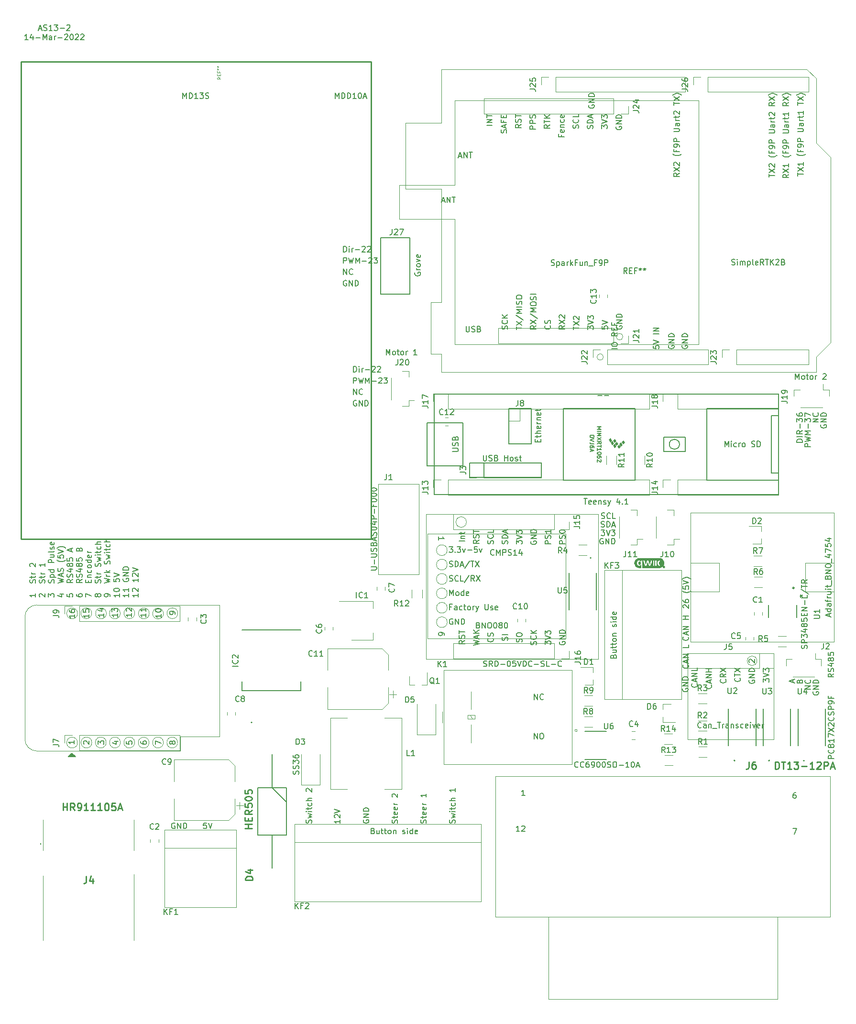
<source format=gbr>
%TF.GenerationSoftware,KiCad,Pcbnew,(5.1.9)-1*%
%TF.CreationDate,2022-03-15T07:49:57-06:00*%
%TF.ProjectId,AS13,41533133-2e6b-4696-9361-645f70636258,rev?*%
%TF.SameCoordinates,Original*%
%TF.FileFunction,Legend,Top*%
%TF.FilePolarity,Positive*%
%FSLAX46Y46*%
G04 Gerber Fmt 4.6, Leading zero omitted, Abs format (unit mm)*
G04 Created by KiCad (PCBNEW (5.1.9)-1) date 2022-03-15 07:49:57*
%MOMM*%
%LPD*%
G01*
G04 APERTURE LIST*
%ADD10C,0.150000*%
%ADD11C,0.200000*%
%ADD12C,0.100000*%
%ADD13C,0.120000*%
%ADD14C,0.010000*%
%ADD15C,0.254000*%
%ADD16C,0.250000*%
%ADD17C,0.127000*%
%ADD18C,0.203200*%
%ADD19C,0.015000*%
G04 APERTURE END LIST*
D10*
X144650000Y-138436904D02*
X144602380Y-138532142D01*
X144602380Y-138675000D01*
X144650000Y-138817857D01*
X144745238Y-138913095D01*
X144840476Y-138960714D01*
X145030952Y-139008333D01*
X145173809Y-139008333D01*
X145364285Y-138960714D01*
X145459523Y-138913095D01*
X145554761Y-138817857D01*
X145602380Y-138675000D01*
X145602380Y-138579761D01*
X145554761Y-138436904D01*
X145507142Y-138389285D01*
X145173809Y-138389285D01*
X145173809Y-138579761D01*
X145602380Y-137960714D02*
X144602380Y-137960714D01*
X145602380Y-137389285D01*
X144602380Y-137389285D01*
X145602380Y-136913095D02*
X144602380Y-136913095D01*
X144602380Y-136675000D01*
X144650000Y-136532142D01*
X144745238Y-136436904D01*
X144840476Y-136389285D01*
X145030952Y-136341666D01*
X145173809Y-136341666D01*
X145364285Y-136389285D01*
X145459523Y-136436904D01*
X145554761Y-136532142D01*
X145602380Y-136675000D01*
X145602380Y-136913095D01*
X145557142Y-134253571D02*
X145604761Y-134301190D01*
X145652380Y-134444047D01*
X145652380Y-134539285D01*
X145604761Y-134682142D01*
X145509523Y-134777380D01*
X145414285Y-134825000D01*
X145223809Y-134872619D01*
X145080952Y-134872619D01*
X144890476Y-134825000D01*
X144795238Y-134777380D01*
X144700000Y-134682142D01*
X144652380Y-134539285D01*
X144652380Y-134444047D01*
X144700000Y-134301190D01*
X144747619Y-134253571D01*
X145366666Y-133872619D02*
X145366666Y-133396428D01*
X145652380Y-133967857D02*
X144652380Y-133634523D01*
X145652380Y-133301190D01*
X145652380Y-132967857D02*
X144652380Y-132967857D01*
X145652380Y-132396428D01*
X144652380Y-132396428D01*
X145652380Y-130682142D02*
X145652380Y-131158333D01*
X144652380Y-131158333D01*
X145557142Y-129297619D02*
X145604761Y-129345238D01*
X145652380Y-129488095D01*
X145652380Y-129583333D01*
X145604761Y-129726190D01*
X145509523Y-129821428D01*
X145414285Y-129869047D01*
X145223809Y-129916666D01*
X145080952Y-129916666D01*
X144890476Y-129869047D01*
X144795238Y-129821428D01*
X144700000Y-129726190D01*
X144652380Y-129583333D01*
X144652380Y-129488095D01*
X144700000Y-129345238D01*
X144747619Y-129297619D01*
X145366666Y-128916666D02*
X145366666Y-128440476D01*
X145652380Y-129011904D02*
X144652380Y-128678571D01*
X145652380Y-128345238D01*
X145652380Y-128011904D02*
X144652380Y-128011904D01*
X145652380Y-127440476D01*
X144652380Y-127440476D01*
X145652380Y-126202380D02*
X144652380Y-126202380D01*
X145128571Y-126202380D02*
X145128571Y-125630952D01*
X145652380Y-125630952D02*
X144652380Y-125630952D01*
X144797619Y-124164285D02*
X144750000Y-124116666D01*
X144702380Y-124021428D01*
X144702380Y-123783333D01*
X144750000Y-123688095D01*
X144797619Y-123640476D01*
X144892857Y-123592857D01*
X144988095Y-123592857D01*
X145130952Y-123640476D01*
X145702380Y-124211904D01*
X145702380Y-123592857D01*
X144702380Y-122735714D02*
X144702380Y-122926190D01*
X144750000Y-123021428D01*
X144797619Y-123069047D01*
X144940476Y-123164285D01*
X145130952Y-123211904D01*
X145511904Y-123211904D01*
X145607142Y-123164285D01*
X145654761Y-123116666D01*
X145702380Y-123021428D01*
X145702380Y-122830952D01*
X145654761Y-122735714D01*
X145607142Y-122688095D01*
X145511904Y-122640476D01*
X145273809Y-122640476D01*
X145178571Y-122688095D01*
X145130952Y-122735714D01*
X145083333Y-122830952D01*
X145083333Y-123021428D01*
X145130952Y-123116666D01*
X145178571Y-123164285D01*
X145273809Y-123211904D01*
X146083333Y-121164285D02*
X146035714Y-121211904D01*
X145892857Y-121307142D01*
X145797619Y-121354761D01*
X145654761Y-121402380D01*
X145416666Y-121450000D01*
X145226190Y-121450000D01*
X144988095Y-121402380D01*
X144845238Y-121354761D01*
X144750000Y-121307142D01*
X144607142Y-121211904D01*
X144559523Y-121164285D01*
X144702380Y-120307142D02*
X144702380Y-120783333D01*
X145178571Y-120830952D01*
X145130952Y-120783333D01*
X145083333Y-120688095D01*
X145083333Y-120450000D01*
X145130952Y-120354761D01*
X145178571Y-120307142D01*
X145273809Y-120259523D01*
X145511904Y-120259523D01*
X145607142Y-120307142D01*
X145654761Y-120354761D01*
X145702380Y-120450000D01*
X145702380Y-120688095D01*
X145654761Y-120783333D01*
X145607142Y-120830952D01*
X144702380Y-119973809D02*
X145702380Y-119640476D01*
X144702380Y-119307142D01*
X146083333Y-119069047D02*
X146035714Y-119021428D01*
X145892857Y-118926190D01*
X145797619Y-118878571D01*
X145654761Y-118830952D01*
X145416666Y-118783333D01*
X145226190Y-118783333D01*
X144988095Y-118830952D01*
X144845238Y-118878571D01*
X144750000Y-118926190D01*
X144607142Y-119021428D01*
X144559523Y-119069047D01*
X115734523Y-163734880D02*
X115163095Y-163734880D01*
X115448809Y-163734880D02*
X115448809Y-162734880D01*
X115353571Y-162877738D01*
X115258333Y-162972976D01*
X115163095Y-163020595D01*
X116115476Y-162830119D02*
X116163095Y-162782500D01*
X116258333Y-162734880D01*
X116496428Y-162734880D01*
X116591666Y-162782500D01*
X116639285Y-162830119D01*
X116686904Y-162925357D01*
X116686904Y-163020595D01*
X116639285Y-163163452D01*
X116067857Y-163734880D01*
X116686904Y-163734880D01*
X116686904Y-157384880D02*
X116115475Y-157384880D01*
X116401190Y-157384880D02*
X116401190Y-156384880D01*
X116305951Y-156527738D01*
X116210713Y-156622976D01*
X116115475Y-156670595D01*
X164116666Y-163209880D02*
X164783333Y-163209880D01*
X164354761Y-164209880D01*
X164640476Y-156859880D02*
X164450000Y-156859880D01*
X164354761Y-156907500D01*
X164307142Y-156955119D01*
X164211904Y-157097976D01*
X164164285Y-157288452D01*
X164164285Y-157669404D01*
X164211904Y-157764642D01*
X164259523Y-157812261D01*
X164354761Y-157859880D01*
X164545238Y-157859880D01*
X164640476Y-157812261D01*
X164688095Y-157764642D01*
X164735714Y-157669404D01*
X164735714Y-157431309D01*
X164688095Y-157336071D01*
X164640476Y-157288452D01*
X164545238Y-157240833D01*
X164354761Y-157240833D01*
X164259523Y-157288452D01*
X164211904Y-157336071D01*
X164164285Y-157431309D01*
X54711695Y-162278200D02*
X54616457Y-162230580D01*
X54473600Y-162230580D01*
X54330742Y-162278200D01*
X54235504Y-162373438D01*
X54187885Y-162468676D01*
X54140266Y-162659152D01*
X54140266Y-162802009D01*
X54187885Y-162992485D01*
X54235504Y-163087723D01*
X54330742Y-163182961D01*
X54473600Y-163230580D01*
X54568838Y-163230580D01*
X54711695Y-163182961D01*
X54759314Y-163135342D01*
X54759314Y-162802009D01*
X54568838Y-162802009D01*
X55187885Y-163230580D02*
X55187885Y-162230580D01*
X55759314Y-163230580D01*
X55759314Y-162230580D01*
X56235504Y-163230580D02*
X56235504Y-162230580D01*
X56473600Y-162230580D01*
X56616457Y-162278200D01*
X56711695Y-162373438D01*
X56759314Y-162468676D01*
X56806933Y-162659152D01*
X56806933Y-162802009D01*
X56759314Y-162992485D01*
X56711695Y-163087723D01*
X56616457Y-163182961D01*
X56473600Y-163230580D01*
X56235504Y-163230580D01*
X60312323Y-162230580D02*
X59836133Y-162230580D01*
X59788514Y-162706771D01*
X59836133Y-162659152D01*
X59931371Y-162611533D01*
X60169466Y-162611533D01*
X60264704Y-162659152D01*
X60312323Y-162706771D01*
X60359942Y-162802009D01*
X60359942Y-163040104D01*
X60312323Y-163135342D01*
X60264704Y-163182961D01*
X60169466Y-163230580D01*
X59931371Y-163230580D01*
X59836133Y-163182961D01*
X59788514Y-163135342D01*
X60645657Y-162230580D02*
X60978990Y-163230580D01*
X61312323Y-162230580D01*
X171368980Y-135823838D02*
X170892790Y-136157171D01*
X171368980Y-136395266D02*
X170368980Y-136395266D01*
X170368980Y-136014314D01*
X170416600Y-135919076D01*
X170464219Y-135871457D01*
X170559457Y-135823838D01*
X170702314Y-135823838D01*
X170797552Y-135871457D01*
X170845171Y-135919076D01*
X170892790Y-136014314D01*
X170892790Y-136395266D01*
X171321361Y-135442885D02*
X171368980Y-135300028D01*
X171368980Y-135061933D01*
X171321361Y-134966695D01*
X171273742Y-134919076D01*
X171178504Y-134871457D01*
X171083266Y-134871457D01*
X170988028Y-134919076D01*
X170940409Y-134966695D01*
X170892790Y-135061933D01*
X170845171Y-135252409D01*
X170797552Y-135347647D01*
X170749933Y-135395266D01*
X170654695Y-135442885D01*
X170559457Y-135442885D01*
X170464219Y-135395266D01*
X170416600Y-135347647D01*
X170368980Y-135252409D01*
X170368980Y-135014314D01*
X170416600Y-134871457D01*
X170702314Y-134014314D02*
X171368980Y-134014314D01*
X170321361Y-134252409D02*
X171035647Y-134490504D01*
X171035647Y-133871457D01*
X170797552Y-133347647D02*
X170749933Y-133442885D01*
X170702314Y-133490504D01*
X170607076Y-133538123D01*
X170559457Y-133538123D01*
X170464219Y-133490504D01*
X170416600Y-133442885D01*
X170368980Y-133347647D01*
X170368980Y-133157171D01*
X170416600Y-133061933D01*
X170464219Y-133014314D01*
X170559457Y-132966695D01*
X170607076Y-132966695D01*
X170702314Y-133014314D01*
X170749933Y-133061933D01*
X170797552Y-133157171D01*
X170797552Y-133347647D01*
X170845171Y-133442885D01*
X170892790Y-133490504D01*
X170988028Y-133538123D01*
X171178504Y-133538123D01*
X171273742Y-133490504D01*
X171321361Y-133442885D01*
X171368980Y-133347647D01*
X171368980Y-133157171D01*
X171321361Y-133061933D01*
X171273742Y-133014314D01*
X171178504Y-132966695D01*
X170988028Y-132966695D01*
X170892790Y-133014314D01*
X170845171Y-133061933D01*
X170797552Y-133157171D01*
X170368980Y-132061933D02*
X170368980Y-132538123D01*
X170845171Y-132585742D01*
X170797552Y-132538123D01*
X170749933Y-132442885D01*
X170749933Y-132204790D01*
X170797552Y-132109552D01*
X170845171Y-132061933D01*
X170940409Y-132014314D01*
X171178504Y-132014314D01*
X171273742Y-132061933D01*
X171321361Y-132109552D01*
X171368980Y-132204790D01*
X171368980Y-132442885D01*
X171321361Y-132538123D01*
X171273742Y-132585742D01*
X84591247Y-61145080D02*
X84591247Y-60145080D01*
X84829342Y-60145080D01*
X84972200Y-60192700D01*
X85067438Y-60287938D01*
X85115057Y-60383176D01*
X85162676Y-60573652D01*
X85162676Y-60716509D01*
X85115057Y-60906985D01*
X85067438Y-61002223D01*
X84972200Y-61097461D01*
X84829342Y-61145080D01*
X84591247Y-61145080D01*
X85591247Y-61145080D02*
X85591247Y-60478414D01*
X85591247Y-60145080D02*
X85543628Y-60192700D01*
X85591247Y-60240319D01*
X85638866Y-60192700D01*
X85591247Y-60145080D01*
X85591247Y-60240319D01*
X86067438Y-61145080D02*
X86067438Y-60478414D01*
X86067438Y-60668890D02*
X86115057Y-60573652D01*
X86162676Y-60526033D01*
X86257914Y-60478414D01*
X86353152Y-60478414D01*
X86686485Y-60764128D02*
X87448390Y-60764128D01*
X87876961Y-60240319D02*
X87924580Y-60192700D01*
X88019819Y-60145080D01*
X88257914Y-60145080D01*
X88353152Y-60192700D01*
X88400771Y-60240319D01*
X88448390Y-60335557D01*
X88448390Y-60430795D01*
X88400771Y-60573652D01*
X87829342Y-61145080D01*
X88448390Y-61145080D01*
X88829342Y-60240319D02*
X88876961Y-60192700D01*
X88972200Y-60145080D01*
X89210295Y-60145080D01*
X89305533Y-60192700D01*
X89353152Y-60240319D01*
X89400771Y-60335557D01*
X89400771Y-60430795D01*
X89353152Y-60573652D01*
X88781723Y-61145080D01*
X89400771Y-61145080D01*
X84591247Y-63151680D02*
X84591247Y-62151680D01*
X84972199Y-62151680D01*
X85067438Y-62199300D01*
X85115057Y-62246919D01*
X85162676Y-62342157D01*
X85162676Y-62485014D01*
X85115057Y-62580252D01*
X85067438Y-62627871D01*
X84972199Y-62675490D01*
X84591247Y-62675490D01*
X85496009Y-62151680D02*
X85734104Y-63151680D01*
X85924580Y-62437395D01*
X86115057Y-63151680D01*
X86353152Y-62151680D01*
X86734104Y-63151680D02*
X86734104Y-62151680D01*
X87067438Y-62865966D01*
X87400771Y-62151680D01*
X87400771Y-63151680D01*
X87876961Y-62770728D02*
X88638866Y-62770728D01*
X89067438Y-62246919D02*
X89115057Y-62199300D01*
X89210295Y-62151680D01*
X89448390Y-62151680D01*
X89543628Y-62199300D01*
X89591247Y-62246919D01*
X89638866Y-62342157D01*
X89638866Y-62437395D01*
X89591247Y-62580252D01*
X89019818Y-63151680D01*
X89638866Y-63151680D01*
X89972199Y-62151680D02*
X90591247Y-62151680D01*
X90257914Y-62532633D01*
X90400771Y-62532633D01*
X90496009Y-62580252D01*
X90543628Y-62627871D01*
X90591247Y-62723109D01*
X90591247Y-62961204D01*
X90543628Y-63056442D01*
X90496009Y-63104061D01*
X90400771Y-63151680D01*
X90115057Y-63151680D01*
X90019818Y-63104061D01*
X89972199Y-63056442D01*
X84591247Y-65158280D02*
X84591247Y-64158280D01*
X85162676Y-65158280D01*
X85162676Y-64158280D01*
X86210295Y-65063042D02*
X86162676Y-65110661D01*
X86019819Y-65158280D01*
X85924581Y-65158280D01*
X85781723Y-65110661D01*
X85686485Y-65015423D01*
X85638866Y-64920185D01*
X85591247Y-64729709D01*
X85591247Y-64586852D01*
X85638866Y-64396376D01*
X85686485Y-64301138D01*
X85781723Y-64205900D01*
X85924581Y-64158280D01*
X86019819Y-64158280D01*
X86162676Y-64205900D01*
X86210295Y-64253519D01*
X85115057Y-66212500D02*
X85019819Y-66164880D01*
X84876962Y-66164880D01*
X84734104Y-66212500D01*
X84638866Y-66307738D01*
X84591247Y-66402976D01*
X84543628Y-66593452D01*
X84543628Y-66736309D01*
X84591247Y-66926785D01*
X84638866Y-67022023D01*
X84734104Y-67117261D01*
X84876962Y-67164880D01*
X84972200Y-67164880D01*
X85115057Y-67117261D01*
X85162676Y-67069642D01*
X85162676Y-66736309D01*
X84972200Y-66736309D01*
X85591247Y-67164880D02*
X85591247Y-66164880D01*
X86162676Y-67164880D01*
X86162676Y-66164880D01*
X86638866Y-67164880D02*
X86638866Y-66164880D01*
X86876962Y-66164880D01*
X87019819Y-66212500D01*
X87115057Y-66307738D01*
X87162676Y-66402976D01*
X87210295Y-66593452D01*
X87210295Y-66736309D01*
X87162676Y-66926785D01*
X87115057Y-67022023D01*
X87019819Y-67117261D01*
X86876962Y-67164880D01*
X86638866Y-67164880D01*
X130536838Y-111905200D02*
X130441600Y-111857580D01*
X130298743Y-111857580D01*
X130155885Y-111905200D01*
X130060647Y-112000438D01*
X130013028Y-112095676D01*
X129965409Y-112286152D01*
X129965409Y-112429009D01*
X130013028Y-112619485D01*
X130060647Y-112714723D01*
X130155885Y-112809961D01*
X130298743Y-112857580D01*
X130393981Y-112857580D01*
X130536838Y-112809961D01*
X130584457Y-112762342D01*
X130584457Y-112429009D01*
X130393981Y-112429009D01*
X131013028Y-112857580D02*
X131013028Y-111857580D01*
X131584457Y-112857580D01*
X131584457Y-111857580D01*
X132060647Y-112857580D02*
X132060647Y-111857580D01*
X132298743Y-111857580D01*
X132441600Y-111905200D01*
X132536838Y-112000438D01*
X132584457Y-112095676D01*
X132632076Y-112286152D01*
X132632076Y-112429009D01*
X132584457Y-112619485D01*
X132536838Y-112714723D01*
X132441600Y-112809961D01*
X132298743Y-112857580D01*
X132060647Y-112857580D01*
X130203504Y-110357580D02*
X130822552Y-110357580D01*
X130489219Y-110738533D01*
X130632076Y-110738533D01*
X130727314Y-110786152D01*
X130774933Y-110833771D01*
X130822552Y-110929009D01*
X130822552Y-111167104D01*
X130774933Y-111262342D01*
X130727314Y-111309961D01*
X130632076Y-111357580D01*
X130346361Y-111357580D01*
X130251123Y-111309961D01*
X130203504Y-111262342D01*
X131108266Y-110357580D02*
X131441600Y-111357580D01*
X131774933Y-110357580D01*
X132013028Y-110357580D02*
X132632076Y-110357580D01*
X132298742Y-110738533D01*
X132441600Y-110738533D01*
X132536838Y-110786152D01*
X132584457Y-110833771D01*
X132632076Y-110929009D01*
X132632076Y-111167104D01*
X132584457Y-111262342D01*
X132536838Y-111309961D01*
X132441600Y-111357580D01*
X132155885Y-111357580D01*
X132060647Y-111309961D01*
X132013028Y-111262342D01*
X130251123Y-108309961D02*
X130393980Y-108357580D01*
X130632076Y-108357580D01*
X130727314Y-108309961D01*
X130774933Y-108262342D01*
X130822552Y-108167104D01*
X130822552Y-108071866D01*
X130774933Y-107976628D01*
X130727314Y-107929009D01*
X130632076Y-107881390D01*
X130441600Y-107833771D01*
X130346361Y-107786152D01*
X130298742Y-107738533D01*
X130251123Y-107643295D01*
X130251123Y-107548057D01*
X130298742Y-107452819D01*
X130346361Y-107405200D01*
X130441600Y-107357580D01*
X130679695Y-107357580D01*
X130822552Y-107405200D01*
X131822552Y-108262342D02*
X131774933Y-108309961D01*
X131632076Y-108357580D01*
X131536838Y-108357580D01*
X131393980Y-108309961D01*
X131298742Y-108214723D01*
X131251123Y-108119485D01*
X131203504Y-107929009D01*
X131203504Y-107786152D01*
X131251123Y-107595676D01*
X131298742Y-107500438D01*
X131393980Y-107405200D01*
X131536838Y-107357580D01*
X131632076Y-107357580D01*
X131774933Y-107405200D01*
X131822552Y-107452819D01*
X132727314Y-108357580D02*
X132251123Y-108357580D01*
X132251123Y-107357580D01*
X130203505Y-109809961D02*
X130346362Y-109857580D01*
X130584457Y-109857580D01*
X130679695Y-109809961D01*
X130727314Y-109762342D01*
X130774933Y-109667104D01*
X130774933Y-109571866D01*
X130727314Y-109476628D01*
X130679695Y-109429009D01*
X130584457Y-109381390D01*
X130393981Y-109333771D01*
X130298743Y-109286152D01*
X130251124Y-109238533D01*
X130203505Y-109143295D01*
X130203505Y-109048057D01*
X130251124Y-108952819D01*
X130298743Y-108905200D01*
X130393981Y-108857580D01*
X130632076Y-108857580D01*
X130774933Y-108905200D01*
X131203505Y-109857580D02*
X131203505Y-108857580D01*
X131441600Y-108857580D01*
X131584457Y-108905200D01*
X131679695Y-109000438D01*
X131727314Y-109095676D01*
X131774933Y-109286152D01*
X131774933Y-109429009D01*
X131727314Y-109619485D01*
X131679695Y-109714723D01*
X131584457Y-109809961D01*
X131441600Y-109857580D01*
X131203505Y-109857580D01*
X132155886Y-109571866D02*
X132632076Y-109571866D01*
X132060648Y-109857580D02*
X132393981Y-108857580D01*
X132727314Y-109857580D01*
X167749998Y-139011904D02*
X167702378Y-139107142D01*
X167702378Y-139250000D01*
X167749998Y-139392857D01*
X167845236Y-139488095D01*
X167940474Y-139535714D01*
X168130950Y-139583333D01*
X168273807Y-139583333D01*
X168464283Y-139535714D01*
X168559521Y-139488095D01*
X168654759Y-139392857D01*
X168702378Y-139250000D01*
X168702378Y-139154761D01*
X168654759Y-139011904D01*
X168607140Y-138964285D01*
X168273807Y-138964285D01*
X168273807Y-139154761D01*
X168702378Y-138535714D02*
X167702378Y-138535714D01*
X168702378Y-137964285D01*
X167702378Y-137964285D01*
X168702378Y-137488095D02*
X167702378Y-137488095D01*
X167702378Y-137250000D01*
X167749998Y-137107142D01*
X167845236Y-137011904D01*
X167940474Y-136964285D01*
X168130950Y-136916666D01*
X168273807Y-136916666D01*
X168464283Y-136964285D01*
X168559521Y-137011904D01*
X168654759Y-137107142D01*
X168702378Y-137250000D01*
X168702378Y-137488095D01*
X167285712Y-138535714D02*
X166285712Y-138535714D01*
X167285712Y-137964285D01*
X166285712Y-137964285D01*
X167190474Y-136916666D02*
X167238093Y-136964285D01*
X167285712Y-137107142D01*
X167285712Y-137202380D01*
X167238093Y-137345238D01*
X167142855Y-137440476D01*
X167047617Y-137488095D01*
X166857141Y-137535714D01*
X166714284Y-137535714D01*
X166523808Y-137488095D01*
X166428570Y-137440476D01*
X166333332Y-137345238D01*
X166285712Y-137202380D01*
X166285712Y-137107142D01*
X166333332Y-136964285D01*
X166380951Y-136916666D01*
X165345237Y-137154761D02*
X165392856Y-137011904D01*
X165440475Y-136964285D01*
X165535713Y-136916666D01*
X165678570Y-136916666D01*
X165773808Y-136964285D01*
X165821427Y-137011904D01*
X165869046Y-137107142D01*
X165869046Y-137488094D01*
X164869046Y-137488094D01*
X164869046Y-137154761D01*
X164916666Y-137059523D01*
X164964285Y-137011904D01*
X165059523Y-136964285D01*
X165154761Y-136964285D01*
X165249999Y-137011904D01*
X165297618Y-137059523D01*
X165345237Y-137154761D01*
X165345237Y-137488094D01*
X164166666Y-137392857D02*
X164166666Y-136916666D01*
X164452380Y-137488095D02*
X163452380Y-137154762D01*
X164452380Y-136821428D01*
X30638095Y-21666666D02*
X31114285Y-21666666D01*
X30542857Y-21952380D02*
X30876190Y-20952380D01*
X31209523Y-21952380D01*
X31495238Y-21904761D02*
X31638095Y-21952380D01*
X31876190Y-21952380D01*
X31971428Y-21904761D01*
X32019047Y-21857142D01*
X32066666Y-21761904D01*
X32066666Y-21666666D01*
X32019047Y-21571428D01*
X31971428Y-21523809D01*
X31876190Y-21476190D01*
X31685714Y-21428571D01*
X31590476Y-21380952D01*
X31542857Y-21333333D01*
X31495238Y-21238095D01*
X31495238Y-21142857D01*
X31542857Y-21047619D01*
X31590476Y-21000000D01*
X31685714Y-20952380D01*
X31923809Y-20952380D01*
X32066666Y-21000000D01*
X33019047Y-21952380D02*
X32447619Y-21952380D01*
X32733333Y-21952380D02*
X32733333Y-20952380D01*
X32638095Y-21095238D01*
X32542857Y-21190476D01*
X32447619Y-21238095D01*
X33352380Y-20952380D02*
X33971428Y-20952380D01*
X33638095Y-21333333D01*
X33780952Y-21333333D01*
X33876190Y-21380952D01*
X33923809Y-21428571D01*
X33971428Y-21523809D01*
X33971428Y-21761904D01*
X33923809Y-21857142D01*
X33876190Y-21904761D01*
X33780952Y-21952380D01*
X33495238Y-21952380D01*
X33400000Y-21904761D01*
X33352380Y-21857142D01*
X34400000Y-21571428D02*
X35161904Y-21571428D01*
X35590476Y-21047619D02*
X35638095Y-21000000D01*
X35733333Y-20952380D01*
X35971428Y-20952380D01*
X36066666Y-21000000D01*
X36114285Y-21047619D01*
X36161904Y-21142857D01*
X36161904Y-21238095D01*
X36114285Y-21380952D01*
X35542857Y-21952380D01*
X36161904Y-21952380D01*
X28733333Y-23602380D02*
X28161904Y-23602380D01*
X28447619Y-23602380D02*
X28447619Y-22602380D01*
X28352380Y-22745238D01*
X28257142Y-22840476D01*
X28161904Y-22888095D01*
X29590476Y-22935714D02*
X29590476Y-23602380D01*
X29352380Y-22554761D02*
X29114285Y-23269047D01*
X29733333Y-23269047D01*
X30114285Y-23221428D02*
X30876190Y-23221428D01*
X31352380Y-23602380D02*
X31352380Y-22602380D01*
X31685714Y-23316666D01*
X32019047Y-22602380D01*
X32019047Y-23602380D01*
X32923809Y-23602380D02*
X32923809Y-23078571D01*
X32876190Y-22983333D01*
X32780952Y-22935714D01*
X32590476Y-22935714D01*
X32495238Y-22983333D01*
X32923809Y-23554761D02*
X32828571Y-23602380D01*
X32590476Y-23602380D01*
X32495238Y-23554761D01*
X32447619Y-23459523D01*
X32447619Y-23364285D01*
X32495238Y-23269047D01*
X32590476Y-23221428D01*
X32828571Y-23221428D01*
X32923809Y-23173809D01*
X33400000Y-23602380D02*
X33400000Y-22935714D01*
X33400000Y-23126190D02*
X33447619Y-23030952D01*
X33495238Y-22983333D01*
X33590476Y-22935714D01*
X33685714Y-22935714D01*
X34019047Y-23221428D02*
X34780952Y-23221428D01*
X35209523Y-22697619D02*
X35257142Y-22650000D01*
X35352380Y-22602380D01*
X35590476Y-22602380D01*
X35685714Y-22650000D01*
X35733333Y-22697619D01*
X35780952Y-22792857D01*
X35780952Y-22888095D01*
X35733333Y-23030952D01*
X35161904Y-23602380D01*
X35780952Y-23602380D01*
X36400000Y-22602380D02*
X36495238Y-22602380D01*
X36590476Y-22650000D01*
X36638095Y-22697619D01*
X36685714Y-22792857D01*
X36733333Y-22983333D01*
X36733333Y-23221428D01*
X36685714Y-23411904D01*
X36638095Y-23507142D01*
X36590476Y-23554761D01*
X36495238Y-23602380D01*
X36400000Y-23602380D01*
X36304761Y-23554761D01*
X36257142Y-23507142D01*
X36209523Y-23411904D01*
X36161904Y-23221428D01*
X36161904Y-22983333D01*
X36209523Y-22792857D01*
X36257142Y-22697619D01*
X36304761Y-22650000D01*
X36400000Y-22602380D01*
X37114285Y-22697619D02*
X37161904Y-22650000D01*
X37257142Y-22602380D01*
X37495238Y-22602380D01*
X37590476Y-22650000D01*
X37638095Y-22697619D01*
X37685714Y-22792857D01*
X37685714Y-22888095D01*
X37638095Y-23030952D01*
X37066666Y-23602380D01*
X37685714Y-23602380D01*
X38066666Y-22697619D02*
X38114285Y-22650000D01*
X38209523Y-22602380D01*
X38447619Y-22602380D01*
X38542857Y-22650000D01*
X38590476Y-22697619D01*
X38638095Y-22792857D01*
X38638095Y-22888095D01*
X38590476Y-23030952D01*
X38019047Y-23602380D01*
X38638095Y-23602380D01*
X30052380Y-121640595D02*
X30052380Y-122212023D01*
X30052380Y-121926309D02*
X29052380Y-121926309D01*
X29195238Y-122021547D01*
X29290476Y-122116785D01*
X29338095Y-122212023D01*
X30004761Y-119735833D02*
X30052380Y-119592976D01*
X30052380Y-119354880D01*
X30004761Y-119259642D01*
X29957142Y-119212023D01*
X29861904Y-119164404D01*
X29766666Y-119164404D01*
X29671428Y-119212023D01*
X29623809Y-119259642D01*
X29576190Y-119354880D01*
X29528571Y-119545357D01*
X29480952Y-119640595D01*
X29433333Y-119688214D01*
X29338095Y-119735833D01*
X29242857Y-119735833D01*
X29147619Y-119688214D01*
X29100000Y-119640595D01*
X29052380Y-119545357D01*
X29052380Y-119307261D01*
X29100000Y-119164404D01*
X29385714Y-118878690D02*
X29385714Y-118497738D01*
X29052380Y-118735833D02*
X29909523Y-118735833D01*
X30004761Y-118688214D01*
X30052380Y-118592976D01*
X30052380Y-118497738D01*
X30052380Y-118164404D02*
X29385714Y-118164404D01*
X29576190Y-118164404D02*
X29480952Y-118116785D01*
X29433333Y-118069166D01*
X29385714Y-117973928D01*
X29385714Y-117878690D01*
X29147619Y-116831071D02*
X29100000Y-116783452D01*
X29052380Y-116688214D01*
X29052380Y-116450119D01*
X29100000Y-116354880D01*
X29147619Y-116307261D01*
X29242857Y-116259642D01*
X29338095Y-116259642D01*
X29480952Y-116307261D01*
X30052380Y-116878690D01*
X30052380Y-116259642D01*
X30797619Y-122212023D02*
X30750000Y-122164404D01*
X30702380Y-122069166D01*
X30702380Y-121831071D01*
X30750000Y-121735833D01*
X30797619Y-121688214D01*
X30892857Y-121640595D01*
X30988095Y-121640595D01*
X31130952Y-121688214D01*
X31702380Y-122259642D01*
X31702380Y-121640595D01*
X31654761Y-119735833D02*
X31702380Y-119592976D01*
X31702380Y-119354880D01*
X31654761Y-119259642D01*
X31607142Y-119212023D01*
X31511904Y-119164404D01*
X31416666Y-119164404D01*
X31321428Y-119212023D01*
X31273809Y-119259642D01*
X31226190Y-119354880D01*
X31178571Y-119545357D01*
X31130952Y-119640595D01*
X31083333Y-119688214D01*
X30988095Y-119735833D01*
X30892857Y-119735833D01*
X30797619Y-119688214D01*
X30750000Y-119640595D01*
X30702380Y-119545357D01*
X30702380Y-119307261D01*
X30750000Y-119164404D01*
X31035714Y-118878690D02*
X31035714Y-118497738D01*
X30702380Y-118735833D02*
X31559523Y-118735833D01*
X31654761Y-118688214D01*
X31702380Y-118592976D01*
X31702380Y-118497738D01*
X31702380Y-118164404D02*
X31035714Y-118164404D01*
X31226190Y-118164404D02*
X31130952Y-118116785D01*
X31083333Y-118069166D01*
X31035714Y-117973928D01*
X31035714Y-117878690D01*
X31702380Y-116259642D02*
X31702380Y-116831071D01*
X31702380Y-116545357D02*
X30702380Y-116545357D01*
X30845238Y-116640595D01*
X30940476Y-116735833D01*
X30988095Y-116831071D01*
X32352380Y-122259642D02*
X32352380Y-121640595D01*
X32733333Y-121973928D01*
X32733333Y-121831071D01*
X32780952Y-121735833D01*
X32828571Y-121688214D01*
X32923809Y-121640595D01*
X33161904Y-121640595D01*
X33257142Y-121688214D01*
X33304761Y-121735833D01*
X33352380Y-121831071D01*
X33352380Y-122116785D01*
X33304761Y-122212023D01*
X33257142Y-122259642D01*
X33304761Y-119735833D02*
X33352380Y-119592976D01*
X33352380Y-119354880D01*
X33304761Y-119259642D01*
X33257142Y-119212023D01*
X33161904Y-119164404D01*
X33066666Y-119164404D01*
X32971428Y-119212023D01*
X32923809Y-119259642D01*
X32876190Y-119354880D01*
X32828571Y-119545357D01*
X32780952Y-119640595D01*
X32733333Y-119688214D01*
X32638095Y-119735833D01*
X32542857Y-119735833D01*
X32447619Y-119688214D01*
X32400000Y-119640595D01*
X32352380Y-119545357D01*
X32352380Y-119307261D01*
X32400000Y-119164404D01*
X32685714Y-118735833D02*
X33685714Y-118735833D01*
X32733333Y-118735833D02*
X32685714Y-118640595D01*
X32685714Y-118450119D01*
X32733333Y-118354880D01*
X32780952Y-118307261D01*
X32876190Y-118259642D01*
X33161904Y-118259642D01*
X33257142Y-118307261D01*
X33304761Y-118354880D01*
X33352380Y-118450119D01*
X33352380Y-118640595D01*
X33304761Y-118735833D01*
X33352380Y-117402500D02*
X32352380Y-117402500D01*
X33304761Y-117402500D02*
X33352380Y-117497738D01*
X33352380Y-117688214D01*
X33304761Y-117783452D01*
X33257142Y-117831071D01*
X33161904Y-117878690D01*
X32876190Y-117878690D01*
X32780952Y-117831071D01*
X32733333Y-117783452D01*
X32685714Y-117688214D01*
X32685714Y-117497738D01*
X32733333Y-117402500D01*
X33352380Y-116164404D02*
X32352380Y-116164404D01*
X32352380Y-115783452D01*
X32400000Y-115688214D01*
X32447619Y-115640595D01*
X32542857Y-115592976D01*
X32685714Y-115592976D01*
X32780952Y-115640595D01*
X32828571Y-115688214D01*
X32876190Y-115783452D01*
X32876190Y-116164404D01*
X32685714Y-114735833D02*
X33352380Y-114735833D01*
X32685714Y-115164404D02*
X33209523Y-115164404D01*
X33304761Y-115116785D01*
X33352380Y-115021547D01*
X33352380Y-114878690D01*
X33304761Y-114783452D01*
X33257142Y-114735833D01*
X33352380Y-114116785D02*
X33304761Y-114212023D01*
X33209523Y-114259642D01*
X32352380Y-114259642D01*
X33304761Y-113783452D02*
X33352380Y-113688214D01*
X33352380Y-113497738D01*
X33304761Y-113402500D01*
X33209523Y-113354880D01*
X33161904Y-113354880D01*
X33066666Y-113402500D01*
X33019047Y-113497738D01*
X33019047Y-113640595D01*
X32971428Y-113735833D01*
X32876190Y-113783452D01*
X32828571Y-113783452D01*
X32733333Y-113735833D01*
X32685714Y-113640595D01*
X32685714Y-113497738D01*
X32733333Y-113402500D01*
X33304761Y-112545357D02*
X33352380Y-112640595D01*
X33352380Y-112831071D01*
X33304761Y-112926309D01*
X33209523Y-112973928D01*
X32828571Y-112973928D01*
X32733333Y-112926309D01*
X32685714Y-112831071D01*
X32685714Y-112640595D01*
X32733333Y-112545357D01*
X32828571Y-112497738D01*
X32923809Y-112497738D01*
X33019047Y-112973928D01*
X34335714Y-121735833D02*
X35002380Y-121735833D01*
X33954761Y-121973928D02*
X34669047Y-122212023D01*
X34669047Y-121592976D01*
X34002380Y-119783452D02*
X35002380Y-119545357D01*
X34288095Y-119354880D01*
X35002380Y-119164404D01*
X34002380Y-118926309D01*
X34716666Y-118592976D02*
X34716666Y-118116785D01*
X35002380Y-118688214D02*
X34002380Y-118354880D01*
X35002380Y-118021547D01*
X34954761Y-117735833D02*
X35002380Y-117592976D01*
X35002380Y-117354880D01*
X34954761Y-117259642D01*
X34907142Y-117212023D01*
X34811904Y-117164404D01*
X34716666Y-117164404D01*
X34621428Y-117212023D01*
X34573809Y-117259642D01*
X34526190Y-117354880D01*
X34478571Y-117545357D01*
X34430952Y-117640595D01*
X34383333Y-117688214D01*
X34288095Y-117735833D01*
X34192857Y-117735833D01*
X34097619Y-117688214D01*
X34050000Y-117640595D01*
X34002380Y-117545357D01*
X34002380Y-117307261D01*
X34050000Y-117164404D01*
X35383333Y-115688214D02*
X35335714Y-115735833D01*
X35192857Y-115831071D01*
X35097619Y-115878690D01*
X34954761Y-115926309D01*
X34716666Y-115973928D01*
X34526190Y-115973928D01*
X34288095Y-115926309D01*
X34145238Y-115878690D01*
X34050000Y-115831071D01*
X33907142Y-115735833D01*
X33859523Y-115688214D01*
X34002380Y-114831071D02*
X34002380Y-115307261D01*
X34478571Y-115354880D01*
X34430952Y-115307261D01*
X34383333Y-115212023D01*
X34383333Y-114973928D01*
X34430952Y-114878690D01*
X34478571Y-114831071D01*
X34573809Y-114783452D01*
X34811904Y-114783452D01*
X34907142Y-114831071D01*
X34954761Y-114878690D01*
X35002380Y-114973928D01*
X35002380Y-115212023D01*
X34954761Y-115307261D01*
X34907142Y-115354880D01*
X34002380Y-114497738D02*
X35002380Y-114164404D01*
X34002380Y-113831071D01*
X35383333Y-113592976D02*
X35335714Y-113545357D01*
X35192857Y-113450119D01*
X35097619Y-113402500D01*
X34954761Y-113354880D01*
X34716666Y-113307261D01*
X34526190Y-113307261D01*
X34288095Y-113354880D01*
X34145238Y-113402500D01*
X34050000Y-113450119D01*
X33907142Y-113545357D01*
X33859523Y-113592976D01*
X35652380Y-121688214D02*
X35652380Y-122164404D01*
X36128571Y-122212023D01*
X36080952Y-122164404D01*
X36033333Y-122069166D01*
X36033333Y-121831071D01*
X36080952Y-121735833D01*
X36128571Y-121688214D01*
X36223809Y-121640595D01*
X36461904Y-121640595D01*
X36557142Y-121688214D01*
X36604761Y-121735833D01*
X36652380Y-121831071D01*
X36652380Y-122069166D01*
X36604761Y-122164404D01*
X36557142Y-122212023D01*
X36652380Y-119116785D02*
X36176190Y-119450119D01*
X36652380Y-119688214D02*
X35652380Y-119688214D01*
X35652380Y-119307261D01*
X35700000Y-119212023D01*
X35747619Y-119164404D01*
X35842857Y-119116785D01*
X35985714Y-119116785D01*
X36080952Y-119164404D01*
X36128571Y-119212023D01*
X36176190Y-119307261D01*
X36176190Y-119688214D01*
X36604761Y-118735833D02*
X36652380Y-118592976D01*
X36652380Y-118354880D01*
X36604761Y-118259642D01*
X36557142Y-118212023D01*
X36461904Y-118164404D01*
X36366666Y-118164404D01*
X36271428Y-118212023D01*
X36223809Y-118259642D01*
X36176190Y-118354880D01*
X36128571Y-118545357D01*
X36080952Y-118640595D01*
X36033333Y-118688214D01*
X35938095Y-118735833D01*
X35842857Y-118735833D01*
X35747619Y-118688214D01*
X35700000Y-118640595D01*
X35652380Y-118545357D01*
X35652380Y-118307261D01*
X35700000Y-118164404D01*
X35985714Y-117307261D02*
X36652380Y-117307261D01*
X35604761Y-117545357D02*
X36319047Y-117783452D01*
X36319047Y-117164404D01*
X36080952Y-116640595D02*
X36033333Y-116735833D01*
X35985714Y-116783452D01*
X35890476Y-116831071D01*
X35842857Y-116831071D01*
X35747619Y-116783452D01*
X35700000Y-116735833D01*
X35652380Y-116640595D01*
X35652380Y-116450119D01*
X35700000Y-116354880D01*
X35747619Y-116307261D01*
X35842857Y-116259642D01*
X35890476Y-116259642D01*
X35985714Y-116307261D01*
X36033333Y-116354880D01*
X36080952Y-116450119D01*
X36080952Y-116640595D01*
X36128571Y-116735833D01*
X36176190Y-116783452D01*
X36271428Y-116831071D01*
X36461904Y-116831071D01*
X36557142Y-116783452D01*
X36604761Y-116735833D01*
X36652380Y-116640595D01*
X36652380Y-116450119D01*
X36604761Y-116354880D01*
X36557142Y-116307261D01*
X36461904Y-116259642D01*
X36271428Y-116259642D01*
X36176190Y-116307261D01*
X36128571Y-116354880D01*
X36080952Y-116450119D01*
X35652380Y-115354880D02*
X35652380Y-115831071D01*
X36128571Y-115878690D01*
X36080952Y-115831071D01*
X36033333Y-115735833D01*
X36033333Y-115497738D01*
X36080952Y-115402500D01*
X36128571Y-115354880D01*
X36223809Y-115307261D01*
X36461904Y-115307261D01*
X36557142Y-115354880D01*
X36604761Y-115402500D01*
X36652380Y-115497738D01*
X36652380Y-115735833D01*
X36604761Y-115831071D01*
X36557142Y-115878690D01*
X36366666Y-114164404D02*
X36366666Y-113688214D01*
X36652380Y-114259642D02*
X35652380Y-113926309D01*
X36652380Y-113592976D01*
X37302380Y-121735833D02*
X37302380Y-121926309D01*
X37350000Y-122021547D01*
X37397619Y-122069166D01*
X37540476Y-122164404D01*
X37730952Y-122212023D01*
X38111904Y-122212023D01*
X38207142Y-122164404D01*
X38254761Y-122116785D01*
X38302380Y-122021547D01*
X38302380Y-121831071D01*
X38254761Y-121735833D01*
X38207142Y-121688214D01*
X38111904Y-121640595D01*
X37873809Y-121640595D01*
X37778571Y-121688214D01*
X37730952Y-121735833D01*
X37683333Y-121831071D01*
X37683333Y-122021547D01*
X37730952Y-122116785D01*
X37778571Y-122164404D01*
X37873809Y-122212023D01*
X38302380Y-119116785D02*
X37826190Y-119450119D01*
X38302380Y-119688214D02*
X37302380Y-119688214D01*
X37302380Y-119307261D01*
X37350000Y-119212023D01*
X37397619Y-119164404D01*
X37492857Y-119116785D01*
X37635714Y-119116785D01*
X37730952Y-119164404D01*
X37778571Y-119212023D01*
X37826190Y-119307261D01*
X37826190Y-119688214D01*
X38254761Y-118735833D02*
X38302380Y-118592976D01*
X38302380Y-118354880D01*
X38254761Y-118259642D01*
X38207142Y-118212023D01*
X38111904Y-118164404D01*
X38016666Y-118164404D01*
X37921428Y-118212023D01*
X37873809Y-118259642D01*
X37826190Y-118354880D01*
X37778571Y-118545357D01*
X37730952Y-118640595D01*
X37683333Y-118688214D01*
X37588095Y-118735833D01*
X37492857Y-118735833D01*
X37397619Y-118688214D01*
X37350000Y-118640595D01*
X37302380Y-118545357D01*
X37302380Y-118307261D01*
X37350000Y-118164404D01*
X37635714Y-117307261D02*
X38302380Y-117307261D01*
X37254761Y-117545357D02*
X37969047Y-117783452D01*
X37969047Y-117164404D01*
X37730952Y-116640595D02*
X37683333Y-116735833D01*
X37635714Y-116783452D01*
X37540476Y-116831071D01*
X37492857Y-116831071D01*
X37397619Y-116783452D01*
X37350000Y-116735833D01*
X37302380Y-116640595D01*
X37302380Y-116450119D01*
X37350000Y-116354880D01*
X37397619Y-116307261D01*
X37492857Y-116259642D01*
X37540476Y-116259642D01*
X37635714Y-116307261D01*
X37683333Y-116354880D01*
X37730952Y-116450119D01*
X37730952Y-116640595D01*
X37778571Y-116735833D01*
X37826190Y-116783452D01*
X37921428Y-116831071D01*
X38111904Y-116831071D01*
X38207142Y-116783452D01*
X38254761Y-116735833D01*
X38302380Y-116640595D01*
X38302380Y-116450119D01*
X38254761Y-116354880D01*
X38207142Y-116307261D01*
X38111904Y-116259642D01*
X37921428Y-116259642D01*
X37826190Y-116307261D01*
X37778571Y-116354880D01*
X37730952Y-116450119D01*
X37302380Y-115354880D02*
X37302380Y-115831071D01*
X37778571Y-115878690D01*
X37730952Y-115831071D01*
X37683333Y-115735833D01*
X37683333Y-115497738D01*
X37730952Y-115402500D01*
X37778571Y-115354880D01*
X37873809Y-115307261D01*
X38111904Y-115307261D01*
X38207142Y-115354880D01*
X38254761Y-115402500D01*
X38302380Y-115497738D01*
X38302380Y-115735833D01*
X38254761Y-115831071D01*
X38207142Y-115878690D01*
X37778571Y-113783452D02*
X37826190Y-113640595D01*
X37873809Y-113592976D01*
X37969047Y-113545357D01*
X38111904Y-113545357D01*
X38207142Y-113592976D01*
X38254761Y-113640595D01*
X38302380Y-113735833D01*
X38302380Y-114116785D01*
X37302380Y-114116785D01*
X37302380Y-113783452D01*
X37350000Y-113688214D01*
X37397619Y-113640595D01*
X37492857Y-113592976D01*
X37588095Y-113592976D01*
X37683333Y-113640595D01*
X37730952Y-113688214D01*
X37778571Y-113783452D01*
X37778571Y-114116785D01*
X38952380Y-122259642D02*
X38952380Y-121592976D01*
X39952380Y-122021547D01*
X39428571Y-119688214D02*
X39428571Y-119354880D01*
X39952380Y-119212023D02*
X39952380Y-119688214D01*
X38952380Y-119688214D01*
X38952380Y-119212023D01*
X39285714Y-118783452D02*
X39952380Y-118783452D01*
X39380952Y-118783452D02*
X39333333Y-118735833D01*
X39285714Y-118640595D01*
X39285714Y-118497738D01*
X39333333Y-118402500D01*
X39428571Y-118354880D01*
X39952380Y-118354880D01*
X39904761Y-117450119D02*
X39952380Y-117545357D01*
X39952380Y-117735833D01*
X39904761Y-117831071D01*
X39857142Y-117878690D01*
X39761904Y-117926309D01*
X39476190Y-117926309D01*
X39380952Y-117878690D01*
X39333333Y-117831071D01*
X39285714Y-117735833D01*
X39285714Y-117545357D01*
X39333333Y-117450119D01*
X39952380Y-116878690D02*
X39904761Y-116973928D01*
X39857142Y-117021547D01*
X39761904Y-117069166D01*
X39476190Y-117069166D01*
X39380952Y-117021547D01*
X39333333Y-116973928D01*
X39285714Y-116878690D01*
X39285714Y-116735833D01*
X39333333Y-116640595D01*
X39380952Y-116592976D01*
X39476190Y-116545357D01*
X39761904Y-116545357D01*
X39857142Y-116592976D01*
X39904761Y-116640595D01*
X39952380Y-116735833D01*
X39952380Y-116878690D01*
X39952380Y-115688214D02*
X38952380Y-115688214D01*
X39904761Y-115688214D02*
X39952380Y-115783452D01*
X39952380Y-115973928D01*
X39904761Y-116069166D01*
X39857142Y-116116785D01*
X39761904Y-116164404D01*
X39476190Y-116164404D01*
X39380952Y-116116785D01*
X39333333Y-116069166D01*
X39285714Y-115973928D01*
X39285714Y-115783452D01*
X39333333Y-115688214D01*
X39904761Y-114831071D02*
X39952380Y-114926309D01*
X39952380Y-115116785D01*
X39904761Y-115212023D01*
X39809523Y-115259642D01*
X39428571Y-115259642D01*
X39333333Y-115212023D01*
X39285714Y-115116785D01*
X39285714Y-114926309D01*
X39333333Y-114831071D01*
X39428571Y-114783452D01*
X39523809Y-114783452D01*
X39619047Y-115259642D01*
X39952380Y-114354880D02*
X39285714Y-114354880D01*
X39476190Y-114354880D02*
X39380952Y-114307261D01*
X39333333Y-114259642D01*
X39285714Y-114164404D01*
X39285714Y-114069166D01*
X41030952Y-122021547D02*
X40983333Y-122116785D01*
X40935714Y-122164404D01*
X40840476Y-122212023D01*
X40792857Y-122212023D01*
X40697619Y-122164404D01*
X40650000Y-122116785D01*
X40602380Y-122021547D01*
X40602380Y-121831071D01*
X40650000Y-121735833D01*
X40697619Y-121688214D01*
X40792857Y-121640595D01*
X40840476Y-121640595D01*
X40935714Y-121688214D01*
X40983333Y-121735833D01*
X41030952Y-121831071D01*
X41030952Y-122021547D01*
X41078571Y-122116785D01*
X41126190Y-122164404D01*
X41221428Y-122212023D01*
X41411904Y-122212023D01*
X41507142Y-122164404D01*
X41554761Y-122116785D01*
X41602380Y-122021547D01*
X41602380Y-121831071D01*
X41554761Y-121735833D01*
X41507142Y-121688214D01*
X41411904Y-121640595D01*
X41221428Y-121640595D01*
X41126190Y-121688214D01*
X41078571Y-121735833D01*
X41030952Y-121831071D01*
X41554761Y-119735833D02*
X41602380Y-119592976D01*
X41602380Y-119354880D01*
X41554761Y-119259642D01*
X41507142Y-119212023D01*
X41411904Y-119164404D01*
X41316666Y-119164404D01*
X41221428Y-119212023D01*
X41173809Y-119259642D01*
X41126190Y-119354880D01*
X41078571Y-119545357D01*
X41030952Y-119640595D01*
X40983333Y-119688214D01*
X40888095Y-119735833D01*
X40792857Y-119735833D01*
X40697619Y-119688214D01*
X40650000Y-119640595D01*
X40602380Y-119545357D01*
X40602380Y-119307261D01*
X40650000Y-119164404D01*
X40935714Y-118878690D02*
X40935714Y-118497738D01*
X40602380Y-118735833D02*
X41459523Y-118735833D01*
X41554761Y-118688214D01*
X41602380Y-118592976D01*
X41602380Y-118497738D01*
X41602380Y-118164404D02*
X40935714Y-118164404D01*
X41126190Y-118164404D02*
X41030952Y-118116785D01*
X40983333Y-118069166D01*
X40935714Y-117973928D01*
X40935714Y-117878690D01*
X41554761Y-116831071D02*
X41602380Y-116688214D01*
X41602380Y-116450119D01*
X41554761Y-116354880D01*
X41507142Y-116307261D01*
X41411904Y-116259642D01*
X41316666Y-116259642D01*
X41221428Y-116307261D01*
X41173809Y-116354880D01*
X41126190Y-116450119D01*
X41078571Y-116640595D01*
X41030952Y-116735833D01*
X40983333Y-116783452D01*
X40888095Y-116831071D01*
X40792857Y-116831071D01*
X40697619Y-116783452D01*
X40650000Y-116735833D01*
X40602380Y-116640595D01*
X40602380Y-116402500D01*
X40650000Y-116259642D01*
X40935714Y-115926309D02*
X41602380Y-115735833D01*
X41126190Y-115545357D01*
X41602380Y-115354880D01*
X40935714Y-115164404D01*
X41602380Y-114783452D02*
X40935714Y-114783452D01*
X40602380Y-114783452D02*
X40650000Y-114831071D01*
X40697619Y-114783452D01*
X40650000Y-114735833D01*
X40602380Y-114783452D01*
X40697619Y-114783452D01*
X40935714Y-114450119D02*
X40935714Y-114069166D01*
X40602380Y-114307261D02*
X41459523Y-114307261D01*
X41554761Y-114259642D01*
X41602380Y-114164404D01*
X41602380Y-114069166D01*
X41554761Y-113307261D02*
X41602380Y-113402500D01*
X41602380Y-113592976D01*
X41554761Y-113688214D01*
X41507142Y-113735833D01*
X41411904Y-113783452D01*
X41126190Y-113783452D01*
X41030952Y-113735833D01*
X40983333Y-113688214D01*
X40935714Y-113592976D01*
X40935714Y-113402500D01*
X40983333Y-113307261D01*
X41602380Y-112878690D02*
X40602380Y-112878690D01*
X41602380Y-112450119D02*
X41078571Y-112450119D01*
X40983333Y-112497738D01*
X40935714Y-112592976D01*
X40935714Y-112735833D01*
X40983333Y-112831071D01*
X41030952Y-112878690D01*
X43252380Y-122116785D02*
X43252380Y-121926309D01*
X43204761Y-121831071D01*
X43157142Y-121783452D01*
X43014285Y-121688214D01*
X42823809Y-121640595D01*
X42442857Y-121640595D01*
X42347619Y-121688214D01*
X42300000Y-121735833D01*
X42252380Y-121831071D01*
X42252380Y-122021547D01*
X42300000Y-122116785D01*
X42347619Y-122164404D01*
X42442857Y-122212023D01*
X42680952Y-122212023D01*
X42776190Y-122164404D01*
X42823809Y-122116785D01*
X42871428Y-122021547D01*
X42871428Y-121831071D01*
X42823809Y-121735833D01*
X42776190Y-121688214D01*
X42680952Y-121640595D01*
X42252380Y-119783452D02*
X43252380Y-119545357D01*
X42538095Y-119354880D01*
X43252380Y-119164404D01*
X42252380Y-118926309D01*
X43252380Y-118545357D02*
X42585714Y-118545357D01*
X42776190Y-118545357D02*
X42680952Y-118497738D01*
X42633333Y-118450119D01*
X42585714Y-118354880D01*
X42585714Y-118259642D01*
X43252380Y-117926309D02*
X42252380Y-117926309D01*
X42871428Y-117831071D02*
X43252380Y-117545357D01*
X42585714Y-117545357D02*
X42966666Y-117926309D01*
X43204761Y-116402500D02*
X43252380Y-116259642D01*
X43252380Y-116021547D01*
X43204761Y-115926309D01*
X43157142Y-115878690D01*
X43061904Y-115831071D01*
X42966666Y-115831071D01*
X42871428Y-115878690D01*
X42823809Y-115926309D01*
X42776190Y-116021547D01*
X42728571Y-116212023D01*
X42680952Y-116307261D01*
X42633333Y-116354880D01*
X42538095Y-116402500D01*
X42442857Y-116402500D01*
X42347619Y-116354880D01*
X42300000Y-116307261D01*
X42252380Y-116212023D01*
X42252380Y-115973928D01*
X42300000Y-115831071D01*
X42585714Y-115497738D02*
X43252380Y-115307261D01*
X42776190Y-115116785D01*
X43252380Y-114926309D01*
X42585714Y-114735833D01*
X43252380Y-114354880D02*
X42585714Y-114354880D01*
X42252380Y-114354880D02*
X42300000Y-114402500D01*
X42347619Y-114354880D01*
X42300000Y-114307261D01*
X42252380Y-114354880D01*
X42347619Y-114354880D01*
X42585714Y-114021547D02*
X42585714Y-113640595D01*
X42252380Y-113878690D02*
X43109523Y-113878690D01*
X43204761Y-113831071D01*
X43252380Y-113735833D01*
X43252380Y-113640595D01*
X43204761Y-112878690D02*
X43252380Y-112973928D01*
X43252380Y-113164404D01*
X43204761Y-113259642D01*
X43157142Y-113307261D01*
X43061904Y-113354880D01*
X42776190Y-113354880D01*
X42680952Y-113307261D01*
X42633333Y-113259642D01*
X42585714Y-113164404D01*
X42585714Y-112973928D01*
X42633333Y-112878690D01*
X43252380Y-112450119D02*
X42252380Y-112450119D01*
X43252380Y-112021547D02*
X42728571Y-112021547D01*
X42633333Y-112069166D01*
X42585714Y-112164404D01*
X42585714Y-112307261D01*
X42633333Y-112402500D01*
X42680952Y-112450119D01*
X44902380Y-121640595D02*
X44902380Y-122212023D01*
X44902380Y-121926309D02*
X43902380Y-121926309D01*
X44045238Y-122021547D01*
X44140476Y-122116785D01*
X44188095Y-122212023D01*
X43902380Y-121021547D02*
X43902380Y-120926309D01*
X43950000Y-120831071D01*
X43997619Y-120783452D01*
X44092857Y-120735833D01*
X44283333Y-120688214D01*
X44521428Y-120688214D01*
X44711904Y-120735833D01*
X44807142Y-120783452D01*
X44854761Y-120831071D01*
X44902380Y-120926309D01*
X44902380Y-121021547D01*
X44854761Y-121116785D01*
X44807142Y-121164404D01*
X44711904Y-121212023D01*
X44521428Y-121259642D01*
X44283333Y-121259642D01*
X44092857Y-121212023D01*
X43997619Y-121164404D01*
X43950000Y-121116785D01*
X43902380Y-121021547D01*
X43902380Y-119021547D02*
X43902380Y-119497738D01*
X44378571Y-119545357D01*
X44330952Y-119497738D01*
X44283333Y-119402500D01*
X44283333Y-119164404D01*
X44330952Y-119069166D01*
X44378571Y-119021547D01*
X44473809Y-118973928D01*
X44711904Y-118973928D01*
X44807142Y-119021547D01*
X44854761Y-119069166D01*
X44902380Y-119164404D01*
X44902380Y-119402500D01*
X44854761Y-119497738D01*
X44807142Y-119545357D01*
X43902380Y-118688214D02*
X44902380Y-118354880D01*
X43902380Y-118021547D01*
X46552380Y-121640595D02*
X46552380Y-122212023D01*
X46552380Y-121926309D02*
X45552380Y-121926309D01*
X45695238Y-122021547D01*
X45790476Y-122116785D01*
X45838095Y-122212023D01*
X46552380Y-120688214D02*
X46552380Y-121259642D01*
X46552380Y-120973928D02*
X45552380Y-120973928D01*
X45695238Y-121069166D01*
X45790476Y-121164404D01*
X45838095Y-121259642D01*
X45600000Y-118973928D02*
X45552380Y-119069166D01*
X45552380Y-119212023D01*
X45600000Y-119354880D01*
X45695238Y-119450119D01*
X45790476Y-119497738D01*
X45980952Y-119545357D01*
X46123809Y-119545357D01*
X46314285Y-119497738D01*
X46409523Y-119450119D01*
X46504761Y-119354880D01*
X46552380Y-119212023D01*
X46552380Y-119116785D01*
X46504761Y-118973928D01*
X46457142Y-118926309D01*
X46123809Y-118926309D01*
X46123809Y-119116785D01*
X46552380Y-118497738D02*
X45552380Y-118497738D01*
X46552380Y-117926309D01*
X45552380Y-117926309D01*
X46552380Y-117450119D02*
X45552380Y-117450119D01*
X45552380Y-117212023D01*
X45600000Y-117069166D01*
X45695238Y-116973928D01*
X45790476Y-116926309D01*
X45980952Y-116878690D01*
X46123809Y-116878690D01*
X46314285Y-116926309D01*
X46409523Y-116973928D01*
X46504761Y-117069166D01*
X46552380Y-117212023D01*
X46552380Y-117450119D01*
X48202380Y-121640595D02*
X48202380Y-122212023D01*
X48202380Y-121926309D02*
X47202380Y-121926309D01*
X47345238Y-122021547D01*
X47440476Y-122116785D01*
X47488095Y-122212023D01*
X47297619Y-121259642D02*
X47250000Y-121212023D01*
X47202380Y-121116785D01*
X47202380Y-120878690D01*
X47250000Y-120783452D01*
X47297619Y-120735833D01*
X47392857Y-120688214D01*
X47488095Y-120688214D01*
X47630952Y-120735833D01*
X48202380Y-121307261D01*
X48202380Y-120688214D01*
X48202380Y-118973928D02*
X48202380Y-119545357D01*
X48202380Y-119259642D02*
X47202380Y-119259642D01*
X47345238Y-119354880D01*
X47440476Y-119450119D01*
X47488095Y-119545357D01*
X47297619Y-118592976D02*
X47250000Y-118545357D01*
X47202380Y-118450119D01*
X47202380Y-118212023D01*
X47250000Y-118116785D01*
X47297619Y-118069166D01*
X47392857Y-118021547D01*
X47488095Y-118021547D01*
X47630952Y-118069166D01*
X48202380Y-118640595D01*
X48202380Y-118021547D01*
X47202380Y-117735833D02*
X48202380Y-117402500D01*
X47202380Y-117069166D01*
X165825780Y-94839942D02*
X164825780Y-94839942D01*
X164825780Y-94601847D01*
X164873400Y-94458990D01*
X164968638Y-94363752D01*
X165063876Y-94316133D01*
X165254352Y-94268514D01*
X165397209Y-94268514D01*
X165587685Y-94316133D01*
X165682923Y-94363752D01*
X165778161Y-94458990D01*
X165825780Y-94601847D01*
X165825780Y-94839942D01*
X165825780Y-93839942D02*
X164825780Y-93839942D01*
X165825780Y-92792323D02*
X165349590Y-93125656D01*
X165825780Y-93363752D02*
X164825780Y-93363752D01*
X164825780Y-92982799D01*
X164873400Y-92887561D01*
X164921019Y-92839942D01*
X165016257Y-92792323D01*
X165159114Y-92792323D01*
X165254352Y-92839942D01*
X165301971Y-92887561D01*
X165349590Y-92982799D01*
X165349590Y-93363752D01*
X165444828Y-92363752D02*
X165444828Y-91601847D01*
X164825780Y-91220894D02*
X164825780Y-90601847D01*
X165206733Y-90935180D01*
X165206733Y-90792323D01*
X165254352Y-90697085D01*
X165301971Y-90649466D01*
X165397209Y-90601847D01*
X165635304Y-90601847D01*
X165730542Y-90649466D01*
X165778161Y-90697085D01*
X165825780Y-90792323D01*
X165825780Y-91078037D01*
X165778161Y-91173275D01*
X165730542Y-91220894D01*
X164825780Y-89744704D02*
X164825780Y-89935180D01*
X164873400Y-90030418D01*
X164921019Y-90078037D01*
X165063876Y-90173275D01*
X165254352Y-90220894D01*
X165635304Y-90220894D01*
X165730542Y-90173275D01*
X165778161Y-90125656D01*
X165825780Y-90030418D01*
X165825780Y-89839942D01*
X165778161Y-89744704D01*
X165730542Y-89697085D01*
X165635304Y-89649466D01*
X165397209Y-89649466D01*
X165301971Y-89697085D01*
X165254352Y-89744704D01*
X165206733Y-89839942D01*
X165206733Y-90030418D01*
X165254352Y-90125656D01*
X165301971Y-90173275D01*
X165397209Y-90220894D01*
X167248180Y-95649466D02*
X166248180Y-95649466D01*
X166248180Y-95268514D01*
X166295800Y-95173276D01*
X166343419Y-95125656D01*
X166438657Y-95078037D01*
X166581514Y-95078037D01*
X166676752Y-95125656D01*
X166724371Y-95173276D01*
X166771990Y-95268514D01*
X166771990Y-95649466D01*
X166248180Y-94744704D02*
X167248180Y-94506609D01*
X166533895Y-94316133D01*
X167248180Y-94125656D01*
X166248180Y-93887561D01*
X167248180Y-93506609D02*
X166248180Y-93506609D01*
X166962466Y-93173276D01*
X166248180Y-92839942D01*
X167248180Y-92839942D01*
X166867228Y-92363752D02*
X166867228Y-91601847D01*
X166248180Y-91220895D02*
X166248180Y-90601847D01*
X166629133Y-90935180D01*
X166629133Y-90792323D01*
X166676752Y-90697085D01*
X166724371Y-90649466D01*
X166819609Y-90601847D01*
X167057704Y-90601847D01*
X167152942Y-90649466D01*
X167200561Y-90697085D01*
X167248180Y-90792323D01*
X167248180Y-91078037D01*
X167200561Y-91173276D01*
X167152942Y-91220895D01*
X166248180Y-90268514D02*
X166248180Y-89601847D01*
X167248180Y-90030418D01*
X168670580Y-91268514D02*
X167670580Y-91268514D01*
X168670580Y-90697085D01*
X167670580Y-90697085D01*
X168575342Y-89649466D02*
X168622961Y-89697085D01*
X168670580Y-89839942D01*
X168670580Y-89935180D01*
X168622961Y-90078038D01*
X168527723Y-90173276D01*
X168432485Y-90220895D01*
X168242009Y-90268514D01*
X168099152Y-90268514D01*
X167908676Y-90220895D01*
X167813438Y-90173276D01*
X167718200Y-90078038D01*
X167670580Y-89935180D01*
X167670580Y-89839942D01*
X167718200Y-89697085D01*
X167765819Y-89649466D01*
X169140600Y-91744704D02*
X169092980Y-91839942D01*
X169092980Y-91982800D01*
X169140600Y-92125657D01*
X169235838Y-92220895D01*
X169331076Y-92268514D01*
X169521552Y-92316133D01*
X169664409Y-92316133D01*
X169854885Y-92268514D01*
X169950123Y-92220895D01*
X170045361Y-92125657D01*
X170092980Y-91982800D01*
X170092980Y-91887561D01*
X170045361Y-91744704D01*
X169997742Y-91697085D01*
X169664409Y-91697085D01*
X169664409Y-91887561D01*
X170092980Y-91268514D02*
X169092980Y-91268514D01*
X170092980Y-90697085D01*
X169092980Y-90697085D01*
X170092980Y-90220895D02*
X169092980Y-90220895D01*
X169092980Y-89982800D01*
X169140600Y-89839942D01*
X169235838Y-89744704D01*
X169331076Y-89697085D01*
X169521552Y-89649466D01*
X169664409Y-89649466D01*
X169854885Y-89697085D01*
X169950123Y-89744704D01*
X170045361Y-89839942D01*
X170092980Y-89982800D01*
X170092980Y-90220895D01*
X92137883Y-79377560D02*
X92137883Y-78377560D01*
X92471217Y-79091846D01*
X92804550Y-78377560D01*
X92804550Y-79377560D01*
X93423598Y-79377560D02*
X93328360Y-79329941D01*
X93280740Y-79282322D01*
X93233121Y-79187084D01*
X93233121Y-78901370D01*
X93280740Y-78806132D01*
X93328360Y-78758513D01*
X93423598Y-78710894D01*
X93566455Y-78710894D01*
X93661693Y-78758513D01*
X93709312Y-78806132D01*
X93756931Y-78901370D01*
X93756931Y-79187084D01*
X93709312Y-79282322D01*
X93661693Y-79329941D01*
X93566455Y-79377560D01*
X93423598Y-79377560D01*
X94042645Y-78710894D02*
X94423598Y-78710894D01*
X94185502Y-78377560D02*
X94185502Y-79234703D01*
X94233121Y-79329941D01*
X94328360Y-79377560D01*
X94423598Y-79377560D01*
X94899788Y-79377560D02*
X94804550Y-79329941D01*
X94756931Y-79282322D01*
X94709312Y-79187084D01*
X94709312Y-78901370D01*
X94756931Y-78806132D01*
X94804550Y-78758513D01*
X94899788Y-78710894D01*
X95042645Y-78710894D01*
X95137883Y-78758513D01*
X95185502Y-78806132D01*
X95233121Y-78901370D01*
X95233121Y-79187084D01*
X95185502Y-79282322D01*
X95137883Y-79329941D01*
X95042645Y-79377560D01*
X94899788Y-79377560D01*
X95661693Y-79377560D02*
X95661693Y-78710894D01*
X95661693Y-78901370D02*
X95709312Y-78806132D01*
X95756931Y-78758513D01*
X95852169Y-78710894D01*
X95947407Y-78710894D01*
X97566455Y-79377560D02*
X96995026Y-79377560D01*
X97280740Y-79377560D02*
X97280740Y-78377560D01*
X97185502Y-78520418D01*
X97090264Y-78615656D01*
X96995026Y-78663275D01*
X164606623Y-83702380D02*
X164606623Y-82702380D01*
X164939957Y-83416666D01*
X165273290Y-82702380D01*
X165273290Y-83702380D01*
X165892338Y-83702380D02*
X165797100Y-83654761D01*
X165749480Y-83607142D01*
X165701861Y-83511904D01*
X165701861Y-83226190D01*
X165749480Y-83130952D01*
X165797100Y-83083333D01*
X165892338Y-83035714D01*
X166035195Y-83035714D01*
X166130433Y-83083333D01*
X166178052Y-83130952D01*
X166225671Y-83226190D01*
X166225671Y-83511904D01*
X166178052Y-83607142D01*
X166130433Y-83654761D01*
X166035195Y-83702380D01*
X165892338Y-83702380D01*
X166511385Y-83035714D02*
X166892338Y-83035714D01*
X166654242Y-82702380D02*
X166654242Y-83559523D01*
X166701861Y-83654761D01*
X166797100Y-83702380D01*
X166892338Y-83702380D01*
X167368528Y-83702380D02*
X167273290Y-83654761D01*
X167225671Y-83607142D01*
X167178052Y-83511904D01*
X167178052Y-83226190D01*
X167225671Y-83130952D01*
X167273290Y-83083333D01*
X167368528Y-83035714D01*
X167511385Y-83035714D01*
X167606623Y-83083333D01*
X167654242Y-83130952D01*
X167701861Y-83226190D01*
X167701861Y-83511904D01*
X167654242Y-83607142D01*
X167606623Y-83654761D01*
X167511385Y-83702380D01*
X167368528Y-83702380D01*
X168130433Y-83702380D02*
X168130433Y-83035714D01*
X168130433Y-83226190D02*
X168178052Y-83130952D01*
X168225671Y-83083333D01*
X168320909Y-83035714D01*
X168416147Y-83035714D01*
X169463766Y-82797619D02*
X169511385Y-82750000D01*
X169606623Y-82702380D01*
X169844719Y-82702380D01*
X169939957Y-82750000D01*
X169987576Y-82797619D01*
X170035195Y-82892857D01*
X170035195Y-82988095D01*
X169987576Y-83130952D01*
X169416147Y-83702380D01*
X170035195Y-83702380D01*
X86865057Y-87462500D02*
X86769819Y-87414880D01*
X86626962Y-87414880D01*
X86484104Y-87462500D01*
X86388866Y-87557738D01*
X86341247Y-87652976D01*
X86293628Y-87843452D01*
X86293628Y-87986309D01*
X86341247Y-88176785D01*
X86388866Y-88272023D01*
X86484104Y-88367261D01*
X86626962Y-88414880D01*
X86722200Y-88414880D01*
X86865057Y-88367261D01*
X86912676Y-88319642D01*
X86912676Y-87986309D01*
X86722200Y-87986309D01*
X87341247Y-88414880D02*
X87341247Y-87414880D01*
X87912676Y-88414880D01*
X87912676Y-87414880D01*
X88388866Y-88414880D02*
X88388866Y-87414880D01*
X88626962Y-87414880D01*
X88769819Y-87462500D01*
X88865057Y-87557738D01*
X88912676Y-87652976D01*
X88960295Y-87843452D01*
X88960295Y-87986309D01*
X88912676Y-88176785D01*
X88865057Y-88272023D01*
X88769819Y-88367261D01*
X88626962Y-88414880D01*
X88388866Y-88414880D01*
X86341247Y-86408280D02*
X86341247Y-85408280D01*
X86912676Y-86408280D01*
X86912676Y-85408280D01*
X87960295Y-86313042D02*
X87912676Y-86360661D01*
X87769819Y-86408280D01*
X87674581Y-86408280D01*
X87531723Y-86360661D01*
X87436485Y-86265423D01*
X87388866Y-86170185D01*
X87341247Y-85979709D01*
X87341247Y-85836852D01*
X87388866Y-85646376D01*
X87436485Y-85551138D01*
X87531723Y-85455900D01*
X87674581Y-85408280D01*
X87769819Y-85408280D01*
X87912676Y-85455900D01*
X87960295Y-85503519D01*
X86341247Y-84401680D02*
X86341247Y-83401680D01*
X86722199Y-83401680D01*
X86817438Y-83449300D01*
X86865057Y-83496919D01*
X86912676Y-83592157D01*
X86912676Y-83735014D01*
X86865057Y-83830252D01*
X86817438Y-83877871D01*
X86722199Y-83925490D01*
X86341247Y-83925490D01*
X87246009Y-83401680D02*
X87484104Y-84401680D01*
X87674580Y-83687395D01*
X87865057Y-84401680D01*
X88103152Y-83401680D01*
X88484104Y-84401680D02*
X88484104Y-83401680D01*
X88817438Y-84115966D01*
X89150771Y-83401680D01*
X89150771Y-84401680D01*
X89626961Y-84020728D02*
X90388866Y-84020728D01*
X90817438Y-83496919D02*
X90865057Y-83449300D01*
X90960295Y-83401680D01*
X91198390Y-83401680D01*
X91293628Y-83449300D01*
X91341247Y-83496919D01*
X91388866Y-83592157D01*
X91388866Y-83687395D01*
X91341247Y-83830252D01*
X90769818Y-84401680D01*
X91388866Y-84401680D01*
X91722199Y-83401680D02*
X92341247Y-83401680D01*
X92007914Y-83782633D01*
X92150771Y-83782633D01*
X92246009Y-83830252D01*
X92293628Y-83877871D01*
X92341247Y-83973109D01*
X92341247Y-84211204D01*
X92293628Y-84306442D01*
X92246009Y-84354061D01*
X92150771Y-84401680D01*
X91865057Y-84401680D01*
X91769818Y-84354061D01*
X91722199Y-84306442D01*
X86341247Y-82395080D02*
X86341247Y-81395080D01*
X86579342Y-81395080D01*
X86722200Y-81442700D01*
X86817438Y-81537938D01*
X86865057Y-81633176D01*
X86912676Y-81823652D01*
X86912676Y-81966509D01*
X86865057Y-82156985D01*
X86817438Y-82252223D01*
X86722200Y-82347461D01*
X86579342Y-82395080D01*
X86341247Y-82395080D01*
X87341247Y-82395080D02*
X87341247Y-81728414D01*
X87341247Y-81395080D02*
X87293628Y-81442700D01*
X87341247Y-81490319D01*
X87388866Y-81442700D01*
X87341247Y-81395080D01*
X87341247Y-81490319D01*
X87817438Y-82395080D02*
X87817438Y-81728414D01*
X87817438Y-81918890D02*
X87865057Y-81823652D01*
X87912676Y-81776033D01*
X88007914Y-81728414D01*
X88103152Y-81728414D01*
X88436485Y-82014128D02*
X89198390Y-82014128D01*
X89626961Y-81490319D02*
X89674580Y-81442700D01*
X89769819Y-81395080D01*
X90007914Y-81395080D01*
X90103152Y-81442700D01*
X90150771Y-81490319D01*
X90198390Y-81585557D01*
X90198390Y-81680795D01*
X90150771Y-81823652D01*
X89579342Y-82395080D01*
X90198390Y-82395080D01*
X90579342Y-81490319D02*
X90626961Y-81442700D01*
X90722200Y-81395080D01*
X90960295Y-81395080D01*
X91055533Y-81442700D01*
X91103152Y-81490319D01*
X91150771Y-81585557D01*
X91150771Y-81680795D01*
X91103152Y-81823652D01*
X90531723Y-82395080D01*
X91150771Y-82395080D01*
X78879761Y-162246428D02*
X78927380Y-162103571D01*
X78927380Y-161865476D01*
X78879761Y-161770238D01*
X78832142Y-161722619D01*
X78736904Y-161675000D01*
X78641666Y-161675000D01*
X78546428Y-161722619D01*
X78498809Y-161770238D01*
X78451190Y-161865476D01*
X78403571Y-162055952D01*
X78355952Y-162151190D01*
X78308333Y-162198809D01*
X78213095Y-162246428D01*
X78117857Y-162246428D01*
X78022619Y-162198809D01*
X77975000Y-162151190D01*
X77927380Y-162055952D01*
X77927380Y-161817857D01*
X77975000Y-161675000D01*
X78260714Y-161341666D02*
X78927380Y-161151190D01*
X78451190Y-160960714D01*
X78927380Y-160770238D01*
X78260714Y-160579761D01*
X78927380Y-160198809D02*
X78260714Y-160198809D01*
X77927380Y-160198809D02*
X77975000Y-160246428D01*
X78022619Y-160198809D01*
X77975000Y-160151190D01*
X77927380Y-160198809D01*
X78022619Y-160198809D01*
X78260714Y-159865476D02*
X78260714Y-159484523D01*
X77927380Y-159722619D02*
X78784523Y-159722619D01*
X78879761Y-159675000D01*
X78927380Y-159579761D01*
X78927380Y-159484523D01*
X78879761Y-158722619D02*
X78927380Y-158817857D01*
X78927380Y-159008333D01*
X78879761Y-159103571D01*
X78832142Y-159151190D01*
X78736904Y-159198809D01*
X78451190Y-159198809D01*
X78355952Y-159151190D01*
X78308333Y-159103571D01*
X78260714Y-159008333D01*
X78260714Y-158817857D01*
X78308333Y-158722619D01*
X78927380Y-158294047D02*
X77927380Y-158294047D01*
X78927380Y-157865476D02*
X78403571Y-157865476D01*
X78308333Y-157913095D01*
X78260714Y-158008333D01*
X78260714Y-158151190D01*
X78308333Y-158246428D01*
X78355952Y-158294047D01*
X78022619Y-156675000D02*
X77975000Y-156627380D01*
X77927380Y-156532142D01*
X77927380Y-156294047D01*
X77975000Y-156198809D01*
X78022619Y-156151190D01*
X78117857Y-156103571D01*
X78213095Y-156103571D01*
X78355952Y-156151190D01*
X78927380Y-156722619D01*
X78927380Y-156103571D01*
X104277361Y-162256688D02*
X104324980Y-162113831D01*
X104324980Y-161875736D01*
X104277361Y-161780498D01*
X104229742Y-161732879D01*
X104134504Y-161685260D01*
X104039266Y-161685260D01*
X103944028Y-161732879D01*
X103896409Y-161780498D01*
X103848790Y-161875736D01*
X103801171Y-162066212D01*
X103753552Y-162161450D01*
X103705933Y-162209069D01*
X103610695Y-162256688D01*
X103515457Y-162256688D01*
X103420219Y-162209069D01*
X103372600Y-162161450D01*
X103324980Y-162066212D01*
X103324980Y-161828117D01*
X103372600Y-161685260D01*
X103658314Y-161351926D02*
X104324980Y-161161450D01*
X103848790Y-160970974D01*
X104324980Y-160780498D01*
X103658314Y-160590021D01*
X104324980Y-160209069D02*
X103658314Y-160209069D01*
X103324980Y-160209069D02*
X103372600Y-160256688D01*
X103420219Y-160209069D01*
X103372600Y-160161450D01*
X103324980Y-160209069D01*
X103420219Y-160209069D01*
X103658314Y-159875736D02*
X103658314Y-159494783D01*
X103324980Y-159732879D02*
X104182123Y-159732879D01*
X104277361Y-159685260D01*
X104324980Y-159590021D01*
X104324980Y-159494783D01*
X104277361Y-158732879D02*
X104324980Y-158828117D01*
X104324980Y-159018593D01*
X104277361Y-159113831D01*
X104229742Y-159161450D01*
X104134504Y-159209069D01*
X103848790Y-159209069D01*
X103753552Y-159161450D01*
X103705933Y-159113831D01*
X103658314Y-159018593D01*
X103658314Y-158828117D01*
X103705933Y-158732879D01*
X104324980Y-158304307D02*
X103324980Y-158304307D01*
X104324980Y-157875736D02*
X103801171Y-157875736D01*
X103705933Y-157923355D01*
X103658314Y-158018593D01*
X103658314Y-158161450D01*
X103705933Y-158256688D01*
X103753552Y-158304307D01*
X104324980Y-156113831D02*
X104324980Y-156685260D01*
X104324980Y-156399545D02*
X103324980Y-156399545D01*
X103467838Y-156494783D01*
X103563076Y-156590021D01*
X103610695Y-156685260D01*
X83984660Y-161685260D02*
X83984660Y-162256689D01*
X83984660Y-161970974D02*
X82984660Y-161970974D01*
X83127518Y-162066213D01*
X83222756Y-162161451D01*
X83270375Y-162256689D01*
X83079899Y-161304308D02*
X83032280Y-161256689D01*
X82984660Y-161161451D01*
X82984660Y-160923355D01*
X83032280Y-160828117D01*
X83079899Y-160780498D01*
X83175137Y-160732879D01*
X83270375Y-160732879D01*
X83413232Y-160780498D01*
X83984660Y-161351927D01*
X83984660Y-160732879D01*
X82984660Y-160447165D02*
X83984660Y-160113832D01*
X82984660Y-159780498D01*
X88117360Y-161685260D02*
X88069740Y-161780498D01*
X88069740Y-161923356D01*
X88117360Y-162066213D01*
X88212598Y-162161451D01*
X88307836Y-162209070D01*
X88498312Y-162256689D01*
X88641169Y-162256689D01*
X88831645Y-162209070D01*
X88926883Y-162161451D01*
X89022121Y-162066213D01*
X89069740Y-161923356D01*
X89069740Y-161828117D01*
X89022121Y-161685260D01*
X88974502Y-161637641D01*
X88641169Y-161637641D01*
X88641169Y-161828117D01*
X89069740Y-161209070D02*
X88069740Y-161209070D01*
X89069740Y-160637641D01*
X88069740Y-160637641D01*
X89069740Y-160161451D02*
X88069740Y-160161451D01*
X88069740Y-159923356D01*
X88117360Y-159780498D01*
X88212598Y-159685260D01*
X88307836Y-159637641D01*
X88498312Y-159590022D01*
X88641169Y-159590022D01*
X88831645Y-159637641D01*
X88926883Y-159685260D01*
X89022121Y-159780498D01*
X89069740Y-159923356D01*
X89069740Y-160161451D01*
X99192281Y-162256689D02*
X99239900Y-162113831D01*
X99239900Y-161875736D01*
X99192281Y-161780498D01*
X99144662Y-161732879D01*
X99049424Y-161685260D01*
X98954186Y-161685260D01*
X98858948Y-161732879D01*
X98811329Y-161780498D01*
X98763710Y-161875736D01*
X98716091Y-162066212D01*
X98668472Y-162161451D01*
X98620853Y-162209070D01*
X98525615Y-162256689D01*
X98430377Y-162256689D01*
X98335139Y-162209070D01*
X98287520Y-162161451D01*
X98239900Y-162066212D01*
X98239900Y-161828117D01*
X98287520Y-161685260D01*
X98573234Y-161399546D02*
X98573234Y-161018593D01*
X98239900Y-161256689D02*
X99097043Y-161256689D01*
X99192281Y-161209070D01*
X99239900Y-161113831D01*
X99239900Y-161018593D01*
X99192281Y-160304308D02*
X99239900Y-160399546D01*
X99239900Y-160590022D01*
X99192281Y-160685260D01*
X99097043Y-160732879D01*
X98716091Y-160732879D01*
X98620853Y-160685260D01*
X98573234Y-160590022D01*
X98573234Y-160399546D01*
X98620853Y-160304308D01*
X98716091Y-160256689D01*
X98811329Y-160256689D01*
X98906567Y-160732879D01*
X99192281Y-159447165D02*
X99239900Y-159542403D01*
X99239900Y-159732879D01*
X99192281Y-159828117D01*
X99097043Y-159875736D01*
X98716091Y-159875736D01*
X98620853Y-159828117D01*
X98573234Y-159732879D01*
X98573234Y-159542403D01*
X98620853Y-159447165D01*
X98716091Y-159399546D01*
X98811329Y-159399546D01*
X98906567Y-159875736D01*
X99239900Y-158970974D02*
X98573234Y-158970974D01*
X98763710Y-158970974D02*
X98668472Y-158923355D01*
X98620853Y-158875736D01*
X98573234Y-158780498D01*
X98573234Y-158685260D01*
X99239900Y-157066212D02*
X99239900Y-157637641D01*
X99239900Y-157351927D02*
X98239900Y-157351927D01*
X98382758Y-157447165D01*
X98477996Y-157542403D01*
X98525615Y-157637641D01*
X94107201Y-162256689D02*
X94154820Y-162113831D01*
X94154820Y-161875736D01*
X94107201Y-161780498D01*
X94059582Y-161732879D01*
X93964344Y-161685260D01*
X93869106Y-161685260D01*
X93773868Y-161732879D01*
X93726249Y-161780498D01*
X93678630Y-161875736D01*
X93631011Y-162066212D01*
X93583392Y-162161451D01*
X93535773Y-162209070D01*
X93440535Y-162256689D01*
X93345297Y-162256689D01*
X93250059Y-162209070D01*
X93202440Y-162161451D01*
X93154820Y-162066212D01*
X93154820Y-161828117D01*
X93202440Y-161685260D01*
X93488154Y-161399546D02*
X93488154Y-161018593D01*
X93154820Y-161256689D02*
X94011963Y-161256689D01*
X94107201Y-161209070D01*
X94154820Y-161113831D01*
X94154820Y-161018593D01*
X94107201Y-160304308D02*
X94154820Y-160399546D01*
X94154820Y-160590022D01*
X94107201Y-160685260D01*
X94011963Y-160732879D01*
X93631011Y-160732879D01*
X93535773Y-160685260D01*
X93488154Y-160590022D01*
X93488154Y-160399546D01*
X93535773Y-160304308D01*
X93631011Y-160256689D01*
X93726249Y-160256689D01*
X93821487Y-160732879D01*
X94107201Y-159447165D02*
X94154820Y-159542403D01*
X94154820Y-159732879D01*
X94107201Y-159828117D01*
X94011963Y-159875736D01*
X93631011Y-159875736D01*
X93535773Y-159828117D01*
X93488154Y-159732879D01*
X93488154Y-159542403D01*
X93535773Y-159447165D01*
X93631011Y-159399546D01*
X93726249Y-159399546D01*
X93821487Y-159875736D01*
X94154820Y-158970974D02*
X93488154Y-158970974D01*
X93678630Y-158970974D02*
X93583392Y-158923355D01*
X93535773Y-158875736D01*
X93488154Y-158780498D01*
X93488154Y-158685260D01*
X93250059Y-157637641D02*
X93202440Y-157590022D01*
X93154820Y-157494784D01*
X93154820Y-157256689D01*
X93202440Y-157161451D01*
X93250059Y-157113831D01*
X93345297Y-157066212D01*
X93440535Y-157066212D01*
X93583392Y-157113831D01*
X94154820Y-157685260D01*
X94154820Y-157066212D01*
D11*
%TO.C,J4*%
X30950000Y-165850000D02*
X30950000Y-165850000D01*
X30950000Y-165950000D02*
X30950000Y-165950000D01*
X30950000Y-165850000D02*
X30950000Y-165850000D01*
D12*
X47465000Y-161700000D02*
X47465000Y-167100000D01*
X47465000Y-161700000D02*
X47465000Y-161700000D01*
X47465000Y-167100000D02*
X47465000Y-161700000D01*
X47465000Y-167100000D02*
X47465000Y-167100000D01*
X31425000Y-161700000D02*
X31425000Y-167100000D01*
X31425000Y-161700000D02*
X31425000Y-161700000D01*
X31425000Y-167100000D02*
X31425000Y-161700000D01*
X31425000Y-167100000D02*
X31425000Y-167100000D01*
X31425000Y-171600000D02*
X31425000Y-183000000D01*
X31425000Y-171600000D02*
X31425000Y-171600000D01*
X31425000Y-183000000D02*
X31425000Y-171600000D01*
X31425000Y-183000000D02*
X31425000Y-183000000D01*
X47465000Y-183000000D02*
X47465000Y-171350000D01*
X47465000Y-183000000D02*
X47465000Y-183000000D01*
X47465000Y-171350000D02*
X47465000Y-183000000D01*
X47465000Y-171350000D02*
X47465000Y-171350000D01*
D11*
X30950000Y-165950000D02*
G75*
G02*
X30950000Y-165850000I0J50000D01*
G01*
X30950000Y-165850000D02*
G75*
G02*
X30950000Y-165950000I0J-50000D01*
G01*
X30950000Y-165950000D02*
G75*
G02*
X30950000Y-165850000I0J50000D01*
G01*
D13*
%TO.C,R12*%
X96665000Y-122377064D02*
X96665000Y-120922936D01*
X98485000Y-122377064D02*
X98485000Y-120922936D01*
%TO.C,R14*%
X141360536Y-148255400D02*
X142814664Y-148255400D01*
X141360536Y-146435400D02*
X142814664Y-146435400D01*
%TO.C,R13*%
X141411336Y-152040000D02*
X142865464Y-152040000D01*
X141411336Y-150220000D02*
X142865464Y-150220000D01*
%TO.C,R9*%
X127238136Y-141499000D02*
X128692264Y-141499000D01*
X127238136Y-139679000D02*
X128692264Y-139679000D01*
%TO.C,R8*%
X127187336Y-145232800D02*
X128641464Y-145232800D01*
X127187336Y-143412800D02*
X128641464Y-143412800D01*
%TO.C,R7*%
X157210136Y-116759400D02*
X158664264Y-116759400D01*
X157210136Y-114939400D02*
X158664264Y-114939400D01*
%TO.C,R6*%
X157286336Y-120493200D02*
X158740464Y-120493200D01*
X157286336Y-118673200D02*
X158740464Y-118673200D01*
%TO.C,D6*%
X141124400Y-141218800D02*
X142584400Y-141218800D01*
X141124400Y-144378800D02*
X143284400Y-144378800D01*
X141124400Y-144378800D02*
X141124400Y-143448800D01*
X141124400Y-141218800D02*
X141124400Y-142148800D01*
%TO.C,D2*%
X158519400Y-112857400D02*
X157059400Y-112857400D01*
X158519400Y-109697400D02*
X156359400Y-109697400D01*
X158519400Y-109697400D02*
X158519400Y-110627400D01*
X158519400Y-112857400D02*
X158519400Y-111927400D01*
%TO.C,D1*%
X128750600Y-137800200D02*
X127290600Y-137800200D01*
X128750600Y-134640200D02*
X126590600Y-134640200D01*
X128750600Y-134640200D02*
X128750600Y-135570200D01*
X128750600Y-137800200D02*
X128750600Y-136870200D01*
%TO.C,REF\u002A\u002A*%
X145999200Y-107279200D02*
X171399200Y-107279200D01*
X145999200Y-107279200D02*
X145999200Y-130139200D01*
X145999200Y-130139200D02*
X171399200Y-130139200D01*
X171399200Y-107279200D02*
X171399200Y-130139200D01*
X145999200Y-116169200D02*
X151079200Y-116169200D01*
X151079200Y-116169200D02*
X151079200Y-121249200D01*
X145999200Y-121249200D02*
X151079200Y-121249200D01*
X166319200Y-121249200D02*
X171399200Y-121249200D01*
X166319200Y-116169200D02*
X171399200Y-116169200D01*
X166319200Y-116169200D02*
X166319200Y-121249200D01*
%TO.C,M1*%
X102941985Y-126689106D02*
G75*
G03*
X102941985Y-126689106I-948342J0D01*
G01*
X99425000Y-111050000D02*
X99425000Y-129550000D01*
X99425000Y-129550000D02*
X123925000Y-129550000D01*
X123925000Y-111050000D02*
X123925000Y-129550000D01*
X99425000Y-111050000D02*
X123925000Y-111050000D01*
X102941985Y-119047377D02*
G75*
G03*
X102941985Y-119047377I-948342J0D01*
G01*
X102941985Y-121594620D02*
G75*
G03*
X102941985Y-121594620I-948342J0D01*
G01*
X102941985Y-113952891D02*
G75*
G03*
X102941985Y-113952891I-948342J0D01*
G01*
X102941985Y-124141863D02*
G75*
G03*
X102941985Y-124141863I-948342J0D01*
G01*
X102941985Y-116500134D02*
G75*
G03*
X102941985Y-116500134I-948342J0D01*
G01*
%TO.C,REF\u002A\u002A*%
X129700000Y-133200000D02*
X99220000Y-133200000D01*
X129700000Y-107550000D02*
X99220000Y-107550000D01*
X129700000Y-133200000D02*
X129700000Y-107550000D01*
X99220000Y-133200000D02*
X99220000Y-107550000D01*
X106341127Y-108968400D02*
G75*
G03*
X106341127Y-108968400I-923527J0D01*
G01*
D12*
%TO.C,J6*%
X170720000Y-153960000D02*
X170720000Y-178850000D01*
X170720000Y-178850000D02*
X111510000Y-178850000D01*
X111510000Y-178850000D02*
X111510000Y-153960000D01*
X111510000Y-153960000D02*
X170720000Y-153960000D01*
X161395000Y-178850000D02*
X161395000Y-193460000D01*
X161395000Y-193460000D02*
X161395000Y-193460000D01*
X161395000Y-193460000D02*
X161395000Y-178850000D01*
X161395000Y-178850000D02*
X161395000Y-178850000D01*
X161395000Y-193460000D02*
X161395000Y-193460000D01*
X161395000Y-193460000D02*
X120835000Y-193460000D01*
X120835000Y-193460000D02*
X120835000Y-193460000D01*
X120835000Y-193460000D02*
X161395000Y-193460000D01*
X120865000Y-193460000D02*
X120865000Y-178850000D01*
X120865000Y-178850000D02*
X120835000Y-178850000D01*
X120835000Y-178850000D02*
X120835000Y-193460000D01*
X120835000Y-193460000D02*
X120865000Y-193460000D01*
D13*
%TO.C,K1*%
X125050800Y-135151200D02*
X102350800Y-135151200D01*
X102350800Y-135151200D02*
X102350800Y-151851200D01*
X102350800Y-151851200D02*
X125050800Y-151851200D01*
X125050800Y-151851200D02*
X125050800Y-135151200D01*
X107400800Y-143851200D02*
X107000800Y-143151200D01*
X107800800Y-143151200D02*
X106600800Y-143151200D01*
X106600800Y-143151200D02*
X106600800Y-143851200D01*
X106600800Y-143851200D02*
X107800800Y-143851200D01*
X107800800Y-143851200D02*
X107800800Y-143151200D01*
X102090800Y-144501200D02*
X102090800Y-142501200D01*
X107200800Y-148001200D02*
X107200800Y-144851200D01*
X107200800Y-142151200D02*
X107200800Y-139001200D01*
%TO.C,KF3*%
X133950000Y-117450000D02*
X133950000Y-140310000D01*
X144450000Y-117450000D02*
X130750000Y-117450000D01*
X130750000Y-117450000D02*
X130750000Y-140310000D01*
X144450000Y-140310000D02*
X130750000Y-140310000D01*
X144450000Y-117450000D02*
X144450000Y-140310000D01*
%TO.C,R3*%
X147414536Y-139288400D02*
X148868664Y-139288400D01*
X147414536Y-141108400D02*
X148868664Y-141108400D01*
%TO.C,R2*%
X147414536Y-144114400D02*
X148868664Y-144114400D01*
X147414536Y-145934400D02*
X148868664Y-145934400D01*
%TO.C,R1*%
X147465336Y-148737200D02*
X148919464Y-148737200D01*
X147465336Y-150557200D02*
X148919464Y-150557200D01*
D11*
%TO.C,D4*%
X71925000Y-164350000D02*
X71925000Y-170261800D01*
X71925000Y-156000000D02*
X74450000Y-158525000D01*
X69400000Y-156000000D02*
X74450000Y-156000000D01*
X69400000Y-164350000D02*
X69400000Y-156000000D01*
X74450000Y-164350000D02*
X69400000Y-164350000D01*
X74450000Y-156000000D02*
X74450000Y-164350000D01*
X71925000Y-150049800D02*
X71925000Y-155961600D01*
D13*
%TO.C,R11*%
X131090000Y-97272936D02*
X131090000Y-98727064D01*
X132910000Y-97272936D02*
X132910000Y-98727064D01*
%TO.C,R10*%
X136090000Y-97272936D02*
X136090000Y-98727064D01*
X137910000Y-97272936D02*
X137910000Y-98727064D01*
%TO.C,C2*%
X50365000Y-165138748D02*
X50365000Y-165661252D01*
X51835000Y-165138748D02*
X51835000Y-165661252D01*
%TO.C,J2*%
X169162500Y-134382900D02*
X169162500Y-133232900D01*
X169162500Y-133232900D02*
X168112500Y-133232900D01*
X168112500Y-133232900D02*
X168112500Y-132242900D01*
X162942500Y-134382900D02*
X162942500Y-133232900D01*
X162942500Y-133232900D02*
X163992500Y-133232900D01*
X167992500Y-136352900D02*
X164112500Y-136352900D01*
%TO.C,REF\u002A\u002A*%
X157774655Y-133527545D02*
G75*
G03*
X157774655Y-133527545I-853455J0D01*
G01*
X160731200Y-132247400D02*
X160731200Y-147487400D01*
X160731200Y-147487400D02*
X145491200Y-147487400D01*
X145491200Y-147487400D02*
X145491200Y-132247400D01*
X145491200Y-132247400D02*
X160731200Y-132247400D01*
D14*
%TO.C,G\u002A\u002A\u002A*%
G36*
X141269210Y-116798466D02*
G01*
X141287274Y-116801293D01*
X141300318Y-116806968D01*
X141305818Y-116810860D01*
X141319120Y-116828617D01*
X141322933Y-116850739D01*
X141317067Y-116872941D01*
X141309098Y-116884225D01*
X141295646Y-116898543D01*
X141309098Y-116920308D01*
X141318935Y-116937213D01*
X141321423Y-116946129D01*
X141316340Y-116949579D01*
X141306460Y-116950100D01*
X141292226Y-116945873D01*
X141279616Y-116931711D01*
X141277258Y-116927875D01*
X141265664Y-116912391D01*
X141252977Y-116906202D01*
X141245722Y-116905650D01*
X141233334Y-116906955D01*
X141228254Y-116913427D01*
X141227300Y-116927875D01*
X141226113Y-116942904D01*
X141220776Y-116949057D01*
X141211425Y-116950100D01*
X141195550Y-116950100D01*
X141195550Y-116847441D01*
X141227300Y-116847441D01*
X141228337Y-116866678D01*
X141232482Y-116875860D01*
X141241282Y-116877539D01*
X141245195Y-116876935D01*
X141260483Y-116874995D01*
X141270041Y-116874385D01*
X141283025Y-116868776D01*
X141288213Y-116857942D01*
X141288096Y-116839682D01*
X141277280Y-116827965D01*
X141256182Y-116823192D01*
X141251922Y-116823100D01*
X141235992Y-116823793D01*
X141229040Y-116828328D01*
X141227341Y-116840383D01*
X141227300Y-116847441D01*
X141195550Y-116847441D01*
X141195550Y-116797700D01*
X141242318Y-116797700D01*
X141269210Y-116798466D01*
G37*
X141269210Y-116798466D02*
X141287274Y-116801293D01*
X141300318Y-116806968D01*
X141305818Y-116810860D01*
X141319120Y-116828617D01*
X141322933Y-116850739D01*
X141317067Y-116872941D01*
X141309098Y-116884225D01*
X141295646Y-116898543D01*
X141309098Y-116920308D01*
X141318935Y-116937213D01*
X141321423Y-116946129D01*
X141316340Y-116949579D01*
X141306460Y-116950100D01*
X141292226Y-116945873D01*
X141279616Y-116931711D01*
X141277258Y-116927875D01*
X141265664Y-116912391D01*
X141252977Y-116906202D01*
X141245722Y-116905650D01*
X141233334Y-116906955D01*
X141228254Y-116913427D01*
X141227300Y-116927875D01*
X141226113Y-116942904D01*
X141220776Y-116949057D01*
X141211425Y-116950100D01*
X141195550Y-116950100D01*
X141195550Y-116847441D01*
X141227300Y-116847441D01*
X141228337Y-116866678D01*
X141232482Y-116875860D01*
X141241282Y-116877539D01*
X141245195Y-116876935D01*
X141260483Y-116874995D01*
X141270041Y-116874385D01*
X141283025Y-116868776D01*
X141288213Y-116857942D01*
X141288096Y-116839682D01*
X141277280Y-116827965D01*
X141256182Y-116823192D01*
X141251922Y-116823100D01*
X141235992Y-116823793D01*
X141229040Y-116828328D01*
X141227341Y-116840383D01*
X141227300Y-116847441D01*
X141195550Y-116847441D01*
X141195550Y-116797700D01*
X141242318Y-116797700D01*
X141269210Y-116798466D01*
G36*
X137028281Y-115975128D02*
G01*
X137070261Y-115992794D01*
X137106805Y-116021172D01*
X137117834Y-116032877D01*
X137140506Y-116062408D01*
X137156344Y-116093000D01*
X137166276Y-116127637D01*
X137171236Y-116169297D01*
X137172251Y-116207150D01*
X137171840Y-116241748D01*
X137170274Y-116267341D01*
X137167060Y-116287608D01*
X137161700Y-116306225D01*
X137157320Y-116317953D01*
X137140492Y-116350300D01*
X137116974Y-116382096D01*
X137090056Y-116409509D01*
X137063027Y-116428708D01*
X137061654Y-116429423D01*
X137046430Y-116435432D01*
X137024730Y-116441985D01*
X137000830Y-116448031D01*
X136979004Y-116452520D01*
X136963529Y-116454401D01*
X136960521Y-116454267D01*
X136952812Y-116452703D01*
X136936701Y-116449227D01*
X136922000Y-116445991D01*
X136888115Y-116436481D01*
X136861228Y-116423352D01*
X136836374Y-116403735D01*
X136819542Y-116386770D01*
X136794755Y-116355974D01*
X136777426Y-116323341D01*
X136766601Y-116286024D01*
X136761328Y-116241178D01*
X136760435Y-116210325D01*
X136762457Y-116158382D01*
X136769713Y-116115749D01*
X136783100Y-116079800D01*
X136803513Y-116047907D01*
X136823481Y-116025564D01*
X136860881Y-115994843D01*
X136901202Y-115975704D01*
X136946513Y-115967375D01*
X136979150Y-115967363D01*
X137028281Y-115975128D01*
G37*
X137028281Y-115975128D02*
X137070261Y-115992794D01*
X137106805Y-116021172D01*
X137117834Y-116032877D01*
X137140506Y-116062408D01*
X137156344Y-116093000D01*
X137166276Y-116127637D01*
X137171236Y-116169297D01*
X137172251Y-116207150D01*
X137171840Y-116241748D01*
X137170274Y-116267341D01*
X137167060Y-116287608D01*
X137161700Y-116306225D01*
X137157320Y-116317953D01*
X137140492Y-116350300D01*
X137116974Y-116382096D01*
X137090056Y-116409509D01*
X137063027Y-116428708D01*
X137061654Y-116429423D01*
X137046430Y-116435432D01*
X137024730Y-116441985D01*
X137000830Y-116448031D01*
X136979004Y-116452520D01*
X136963529Y-116454401D01*
X136960521Y-116454267D01*
X136952812Y-116452703D01*
X136936701Y-116449227D01*
X136922000Y-116445991D01*
X136888115Y-116436481D01*
X136861228Y-116423352D01*
X136836374Y-116403735D01*
X136819542Y-116386770D01*
X136794755Y-116355974D01*
X136777426Y-116323341D01*
X136766601Y-116286024D01*
X136761328Y-116241178D01*
X136760435Y-116210325D01*
X136762457Y-116158382D01*
X136769713Y-116115749D01*
X136783100Y-116079800D01*
X136803513Y-116047907D01*
X136823481Y-116025564D01*
X136860881Y-115994843D01*
X136901202Y-115975704D01*
X136946513Y-115967375D01*
X136979150Y-115967363D01*
X137028281Y-115975128D01*
G36*
X141296815Y-116722451D02*
G01*
X141330696Y-116734744D01*
X141361069Y-116757143D01*
X141374604Y-116771010D01*
X141398480Y-116806296D01*
X141411577Y-116845680D01*
X141414056Y-116886817D01*
X141406082Y-116927362D01*
X141387819Y-116964969D01*
X141359429Y-116997293D01*
X141358781Y-116997851D01*
X141325412Y-117019628D01*
X141287473Y-117033293D01*
X141248749Y-117037921D01*
X141214558Y-117033066D01*
X141174578Y-117014772D01*
X141140850Y-116987107D01*
X141115564Y-116952232D01*
X141103833Y-116923925D01*
X141098199Y-116902518D01*
X141096376Y-116893205D01*
X141132604Y-116893205D01*
X141141876Y-116928515D01*
X141160684Y-116959240D01*
X141188313Y-116983004D01*
X141196320Y-116987480D01*
X141228130Y-116997849D01*
X141263375Y-117000102D01*
X141297402Y-116994435D01*
X141323957Y-116982169D01*
X141351594Y-116958037D01*
X141368923Y-116929460D01*
X141377374Y-116893771D01*
X141378411Y-116880944D01*
X141378998Y-116856625D01*
X141376805Y-116839527D01*
X141370577Y-116824266D01*
X141361826Y-116809727D01*
X141337458Y-116782164D01*
X141307277Y-116763770D01*
X141273663Y-116754451D01*
X141238995Y-116754111D01*
X141205652Y-116762657D01*
X141176013Y-116779993D01*
X141152457Y-116806024D01*
X141145519Y-116818335D01*
X141133580Y-116855687D01*
X141132604Y-116893205D01*
X141096376Y-116893205D01*
X141094620Y-116884235D01*
X141093950Y-116877074D01*
X141098022Y-116849387D01*
X141108757Y-116818119D01*
X141123928Y-116788763D01*
X141136737Y-116771461D01*
X141166762Y-116743805D01*
X141198496Y-116727017D01*
X141235561Y-116719494D01*
X141255875Y-116718702D01*
X141296815Y-116722451D01*
G37*
X141296815Y-116722451D02*
X141330696Y-116734744D01*
X141361069Y-116757143D01*
X141374604Y-116771010D01*
X141398480Y-116806296D01*
X141411577Y-116845680D01*
X141414056Y-116886817D01*
X141406082Y-116927362D01*
X141387819Y-116964969D01*
X141359429Y-116997293D01*
X141358781Y-116997851D01*
X141325412Y-117019628D01*
X141287473Y-117033293D01*
X141248749Y-117037921D01*
X141214558Y-117033066D01*
X141174578Y-117014772D01*
X141140850Y-116987107D01*
X141115564Y-116952232D01*
X141103833Y-116923925D01*
X141098199Y-116902518D01*
X141096376Y-116893205D01*
X141132604Y-116893205D01*
X141141876Y-116928515D01*
X141160684Y-116959240D01*
X141188313Y-116983004D01*
X141196320Y-116987480D01*
X141228130Y-116997849D01*
X141263375Y-117000102D01*
X141297402Y-116994435D01*
X141323957Y-116982169D01*
X141351594Y-116958037D01*
X141368923Y-116929460D01*
X141377374Y-116893771D01*
X141378411Y-116880944D01*
X141378998Y-116856625D01*
X141376805Y-116839527D01*
X141370577Y-116824266D01*
X141361826Y-116809727D01*
X141337458Y-116782164D01*
X141307277Y-116763770D01*
X141273663Y-116754451D01*
X141238995Y-116754111D01*
X141205652Y-116762657D01*
X141176013Y-116779993D01*
X141152457Y-116806024D01*
X141145519Y-116818335D01*
X141133580Y-116855687D01*
X141132604Y-116893205D01*
X141096376Y-116893205D01*
X141094620Y-116884235D01*
X141093950Y-116877074D01*
X141098022Y-116849387D01*
X141108757Y-116818119D01*
X141123928Y-116788763D01*
X141136737Y-116771461D01*
X141166762Y-116743805D01*
X141198496Y-116727017D01*
X141235561Y-116719494D01*
X141255875Y-116718702D01*
X141296815Y-116722451D01*
G36*
X137719429Y-115350371D02*
G01*
X137843769Y-115350452D01*
X137978411Y-115350575D01*
X138123800Y-115350732D01*
X138280378Y-115350915D01*
X138448588Y-115351113D01*
X138628874Y-115351320D01*
X138706350Y-115351405D01*
X138888906Y-115351604D01*
X139059200Y-115351797D01*
X139217669Y-115351987D01*
X139364752Y-115352177D01*
X139500887Y-115352370D01*
X139626511Y-115352570D01*
X139742062Y-115352778D01*
X139847977Y-115352999D01*
X139944696Y-115353235D01*
X140032655Y-115353489D01*
X140112293Y-115353765D01*
X140184047Y-115354065D01*
X140248355Y-115354393D01*
X140305655Y-115354752D01*
X140356384Y-115355145D01*
X140400982Y-115355574D01*
X140439885Y-115356044D01*
X140473531Y-115356556D01*
X140502359Y-115357115D01*
X140526805Y-115357723D01*
X140547309Y-115358383D01*
X140564307Y-115359098D01*
X140578237Y-115359872D01*
X140589539Y-115360708D01*
X140598648Y-115361608D01*
X140606004Y-115362575D01*
X140612043Y-115363614D01*
X140617204Y-115364726D01*
X140617700Y-115364844D01*
X140721348Y-115395295D01*
X140816648Y-115435036D01*
X140904307Y-115484453D01*
X140985031Y-115543933D01*
X141043388Y-115597311D01*
X141112478Y-115675175D01*
X141170844Y-115759818D01*
X141218407Y-115851098D01*
X141255094Y-115948874D01*
X141276064Y-116029350D01*
X141281924Y-116066886D01*
X141285861Y-116113467D01*
X141287883Y-116165601D01*
X141287991Y-116219795D01*
X141286191Y-116272556D01*
X141282488Y-116320391D01*
X141276885Y-116359807D01*
X141275641Y-116365900D01*
X141247665Y-116465939D01*
X141208784Y-116560361D01*
X141159712Y-116648463D01*
X141101162Y-116729544D01*
X141033850Y-116802901D01*
X140958489Y-116867832D01*
X140875794Y-116923635D01*
X140786478Y-116969607D01*
X140691255Y-117005047D01*
X140603436Y-117026906D01*
X140596391Y-117028211D01*
X140588913Y-117029419D01*
X140580508Y-117030534D01*
X140570683Y-117031559D01*
X140558944Y-117032497D01*
X140544797Y-117033354D01*
X140527751Y-117034131D01*
X140507310Y-117034834D01*
X140482981Y-117035466D01*
X140454272Y-117036031D01*
X140420689Y-117036532D01*
X140381738Y-117036974D01*
X140336926Y-117037359D01*
X140285759Y-117037693D01*
X140227744Y-117037978D01*
X140162388Y-117038219D01*
X140089197Y-117038418D01*
X140007678Y-117038581D01*
X139917338Y-117038710D01*
X139817682Y-117038810D01*
X139708218Y-117038884D01*
X139588452Y-117038936D01*
X139457890Y-117038970D01*
X139316040Y-117038989D01*
X139162408Y-117038998D01*
X139020449Y-117039000D01*
X137499850Y-117039000D01*
X137499850Y-115718200D01*
X137550555Y-115718200D01*
X137552663Y-115724517D01*
X137558797Y-115741873D01*
X137568633Y-115769372D01*
X137581849Y-115806120D01*
X137598121Y-115851222D01*
X137617126Y-115903784D01*
X137638540Y-115962913D01*
X137662042Y-116027712D01*
X137687306Y-116097289D01*
X137714011Y-116170747D01*
X137726677Y-116205562D01*
X137902881Y-116689750D01*
X138223257Y-116689750D01*
X138232338Y-116659587D01*
X138244316Y-116620078D01*
X138258131Y-116574978D01*
X138273344Y-116525678D01*
X138289517Y-116473568D01*
X138306212Y-116420041D01*
X138322991Y-116366486D01*
X138339414Y-116314294D01*
X138355043Y-116264856D01*
X138369441Y-116219563D01*
X138382168Y-116179805D01*
X138392787Y-116146974D01*
X138400859Y-116122460D01*
X138405946Y-116107654D01*
X138407533Y-116103763D01*
X138410244Y-116108640D01*
X138416266Y-116124531D01*
X138425224Y-116150293D01*
X138436743Y-116184786D01*
X138450448Y-116226870D01*
X138465964Y-116275403D01*
X138482914Y-116329246D01*
X138500925Y-116387256D01*
X138503088Y-116394275D01*
X138594068Y-116689750D01*
X138914077Y-116689750D01*
X139027306Y-116380187D01*
X139051899Y-116312965D01*
X139077433Y-116243199D01*
X139103130Y-116173009D01*
X139128215Y-116104514D01*
X139151911Y-116039834D01*
X139173443Y-115981087D01*
X139192034Y-115930393D01*
X139204657Y-115896000D01*
X139268779Y-115721375D01*
X139113619Y-115719674D01*
X139070591Y-115719290D01*
X139031966Y-115719114D01*
X138999494Y-115719139D01*
X138974928Y-115719359D01*
X138960022Y-115719770D01*
X138956243Y-115720189D01*
X138954076Y-115726525D01*
X138948664Y-115743915D01*
X138940348Y-115771227D01*
X138929467Y-115807331D01*
X138916359Y-115851097D01*
X138901364Y-115901393D01*
X138884821Y-115957089D01*
X138867070Y-116017054D01*
X138858750Y-116045224D01*
X138840575Y-116106727D01*
X138823472Y-116164455D01*
X138807778Y-116217283D01*
X138793830Y-116264080D01*
X138781965Y-116303719D01*
X138772521Y-116335071D01*
X138765835Y-116357008D01*
X138762244Y-116368401D01*
X138761727Y-116369789D01*
X138759678Y-116364212D01*
X138754427Y-116347545D01*
X138746305Y-116320893D01*
X138735642Y-116285367D01*
X138722768Y-116242072D01*
X138708013Y-116192118D01*
X138691707Y-116136611D01*
X138674180Y-116076661D01*
X138664903Y-116044820D01*
X138569853Y-115718200D01*
X139303250Y-115718200D01*
X139303250Y-116689750D01*
X139627100Y-116689750D01*
X139627100Y-115718200D01*
X139690600Y-115718200D01*
X139690600Y-116689750D01*
X140008100Y-116689750D01*
X140008100Y-116183209D01*
X140069480Y-116183209D01*
X140070893Y-116261142D01*
X140081909Y-116336980D01*
X140102584Y-116408139D01*
X140111964Y-116431125D01*
X140147120Y-116495228D01*
X140192324Y-116552335D01*
X140246409Y-116601413D01*
X140308210Y-116641431D01*
X140376562Y-116671357D01*
X140387197Y-116674876D01*
X140426358Y-116686308D01*
X140461835Y-116694046D01*
X140498185Y-116698764D01*
X140539969Y-116701139D01*
X140568487Y-116701707D01*
X140636750Y-116702450D01*
X140636750Y-116443692D01*
X140584283Y-116440938D01*
X140533057Y-116433260D01*
X140490174Y-116416027D01*
X140455588Y-116389219D01*
X140445649Y-116377841D01*
X140418734Y-116334077D01*
X140400966Y-116283797D01*
X140392548Y-116229498D01*
X140393680Y-116173679D01*
X140404564Y-116118837D01*
X140421291Y-116075553D01*
X140447451Y-116034266D01*
X140480659Y-116003507D01*
X140521031Y-115983205D01*
X140568683Y-115973291D01*
X140593098Y-115972200D01*
X140636750Y-115972200D01*
X140636750Y-115705500D01*
X140571662Y-115705583D01*
X140488692Y-115711092D01*
X140411031Y-115727111D01*
X140339437Y-115753208D01*
X140274669Y-115788947D01*
X140217482Y-115833897D01*
X140168636Y-115887622D01*
X140128888Y-115949691D01*
X140122289Y-115962675D01*
X140095235Y-116031391D01*
X140077613Y-116105764D01*
X140069480Y-116183209D01*
X140008100Y-116183209D01*
X140008100Y-115718200D01*
X139690600Y-115718200D01*
X139627100Y-115718200D01*
X139303250Y-115718200D01*
X138569853Y-115718200D01*
X138569825Y-115718105D01*
X138414521Y-115719740D01*
X138259218Y-115721375D01*
X138166871Y-116040088D01*
X138149083Y-116101309D01*
X138132283Y-116158800D01*
X138116813Y-116211412D01*
X138103016Y-116258000D01*
X138091232Y-116297416D01*
X138081803Y-116328513D01*
X138075073Y-116350143D01*
X138071381Y-116361160D01*
X138070842Y-116362329D01*
X138068402Y-116357106D01*
X138062747Y-116340797D01*
X138054221Y-116314509D01*
X138043165Y-116279348D01*
X138029923Y-116236420D01*
X138014837Y-116186830D01*
X137998251Y-116131687D01*
X137980506Y-116072094D01*
X137972086Y-116043616D01*
X137877013Y-115721375D01*
X137713825Y-115718200D01*
X137669802Y-115717461D01*
X137630272Y-115717025D01*
X137596913Y-115716890D01*
X137571401Y-115717058D01*
X137555414Y-115717527D01*
X137550555Y-115718200D01*
X137499850Y-115718200D01*
X137176000Y-115718200D01*
X137176000Y-115839387D01*
X137139696Y-115803943D01*
X137089604Y-115763752D01*
X137032599Y-115734113D01*
X136968988Y-115715129D01*
X136899078Y-115706903D01*
X136852767Y-115707248D01*
X136776502Y-115716802D01*
X136706805Y-115737012D01*
X136644084Y-115767424D01*
X136588749Y-115807588D01*
X136541206Y-115857053D01*
X136501865Y-115915365D01*
X136471134Y-115982075D01*
X136449420Y-116056731D01*
X136437134Y-116138880D01*
X136435148Y-116169050D01*
X136436224Y-116255776D01*
X136447299Y-116336786D01*
X136467969Y-116411452D01*
X136497833Y-116479141D01*
X136536490Y-116539225D01*
X136583539Y-116591073D01*
X136638577Y-116634057D01*
X136701203Y-116667544D01*
X136767207Y-116689950D01*
X136806955Y-116697355D01*
X136852857Y-116701530D01*
X136900472Y-116702412D01*
X136945359Y-116699941D01*
X136983075Y-116694056D01*
X136987384Y-116692994D01*
X137046924Y-116671232D01*
X137101820Y-116638810D01*
X137138581Y-116608040D01*
X137176000Y-116571651D01*
X137176000Y-117039000D01*
X136993437Y-117038308D01*
X136927008Y-117037768D01*
X136872202Y-117036669D01*
X136827952Y-117034967D01*
X136793191Y-117032615D01*
X136766852Y-117029569D01*
X136760075Y-117028449D01*
X136677110Y-117008231D01*
X136592606Y-116977770D01*
X136510041Y-116938493D01*
X136442575Y-116898313D01*
X136410155Y-116874348D01*
X136372971Y-116842679D01*
X136333644Y-116805929D01*
X136294799Y-116766722D01*
X136259058Y-116727680D01*
X136229044Y-116691427D01*
X136211791Y-116667525D01*
X136159578Y-116577094D01*
X136118772Y-116481710D01*
X136089823Y-116382515D01*
X136080434Y-116334858D01*
X136074089Y-116280840D01*
X136071415Y-116219863D01*
X136072269Y-116155933D01*
X136076512Y-116093055D01*
X136084000Y-116035233D01*
X136092458Y-115994425D01*
X136104954Y-115948597D01*
X136117718Y-115909304D01*
X136132552Y-115871852D01*
X136151258Y-115831548D01*
X136166781Y-115800750D01*
X136217518Y-115715894D01*
X136278533Y-115637600D01*
X136348723Y-115566801D01*
X136426982Y-115504432D01*
X136512203Y-115451426D01*
X136603282Y-115408716D01*
X136651587Y-115391215D01*
X136663555Y-115387184D01*
X136674306Y-115383419D01*
X136684285Y-115379911D01*
X136693933Y-115376651D01*
X136703694Y-115373631D01*
X136714012Y-115370842D01*
X136725328Y-115368275D01*
X136738087Y-115365923D01*
X136752731Y-115363775D01*
X136769703Y-115361825D01*
X136789447Y-115360062D01*
X136812404Y-115358480D01*
X136839020Y-115357068D01*
X136869735Y-115355818D01*
X136904995Y-115354723D01*
X136945240Y-115353773D01*
X136990916Y-115352959D01*
X137042464Y-115352274D01*
X137100327Y-115351708D01*
X137164950Y-115351253D01*
X137236774Y-115350900D01*
X137316243Y-115350641D01*
X137403800Y-115350467D01*
X137499888Y-115350370D01*
X137604950Y-115350341D01*
X137719429Y-115350371D01*
G37*
X137719429Y-115350371D02*
X137843769Y-115350452D01*
X137978411Y-115350575D01*
X138123800Y-115350732D01*
X138280378Y-115350915D01*
X138448588Y-115351113D01*
X138628874Y-115351320D01*
X138706350Y-115351405D01*
X138888906Y-115351604D01*
X139059200Y-115351797D01*
X139217669Y-115351987D01*
X139364752Y-115352177D01*
X139500887Y-115352370D01*
X139626511Y-115352570D01*
X139742062Y-115352778D01*
X139847977Y-115352999D01*
X139944696Y-115353235D01*
X140032655Y-115353489D01*
X140112293Y-115353765D01*
X140184047Y-115354065D01*
X140248355Y-115354393D01*
X140305655Y-115354752D01*
X140356384Y-115355145D01*
X140400982Y-115355574D01*
X140439885Y-115356044D01*
X140473531Y-115356556D01*
X140502359Y-115357115D01*
X140526805Y-115357723D01*
X140547309Y-115358383D01*
X140564307Y-115359098D01*
X140578237Y-115359872D01*
X140589539Y-115360708D01*
X140598648Y-115361608D01*
X140606004Y-115362575D01*
X140612043Y-115363614D01*
X140617204Y-115364726D01*
X140617700Y-115364844D01*
X140721348Y-115395295D01*
X140816648Y-115435036D01*
X140904307Y-115484453D01*
X140985031Y-115543933D01*
X141043388Y-115597311D01*
X141112478Y-115675175D01*
X141170844Y-115759818D01*
X141218407Y-115851098D01*
X141255094Y-115948874D01*
X141276064Y-116029350D01*
X141281924Y-116066886D01*
X141285861Y-116113467D01*
X141287883Y-116165601D01*
X141287991Y-116219795D01*
X141286191Y-116272556D01*
X141282488Y-116320391D01*
X141276885Y-116359807D01*
X141275641Y-116365900D01*
X141247665Y-116465939D01*
X141208784Y-116560361D01*
X141159712Y-116648463D01*
X141101162Y-116729544D01*
X141033850Y-116802901D01*
X140958489Y-116867832D01*
X140875794Y-116923635D01*
X140786478Y-116969607D01*
X140691255Y-117005047D01*
X140603436Y-117026906D01*
X140596391Y-117028211D01*
X140588913Y-117029419D01*
X140580508Y-117030534D01*
X140570683Y-117031559D01*
X140558944Y-117032497D01*
X140544797Y-117033354D01*
X140527751Y-117034131D01*
X140507310Y-117034834D01*
X140482981Y-117035466D01*
X140454272Y-117036031D01*
X140420689Y-117036532D01*
X140381738Y-117036974D01*
X140336926Y-117037359D01*
X140285759Y-117037693D01*
X140227744Y-117037978D01*
X140162388Y-117038219D01*
X140089197Y-117038418D01*
X140007678Y-117038581D01*
X139917338Y-117038710D01*
X139817682Y-117038810D01*
X139708218Y-117038884D01*
X139588452Y-117038936D01*
X139457890Y-117038970D01*
X139316040Y-117038989D01*
X139162408Y-117038998D01*
X139020449Y-117039000D01*
X137499850Y-117039000D01*
X137499850Y-115718200D01*
X137550555Y-115718200D01*
X137552663Y-115724517D01*
X137558797Y-115741873D01*
X137568633Y-115769372D01*
X137581849Y-115806120D01*
X137598121Y-115851222D01*
X137617126Y-115903784D01*
X137638540Y-115962913D01*
X137662042Y-116027712D01*
X137687306Y-116097289D01*
X137714011Y-116170747D01*
X137726677Y-116205562D01*
X137902881Y-116689750D01*
X138223257Y-116689750D01*
X138232338Y-116659587D01*
X138244316Y-116620078D01*
X138258131Y-116574978D01*
X138273344Y-116525678D01*
X138289517Y-116473568D01*
X138306212Y-116420041D01*
X138322991Y-116366486D01*
X138339414Y-116314294D01*
X138355043Y-116264856D01*
X138369441Y-116219563D01*
X138382168Y-116179805D01*
X138392787Y-116146974D01*
X138400859Y-116122460D01*
X138405946Y-116107654D01*
X138407533Y-116103763D01*
X138410244Y-116108640D01*
X138416266Y-116124531D01*
X138425224Y-116150293D01*
X138436743Y-116184786D01*
X138450448Y-116226870D01*
X138465964Y-116275403D01*
X138482914Y-116329246D01*
X138500925Y-116387256D01*
X138503088Y-116394275D01*
X138594068Y-116689750D01*
X138914077Y-116689750D01*
X139027306Y-116380187D01*
X139051899Y-116312965D01*
X139077433Y-116243199D01*
X139103130Y-116173009D01*
X139128215Y-116104514D01*
X139151911Y-116039834D01*
X139173443Y-115981087D01*
X139192034Y-115930393D01*
X139204657Y-115896000D01*
X139268779Y-115721375D01*
X139113619Y-115719674D01*
X139070591Y-115719290D01*
X139031966Y-115719114D01*
X138999494Y-115719139D01*
X138974928Y-115719359D01*
X138960022Y-115719770D01*
X138956243Y-115720189D01*
X138954076Y-115726525D01*
X138948664Y-115743915D01*
X138940348Y-115771227D01*
X138929467Y-115807331D01*
X138916359Y-115851097D01*
X138901364Y-115901393D01*
X138884821Y-115957089D01*
X138867070Y-116017054D01*
X138858750Y-116045224D01*
X138840575Y-116106727D01*
X138823472Y-116164455D01*
X138807778Y-116217283D01*
X138793830Y-116264080D01*
X138781965Y-116303719D01*
X138772521Y-116335071D01*
X138765835Y-116357008D01*
X138762244Y-116368401D01*
X138761727Y-116369789D01*
X138759678Y-116364212D01*
X138754427Y-116347545D01*
X138746305Y-116320893D01*
X138735642Y-116285367D01*
X138722768Y-116242072D01*
X138708013Y-116192118D01*
X138691707Y-116136611D01*
X138674180Y-116076661D01*
X138664903Y-116044820D01*
X138569853Y-115718200D01*
X139303250Y-115718200D01*
X139303250Y-116689750D01*
X139627100Y-116689750D01*
X139627100Y-115718200D01*
X139690600Y-115718200D01*
X139690600Y-116689750D01*
X140008100Y-116689750D01*
X140008100Y-116183209D01*
X140069480Y-116183209D01*
X140070893Y-116261142D01*
X140081909Y-116336980D01*
X140102584Y-116408139D01*
X140111964Y-116431125D01*
X140147120Y-116495228D01*
X140192324Y-116552335D01*
X140246409Y-116601413D01*
X140308210Y-116641431D01*
X140376562Y-116671357D01*
X140387197Y-116674876D01*
X140426358Y-116686308D01*
X140461835Y-116694046D01*
X140498185Y-116698764D01*
X140539969Y-116701139D01*
X140568487Y-116701707D01*
X140636750Y-116702450D01*
X140636750Y-116443692D01*
X140584283Y-116440938D01*
X140533057Y-116433260D01*
X140490174Y-116416027D01*
X140455588Y-116389219D01*
X140445649Y-116377841D01*
X140418734Y-116334077D01*
X140400966Y-116283797D01*
X140392548Y-116229498D01*
X140393680Y-116173679D01*
X140404564Y-116118837D01*
X140421291Y-116075553D01*
X140447451Y-116034266D01*
X140480659Y-116003507D01*
X140521031Y-115983205D01*
X140568683Y-115973291D01*
X140593098Y-115972200D01*
X140636750Y-115972200D01*
X140636750Y-115705500D01*
X140571662Y-115705583D01*
X140488692Y-115711092D01*
X140411031Y-115727111D01*
X140339437Y-115753208D01*
X140274669Y-115788947D01*
X140217482Y-115833897D01*
X140168636Y-115887622D01*
X140128888Y-115949691D01*
X140122289Y-115962675D01*
X140095235Y-116031391D01*
X140077613Y-116105764D01*
X140069480Y-116183209D01*
X140008100Y-116183209D01*
X140008100Y-115718200D01*
X139690600Y-115718200D01*
X139627100Y-115718200D01*
X139303250Y-115718200D01*
X138569853Y-115718200D01*
X138569825Y-115718105D01*
X138414521Y-115719740D01*
X138259218Y-115721375D01*
X138166871Y-116040088D01*
X138149083Y-116101309D01*
X138132283Y-116158800D01*
X138116813Y-116211412D01*
X138103016Y-116258000D01*
X138091232Y-116297416D01*
X138081803Y-116328513D01*
X138075073Y-116350143D01*
X138071381Y-116361160D01*
X138070842Y-116362329D01*
X138068402Y-116357106D01*
X138062747Y-116340797D01*
X138054221Y-116314509D01*
X138043165Y-116279348D01*
X138029923Y-116236420D01*
X138014837Y-116186830D01*
X137998251Y-116131687D01*
X137980506Y-116072094D01*
X137972086Y-116043616D01*
X137877013Y-115721375D01*
X137713825Y-115718200D01*
X137669802Y-115717461D01*
X137630272Y-115717025D01*
X137596913Y-115716890D01*
X137571401Y-115717058D01*
X137555414Y-115717527D01*
X137550555Y-115718200D01*
X137499850Y-115718200D01*
X137176000Y-115718200D01*
X137176000Y-115839387D01*
X137139696Y-115803943D01*
X137089604Y-115763752D01*
X137032599Y-115734113D01*
X136968988Y-115715129D01*
X136899078Y-115706903D01*
X136852767Y-115707248D01*
X136776502Y-115716802D01*
X136706805Y-115737012D01*
X136644084Y-115767424D01*
X136588749Y-115807588D01*
X136541206Y-115857053D01*
X136501865Y-115915365D01*
X136471134Y-115982075D01*
X136449420Y-116056731D01*
X136437134Y-116138880D01*
X136435148Y-116169050D01*
X136436224Y-116255776D01*
X136447299Y-116336786D01*
X136467969Y-116411452D01*
X136497833Y-116479141D01*
X136536490Y-116539225D01*
X136583539Y-116591073D01*
X136638577Y-116634057D01*
X136701203Y-116667544D01*
X136767207Y-116689950D01*
X136806955Y-116697355D01*
X136852857Y-116701530D01*
X136900472Y-116702412D01*
X136945359Y-116699941D01*
X136983075Y-116694056D01*
X136987384Y-116692994D01*
X137046924Y-116671232D01*
X137101820Y-116638810D01*
X137138581Y-116608040D01*
X137176000Y-116571651D01*
X137176000Y-117039000D01*
X136993437Y-117038308D01*
X136927008Y-117037768D01*
X136872202Y-117036669D01*
X136827952Y-117034967D01*
X136793191Y-117032615D01*
X136766852Y-117029569D01*
X136760075Y-117028449D01*
X136677110Y-117008231D01*
X136592606Y-116977770D01*
X136510041Y-116938493D01*
X136442575Y-116898313D01*
X136410155Y-116874348D01*
X136372971Y-116842679D01*
X136333644Y-116805929D01*
X136294799Y-116766722D01*
X136259058Y-116727680D01*
X136229044Y-116691427D01*
X136211791Y-116667525D01*
X136159578Y-116577094D01*
X136118772Y-116481710D01*
X136089823Y-116382515D01*
X136080434Y-116334858D01*
X136074089Y-116280840D01*
X136071415Y-116219863D01*
X136072269Y-116155933D01*
X136076512Y-116093055D01*
X136084000Y-116035233D01*
X136092458Y-115994425D01*
X136104954Y-115948597D01*
X136117718Y-115909304D01*
X136132552Y-115871852D01*
X136151258Y-115831548D01*
X136166781Y-115800750D01*
X136217518Y-115715894D01*
X136278533Y-115637600D01*
X136348723Y-115566801D01*
X136426982Y-115504432D01*
X136512203Y-115451426D01*
X136603282Y-115408716D01*
X136651587Y-115391215D01*
X136663555Y-115387184D01*
X136674306Y-115383419D01*
X136684285Y-115379911D01*
X136693933Y-115376651D01*
X136703694Y-115373631D01*
X136714012Y-115370842D01*
X136725328Y-115368275D01*
X136738087Y-115365923D01*
X136752731Y-115363775D01*
X136769703Y-115361825D01*
X136789447Y-115360062D01*
X136812404Y-115358480D01*
X136839020Y-115357068D01*
X136869735Y-115355818D01*
X136904995Y-115354723D01*
X136945240Y-115353773D01*
X136990916Y-115352959D01*
X137042464Y-115352274D01*
X137100327Y-115351708D01*
X137164950Y-115351253D01*
X137236774Y-115350900D01*
X137316243Y-115350641D01*
X137403800Y-115350467D01*
X137499888Y-115350370D01*
X137604950Y-115350341D01*
X137719429Y-115350371D01*
D12*
%TO.C,--*%
G36*
X134297000Y-94893000D02*
G01*
X134043000Y-95147000D01*
X133789000Y-94766000D01*
X134043000Y-94512000D01*
X134297000Y-94893000D01*
G37*
X134297000Y-94893000D02*
X134043000Y-95147000D01*
X133789000Y-94766000D01*
X134043000Y-94512000D01*
X134297000Y-94893000D01*
G36*
X133916000Y-95274000D02*
G01*
X133662000Y-95528000D01*
X133408000Y-95147000D01*
X133662000Y-94893000D01*
X133916000Y-95274000D01*
G37*
X133916000Y-95274000D02*
X133662000Y-95528000D01*
X133408000Y-95147000D01*
X133662000Y-94893000D01*
X133916000Y-95274000D01*
G36*
X132011000Y-94512000D02*
G01*
X131757000Y-94766000D01*
X131503000Y-94385000D01*
X131757000Y-94131000D01*
X132011000Y-94512000D01*
G37*
X132011000Y-94512000D02*
X131757000Y-94766000D01*
X131503000Y-94385000D01*
X131757000Y-94131000D01*
X132011000Y-94512000D01*
G36*
X132392000Y-95020000D02*
G01*
X132138000Y-95274000D01*
X131884000Y-94893000D01*
X132138000Y-94639000D01*
X132392000Y-95020000D01*
G37*
X132392000Y-95020000D02*
X132138000Y-95274000D01*
X131884000Y-94893000D01*
X132138000Y-94639000D01*
X132392000Y-95020000D01*
G36*
X132773000Y-95528000D02*
G01*
X132519000Y-95782000D01*
X132265000Y-95401000D01*
X132519000Y-95147000D01*
X132773000Y-95528000D01*
G37*
X132773000Y-95528000D02*
X132519000Y-95782000D01*
X132265000Y-95401000D01*
X132519000Y-95147000D01*
X132773000Y-95528000D01*
G36*
X132773000Y-94639000D02*
G01*
X132519000Y-94893000D01*
X132265000Y-94512000D01*
X132519000Y-94258000D01*
X132773000Y-94639000D01*
G37*
X132773000Y-94639000D02*
X132519000Y-94893000D01*
X132265000Y-94512000D01*
X132519000Y-94258000D01*
X132773000Y-94639000D01*
G36*
X133154000Y-95147000D02*
G01*
X132900000Y-95401000D01*
X132646000Y-95020000D01*
X132900000Y-94766000D01*
X133154000Y-95147000D01*
G37*
X133154000Y-95147000D02*
X132900000Y-95401000D01*
X132646000Y-95020000D01*
X132900000Y-94766000D01*
X133154000Y-95147000D01*
G36*
X133535000Y-95655000D02*
G01*
X133281000Y-95909000D01*
X133027000Y-95528000D01*
X133281000Y-95274000D01*
X133535000Y-95655000D01*
G37*
X133535000Y-95655000D02*
X133281000Y-95909000D01*
X133027000Y-95528000D01*
X133281000Y-95274000D01*
X133535000Y-95655000D01*
D10*
X100620000Y-104090000D02*
X100620000Y-86310000D01*
X161580000Y-104090000D02*
X100620000Y-104090000D01*
X161580000Y-86310000D02*
X161580000Y-104090000D01*
X100620000Y-86310000D02*
X161580000Y-86310000D01*
X105700000Y-99010000D02*
X100620000Y-99010000D01*
X105700000Y-91390000D02*
X100620000Y-91390000D01*
X105700000Y-99010000D02*
X105700000Y-91390000D01*
X99350000Y-91390000D02*
X100620000Y-91390000D01*
X99350000Y-99010000D02*
X99350000Y-91390000D01*
X100620000Y-99010000D02*
X99350000Y-99010000D01*
X161580000Y-88850000D02*
X148880000Y-88850000D01*
X148880000Y-88850000D02*
X148880000Y-101550000D01*
X148880000Y-101550000D02*
X161580000Y-101550000D01*
X161580000Y-90120000D02*
X160310000Y-90120000D01*
X160310000Y-90120000D02*
X160310000Y-100280000D01*
X160310000Y-100280000D02*
X161580000Y-100280000D01*
X145070000Y-93930000D02*
X145070000Y-96470000D01*
X145070000Y-96470000D02*
X141260000Y-96470000D01*
X141260000Y-96470000D02*
X141260000Y-93930000D01*
X141260000Y-93930000D02*
X145070000Y-93930000D01*
X106919200Y-98499200D02*
X119619200Y-98499200D01*
X119619200Y-98499200D02*
X119619200Y-101039200D01*
X119619200Y-101039200D02*
X106919200Y-101039200D01*
X106919200Y-101039200D02*
X106919200Y-98499200D01*
X106919200Y-98499200D02*
X109459200Y-98499200D01*
X109459200Y-98499200D02*
X109459200Y-101039200D01*
X113850000Y-89098400D02*
X113850000Y-95098400D01*
X113850000Y-95098400D02*
X117850000Y-95098400D01*
X117850000Y-95098400D02*
X117850000Y-88848400D01*
X117850000Y-88848400D02*
X113850000Y-88848400D01*
X113850000Y-88848400D02*
X113850000Y-89098400D01*
X123480000Y-101550000D02*
X136180000Y-101550000D01*
X136180000Y-101550000D02*
X136180000Y-88850000D01*
X136180000Y-88850000D02*
X123480000Y-88850000D01*
X123480000Y-88850000D02*
X123480000Y-101550000D01*
X144063026Y-95200000D02*
G75*
G03*
X144063026Y-95200000I-898026J0D01*
G01*
D13*
%TO.C,REF\u002A\u002A*%
X104320000Y-49320000D02*
X104320000Y-34320000D01*
X104320000Y-55320000D02*
X94500000Y-55320000D01*
X94500000Y-49320000D02*
X94500000Y-55320000D01*
X104320000Y-49320000D02*
X94500000Y-49320000D01*
X147500000Y-77500000D02*
X104320000Y-77500000D01*
X104320000Y-77500000D02*
X104320000Y-55320000D01*
X147500000Y-34320000D02*
X104320000Y-34320000D01*
X147500000Y-77500000D02*
X147500000Y-34320000D01*
X134038552Y-76153800D02*
G75*
G03*
X134038552Y-76153800I-584752J0D01*
G01*
X170790400Y-44440000D02*
X170790400Y-77210000D01*
X170790400Y-77210000D02*
X168250400Y-79750000D01*
X168250400Y-79750000D02*
X168250400Y-82420000D01*
X168250400Y-82420000D02*
X101950400Y-82420000D01*
X101950400Y-82420000D02*
X101950400Y-79240000D01*
X101950400Y-79240000D02*
X100050400Y-79240000D01*
X100050400Y-79240000D02*
X100050400Y-70100000D01*
X100050400Y-70100000D02*
X101950400Y-70100000D01*
X101950400Y-70100000D02*
X101950400Y-50030000D01*
X101950400Y-50030000D02*
X95600400Y-50030000D01*
X95600400Y-50030000D02*
X95600400Y-38350000D01*
X95600400Y-38350000D02*
X101950400Y-38350000D01*
X101950400Y-38350000D02*
X101950400Y-28820000D01*
X101950400Y-28820000D02*
X166600400Y-28820000D01*
X166600400Y-28820000D02*
X168250400Y-30470000D01*
X168250400Y-30470000D02*
X168250400Y-41900000D01*
X168250400Y-41900000D02*
X170790400Y-44440000D01*
X130589543Y-79750000D02*
G75*
G03*
X130589543Y-79750000I-563972J0D01*
G01*
D15*
X27500000Y-27500000D02*
X27500000Y-112000000D01*
X89500000Y-27500000D02*
X89500000Y-112000000D01*
X27500000Y-27500000D02*
X89500000Y-27500000D01*
X27500000Y-112000000D02*
X89500000Y-112000000D01*
D13*
X55245201Y-125114600D02*
G75*
G03*
X55245201Y-125114600I-956134J0D01*
G01*
X52705201Y-125165400D02*
G75*
G03*
X52705201Y-125165400I-956134J0D01*
G01*
X50190601Y-125140000D02*
G75*
G03*
X50190601Y-125140000I-956134J0D01*
G01*
X47625201Y-125114600D02*
G75*
G03*
X47625201Y-125114600I-956134J0D01*
G01*
X45059801Y-125140000D02*
G75*
G03*
X45059801Y-125140000I-956134J0D01*
G01*
X42596001Y-125140000D02*
G75*
G03*
X42596001Y-125140000I-956134J0D01*
G01*
X40005201Y-125114600D02*
G75*
G03*
X40005201Y-125114600I-956134J0D01*
G01*
X55210734Y-147990933D02*
G75*
G03*
X55210734Y-147990933I-956134J0D01*
G01*
X52696134Y-147990933D02*
G75*
G03*
X52696134Y-147990933I-956134J0D01*
G01*
X50156134Y-148016333D02*
G75*
G03*
X50156134Y-148016333I-956134J0D01*
G01*
X47616134Y-147990933D02*
G75*
G03*
X47616134Y-147990933I-956134J0D01*
G01*
X45076134Y-147990933D02*
G75*
G03*
X45076134Y-147990933I-956134J0D01*
G01*
X42561534Y-147990933D02*
G75*
G03*
X42561534Y-147990933I-956134J0D01*
G01*
X37481534Y-148016333D02*
G75*
G03*
X37481534Y-148016333I-956134J0D01*
G01*
X37481534Y-125140000D02*
G75*
G03*
X37481534Y-125140000I-956134J0D01*
G01*
X40021534Y-148000000D02*
G75*
G03*
X40021534Y-148000000I-956134J0D01*
G01*
X62620000Y-146960000D02*
X62620000Y-123640000D01*
X55720000Y-149500000D02*
X30290000Y-149500000D01*
X62620000Y-123640000D02*
X30290000Y-123640000D01*
X28160000Y-125760000D02*
X28160000Y-147370000D01*
D10*
G36*
X35865000Y-150540000D02*
G01*
X37135000Y-150540000D01*
X36500000Y-149905000D01*
X35865000Y-150540000D01*
G37*
X35865000Y-150540000D02*
X37135000Y-150540000D01*
X36500000Y-149905000D01*
X35865000Y-150540000D01*
D13*
X55720000Y-149500000D02*
X55720000Y-146960000D01*
X55720000Y-146960000D02*
X62620000Y-146960000D01*
X28160000Y-125770000D02*
G75*
G02*
X30290000Y-123640000I2130000J0D01*
G01*
X30290000Y-149500000D02*
G75*
G02*
X28160000Y-147370000I0J2130000D01*
G01*
%TO.C,J5*%
X160791200Y-133517400D02*
X160791200Y-134847400D01*
X160791200Y-134847400D02*
X159461200Y-134847400D01*
X158191200Y-134847400D02*
X145431200Y-134847400D01*
X145431200Y-132187400D02*
X145431200Y-134847400D01*
X158191200Y-132187400D02*
X145431200Y-132187400D01*
X158191200Y-132187400D02*
X158191200Y-134847400D01*
%TO.C,C5*%
X157199000Y-129841652D02*
X157199000Y-129319148D01*
X155729000Y-129841652D02*
X155729000Y-129319148D01*
%TO.C,J1*%
X97935800Y-102245800D02*
X97935800Y-118245800D01*
X97935800Y-118245800D02*
X90735800Y-118245800D01*
X90735800Y-102245800D02*
X90735800Y-118245800D01*
X97935800Y-102245800D02*
X90735800Y-102245800D01*
%TO.C,KF1*%
X65562200Y-177154600D02*
X52862200Y-177154600D01*
X52862200Y-177154600D02*
X52862200Y-163454600D01*
X65562200Y-163454600D02*
X52862200Y-163454600D01*
X65562200Y-177154600D02*
X65562200Y-163454600D01*
X65562200Y-166654600D02*
X52862200Y-166654600D01*
%TO.C,J18*%
X143738600Y-88924200D02*
X143738600Y-86264200D01*
X143738600Y-88924200D02*
X161578600Y-88924200D01*
X161578600Y-88924200D02*
X161578600Y-86264200D01*
X143738600Y-86264200D02*
X161578600Y-86264200D01*
X141138600Y-86264200D02*
X142468600Y-86264200D01*
X141138600Y-87594200D02*
X141138600Y-86264200D01*
%TO.C,J3*%
X106797800Y-101113400D02*
X106797800Y-99783400D01*
X108127800Y-101113400D02*
X106797800Y-101113400D01*
X109397800Y-101113400D02*
X109397800Y-98453400D01*
X109397800Y-98453400D02*
X119617800Y-98453400D01*
X109397800Y-101113400D02*
X119617800Y-101113400D01*
X119617800Y-101113400D02*
X119617800Y-98453400D01*
%TO.C,D3*%
X77129000Y-155455200D02*
X80429000Y-155455200D01*
X80429000Y-155455200D02*
X80429000Y-150055200D01*
X77129000Y-155455200D02*
X77129000Y-150055200D01*
D10*
%TO.C,U1*%
X164830160Y-123662420D02*
X164830160Y-125862420D01*
X159830160Y-123662420D02*
X159830160Y-125862420D01*
D16*
X164360160Y-120612420D02*
G75*
G03*
X164360160Y-120612420I-125000J0D01*
G01*
D13*
%TO.C,C6*%
X82700800Y-128089052D02*
X82700800Y-127566548D01*
X81230800Y-128089052D02*
X81230800Y-127566548D01*
%TO.C,D5*%
X97610660Y-146584640D02*
X100910660Y-146584640D01*
X100910660Y-146584640D02*
X100910660Y-141184640D01*
X97610660Y-146584640D02*
X97610660Y-141184640D01*
%TO.C,IC1*%
X83758600Y-123020800D02*
X89768600Y-123020800D01*
X86008600Y-129840800D02*
X89768600Y-129840800D01*
X89768600Y-123020800D02*
X89768600Y-124280800D01*
X89768600Y-129840800D02*
X89768600Y-128580800D01*
D17*
%TO.C,IC2*%
X66620000Y-128075000D02*
X76980000Y-128075000D01*
X76980000Y-137225000D02*
X76980000Y-138830000D01*
X66620000Y-137225000D02*
X66620000Y-138830000D01*
X66620000Y-138830000D02*
X76980000Y-138830000D01*
D11*
X68400000Y-144425000D02*
G75*
G03*
X68400000Y-144425000I-100000J0D01*
G01*
D13*
%TO.C,C8*%
X65460000Y-143111252D02*
X65460000Y-142588748D01*
X63990000Y-143111252D02*
X63990000Y-142588748D01*
%TO.C,L1*%
X82244400Y-143676600D02*
X85244400Y-143676600D01*
X82244400Y-156276600D02*
X82244400Y-143676600D01*
X85244400Y-156276600D02*
X82244400Y-156276600D01*
X94844400Y-156276600D02*
X91844400Y-156276600D01*
X94844400Y-143676600D02*
X94844400Y-156276600D01*
X91844400Y-143676600D02*
X94844400Y-143676600D01*
%TO.C,C11*%
X93347000Y-140102800D02*
X93347000Y-138852800D01*
X93972000Y-139477800D02*
X92722000Y-139477800D01*
X92482000Y-132422237D02*
X91417563Y-131357800D01*
X92482000Y-141013363D02*
X91417563Y-142077800D01*
X92482000Y-141013363D02*
X92482000Y-138227800D01*
X92482000Y-132422237D02*
X92482000Y-135207800D01*
X91417563Y-131357800D02*
X81762000Y-131357800D01*
X91417563Y-142077800D02*
X81762000Y-142077800D01*
X81762000Y-142077800D02*
X81762000Y-138227800D01*
X81762000Y-131357800D02*
X81762000Y-135207800D01*
%TO.C,C9*%
X66194400Y-159787800D02*
X66194400Y-158537800D01*
X66819400Y-159162800D02*
X65569400Y-159162800D01*
X65329400Y-152107237D02*
X64264963Y-151042800D01*
X65329400Y-160698363D02*
X64264963Y-161762800D01*
X65329400Y-160698363D02*
X65329400Y-157912800D01*
X65329400Y-152107237D02*
X65329400Y-154892800D01*
X64264963Y-151042800D02*
X54609400Y-151042800D01*
X64264963Y-161762800D02*
X54609400Y-161762800D01*
X54609400Y-161762800D02*
X54609400Y-157912800D01*
X54609400Y-151042800D02*
X54609400Y-154892800D01*
%TO.C,R4*%
X126222936Y-113015000D02*
X127677064Y-113015000D01*
X126222936Y-114835000D02*
X127677064Y-114835000D01*
%TO.C,R5*%
X162982264Y-131008560D02*
X161528136Y-131008560D01*
X162982264Y-129188560D02*
X161528136Y-129188560D01*
D11*
%TO.C,U5*%
X128424000Y-115320000D02*
G75*
G03*
X128424000Y-115320000I-100000J0D01*
G01*
D17*
X129377000Y-118000000D02*
X129377000Y-124500000D01*
X124523000Y-118000000D02*
X124523000Y-124500000D01*
D13*
%TO.C,C4*%
X135638748Y-147460000D02*
X136161252Y-147460000D01*
X135638748Y-145990000D02*
X136161252Y-145990000D01*
%TO.C,J9*%
X37785000Y-126509400D02*
X37785000Y-123849400D01*
X37785000Y-126509400D02*
X55625000Y-126509400D01*
X55625000Y-126509400D02*
X55625000Y-123849400D01*
X37785000Y-123849400D02*
X55625000Y-123849400D01*
X35185000Y-123849400D02*
X36515000Y-123849400D01*
X35185000Y-125179400D02*
X35185000Y-123849400D01*
%TO.C,J7*%
X37785000Y-149369400D02*
X37785000Y-146709400D01*
X37785000Y-149369400D02*
X55625000Y-149369400D01*
X55625000Y-149369400D02*
X55625000Y-146709400D01*
X37785000Y-146709400D02*
X55625000Y-146709400D01*
X35185000Y-146709400D02*
X36515000Y-146709400D01*
X35185000Y-148039400D02*
X35185000Y-146709400D01*
%TO.C,C3*%
X58545400Y-125890148D02*
X58545400Y-126412652D01*
X57075400Y-125890148D02*
X57075400Y-126412652D01*
D18*
%TO.C,U6*%
X131150000Y-151025000D02*
X127350000Y-151025000D01*
X127350000Y-146025000D02*
X131150000Y-146025000D01*
D12*
X125950000Y-145875000D02*
G75*
G03*
X125950000Y-145875000I-200000J0D01*
G01*
D11*
%TO.C,U3*%
X160038000Y-151198000D02*
G75*
G03*
X160038000Y-151198000I-100000J0D01*
G01*
D17*
X158885000Y-148518000D02*
X158885000Y-142018000D01*
X163739000Y-148518000D02*
X163739000Y-142018000D01*
%TO.C,U2*%
X157589000Y-148518000D02*
X157589000Y-142018000D01*
X152735000Y-148518000D02*
X152735000Y-142018000D01*
D11*
X153888000Y-151198000D02*
G75*
G03*
X153888000Y-151198000I-100000J0D01*
G01*
D13*
%TO.C,KF2*%
X108952600Y-176129600D02*
X75932600Y-176129600D01*
X75932600Y-176129600D02*
X75932600Y-162429600D01*
X108952600Y-162429600D02*
X75932600Y-162429600D01*
X108952600Y-176129600D02*
X108952600Y-162429600D01*
X108952600Y-165629600D02*
X75932600Y-165629600D01*
%TO.C,J19*%
X169370800Y-88649400D02*
X165490800Y-88649400D01*
X164320800Y-85529400D02*
X165370800Y-85529400D01*
X164320800Y-86679400D02*
X164320800Y-85529400D01*
X169490800Y-85529400D02*
X169490800Y-84539400D01*
X170540800Y-85529400D02*
X169490800Y-85529400D01*
X170540800Y-86679400D02*
X170540800Y-85529400D01*
%TO.C,C10*%
X116810000Y-126636252D02*
X116810000Y-126113748D01*
X115340000Y-126636252D02*
X115340000Y-126113748D01*
%TO.C,C1*%
X157253000Y-124909948D02*
X157253000Y-125432452D01*
X158723000Y-124909948D02*
X158723000Y-125432452D01*
D17*
%TO.C,J27*%
X91195100Y-58654700D02*
X96295100Y-58654700D01*
X91195100Y-68654700D02*
X91195100Y-58654700D01*
X96295100Y-68654700D02*
X91195100Y-68654700D01*
X96295100Y-58654700D02*
X96295100Y-68654700D01*
%TO.C,U4*%
X169889000Y-148518000D02*
X169889000Y-142018000D01*
X165035000Y-148518000D02*
X165035000Y-142018000D01*
D11*
X166188000Y-151198000D02*
G75*
G03*
X166188000Y-151198000I-100000J0D01*
G01*
D13*
%TO.C,Q1*%
X96245000Y-137760000D02*
X97175000Y-137760000D01*
X99405000Y-137760000D02*
X98475000Y-137760000D01*
X99405000Y-137760000D02*
X99405000Y-135600000D01*
X96245000Y-137760000D02*
X96245000Y-136300000D01*
%TO.C,J26*%
X149098000Y-32841000D02*
X149098000Y-30181000D01*
X149098000Y-32841000D02*
X166938000Y-32841000D01*
X166938000Y-32841000D02*
X166938000Y-30181000D01*
X149098000Y-30181000D02*
X166938000Y-30181000D01*
X146498000Y-30181000D02*
X147828000Y-30181000D01*
X146498000Y-31511000D02*
X146498000Y-30181000D01*
%TO.C,J25*%
X122178000Y-32841000D02*
X122178000Y-30181000D01*
X122178000Y-32841000D02*
X145098000Y-32841000D01*
X145098000Y-32841000D02*
X145098000Y-30181000D01*
X122178000Y-30181000D02*
X145098000Y-30181000D01*
X119578000Y-30181000D02*
X120908000Y-30181000D01*
X119578000Y-31511000D02*
X119578000Y-30181000D01*
%TO.C,J24*%
X132384800Y-34006400D02*
X132384800Y-36666400D01*
X132384800Y-34006400D02*
X109464800Y-34006400D01*
X109464800Y-34006400D02*
X109464800Y-36666400D01*
X132384800Y-36666400D02*
X109464800Y-36666400D01*
X134984800Y-36666400D02*
X133654800Y-36666400D01*
X134984800Y-35336400D02*
X134984800Y-36666400D01*
%TO.C,J23*%
X154178000Y-81101000D02*
X154178000Y-78441000D01*
X154178000Y-81101000D02*
X166938000Y-81101000D01*
X166938000Y-81101000D02*
X166938000Y-78441000D01*
X154178000Y-78441000D02*
X166938000Y-78441000D01*
X151578000Y-78441000D02*
X152908000Y-78441000D01*
X151578000Y-79771000D02*
X151578000Y-78441000D01*
%TO.C,J22*%
X131318000Y-81101000D02*
X131318000Y-78441000D01*
X131318000Y-81101000D02*
X149158000Y-81101000D01*
X149158000Y-81101000D02*
X149158000Y-78441000D01*
X131318000Y-78441000D02*
X149158000Y-78441000D01*
X128718000Y-78441000D02*
X130048000Y-78441000D01*
X128718000Y-79771000D02*
X128718000Y-78441000D01*
%TO.C,J21*%
X132384800Y-74656400D02*
X132384800Y-77316400D01*
X132384800Y-74656400D02*
X112004800Y-74656400D01*
X112004800Y-74656400D02*
X112004800Y-77316400D01*
X132384800Y-77316400D02*
X112004800Y-77316400D01*
X134984800Y-77316400D02*
X133654800Y-77316400D01*
X134984800Y-75986400D02*
X134984800Y-77316400D01*
%TO.C,J20*%
X94981400Y-88469000D02*
X96131400Y-88469000D01*
X96131400Y-88469000D02*
X96131400Y-87419000D01*
X96131400Y-87419000D02*
X97121400Y-87419000D01*
X94981400Y-82249000D02*
X96131400Y-82249000D01*
X96131400Y-82249000D02*
X96131400Y-83299000D01*
X93011400Y-87299000D02*
X93011400Y-83419000D01*
%TO.C,J17*%
X103098600Y-88924200D02*
X103098600Y-86264200D01*
X103098600Y-88924200D02*
X138718600Y-88924200D01*
X138718600Y-88924200D02*
X138718600Y-86264200D01*
X103098600Y-86264200D02*
X138718600Y-86264200D01*
X100498600Y-86264200D02*
X101828600Y-86264200D01*
X100498600Y-87594200D02*
X100498600Y-86264200D01*
%TO.C,J8*%
X113738600Y-95092600D02*
X117858600Y-95092600D01*
X113738600Y-91032600D02*
X113738600Y-95092600D01*
X117858600Y-88972600D02*
X117858600Y-95092600D01*
X113738600Y-91032600D02*
X115798600Y-91032600D01*
X115798600Y-91032600D02*
X115798600Y-88972600D01*
X115798600Y-88972600D02*
X117858600Y-88972600D01*
X113738600Y-90032600D02*
X113738600Y-88972600D01*
X113738600Y-88972600D02*
X114798600Y-88972600D01*
%TO.C,J14*%
X143738600Y-104164200D02*
X143738600Y-101504200D01*
X143738600Y-104164200D02*
X161578600Y-104164200D01*
X161578600Y-104164200D02*
X161578600Y-101504200D01*
X143738600Y-101504200D02*
X161578600Y-101504200D01*
X141138600Y-101504200D02*
X142468600Y-101504200D01*
X141138600Y-102834200D02*
X141138600Y-101504200D01*
%TO.C,J13*%
X103098600Y-104164200D02*
X103098600Y-101504200D01*
X103098600Y-104164200D02*
X138718600Y-104164200D01*
X138718600Y-104164200D02*
X138718600Y-101504200D01*
X103098600Y-101504200D02*
X138718600Y-101504200D01*
X100498600Y-101504200D02*
X101828600Y-101504200D01*
X100498600Y-102834200D02*
X100498600Y-101504200D01*
%TO.C,J11*%
X135401600Y-113015200D02*
X136551600Y-113015200D01*
X136551600Y-113015200D02*
X136551600Y-111965200D01*
X136551600Y-111965200D02*
X137541600Y-111965200D01*
X135401600Y-106795200D02*
X136551600Y-106795200D01*
X136551600Y-106795200D02*
X136551600Y-107845200D01*
X133431600Y-111845200D02*
X133431600Y-107965200D01*
%TO.C,J10*%
X141901600Y-113015200D02*
X143051600Y-113015200D01*
X143051600Y-113015200D02*
X143051600Y-111965200D01*
X143051600Y-111965200D02*
X144041600Y-111965200D01*
X141901600Y-106795200D02*
X143051600Y-106795200D01*
X143051600Y-106795200D02*
X143051600Y-107845200D01*
X139931600Y-111845200D02*
X139931600Y-107965200D01*
%TO.C,J16*%
X121904760Y-130460200D02*
X121904760Y-133120200D01*
X121904760Y-130460200D02*
X104064760Y-130460200D01*
X104064760Y-130460200D02*
X104064760Y-133120200D01*
X121904760Y-133120200D02*
X104064760Y-133120200D01*
X124504760Y-133120200D02*
X123174760Y-133120200D01*
X124504760Y-131790200D02*
X124504760Y-133120200D01*
%TO.C,J15*%
X121904760Y-107600200D02*
X121904760Y-110260200D01*
X121904760Y-107600200D02*
X104064760Y-107600200D01*
X104064760Y-107600200D02*
X104064760Y-110260200D01*
X121904760Y-110260200D02*
X104064760Y-110260200D01*
X124504760Y-110260200D02*
X123174760Y-110260200D01*
X124504760Y-108930200D02*
X124504760Y-110260200D01*
%TO.C,C13*%
X129813380Y-69260112D02*
X129813380Y-68737608D01*
X131283380Y-69260112D02*
X131283380Y-68737608D01*
%TO.C,C12*%
X102568108Y-90466000D02*
X103090612Y-90466000D01*
X102568108Y-91936000D02*
X103090612Y-91936000D01*
%TO.C,C7*%
X90451000Y-121002452D02*
X90451000Y-120479948D01*
X91921000Y-121002452D02*
X91921000Y-120479948D01*
%TO.C,J4*%
D15*
X39026666Y-171654523D02*
X39026666Y-172561666D01*
X38966190Y-172743095D01*
X38845238Y-172864047D01*
X38663809Y-172924523D01*
X38542857Y-172924523D01*
X40175714Y-172077857D02*
X40175714Y-172924523D01*
X39873333Y-171594047D02*
X39570952Y-172501190D01*
X40357142Y-172501190D01*
X34909285Y-160021323D02*
X34909285Y-158751323D01*
X34909285Y-159356085D02*
X35635000Y-159356085D01*
X35635000Y-160021323D02*
X35635000Y-158751323D01*
X36965476Y-160021323D02*
X36542142Y-159416561D01*
X36239761Y-160021323D02*
X36239761Y-158751323D01*
X36723571Y-158751323D01*
X36844523Y-158811800D01*
X36905000Y-158872276D01*
X36965476Y-158993228D01*
X36965476Y-159174657D01*
X36905000Y-159295609D01*
X36844523Y-159356085D01*
X36723571Y-159416561D01*
X36239761Y-159416561D01*
X37570238Y-160021323D02*
X37812142Y-160021323D01*
X37933095Y-159960847D01*
X37993571Y-159900371D01*
X38114523Y-159718942D01*
X38175000Y-159477038D01*
X38175000Y-158993228D01*
X38114523Y-158872276D01*
X38054047Y-158811800D01*
X37933095Y-158751323D01*
X37691190Y-158751323D01*
X37570238Y-158811800D01*
X37509761Y-158872276D01*
X37449285Y-158993228D01*
X37449285Y-159295609D01*
X37509761Y-159416561D01*
X37570238Y-159477038D01*
X37691190Y-159537514D01*
X37933095Y-159537514D01*
X38054047Y-159477038D01*
X38114523Y-159416561D01*
X38175000Y-159295609D01*
X39384523Y-160021323D02*
X38658809Y-160021323D01*
X39021666Y-160021323D02*
X39021666Y-158751323D01*
X38900714Y-158932752D01*
X38779761Y-159053704D01*
X38658809Y-159114180D01*
X40594047Y-160021323D02*
X39868333Y-160021323D01*
X40231190Y-160021323D02*
X40231190Y-158751323D01*
X40110238Y-158932752D01*
X39989285Y-159053704D01*
X39868333Y-159114180D01*
X41803571Y-160021323D02*
X41077857Y-160021323D01*
X41440714Y-160021323D02*
X41440714Y-158751323D01*
X41319761Y-158932752D01*
X41198809Y-159053704D01*
X41077857Y-159114180D01*
X42589761Y-158751323D02*
X42710714Y-158751323D01*
X42831666Y-158811800D01*
X42892142Y-158872276D01*
X42952619Y-158993228D01*
X43013095Y-159235133D01*
X43013095Y-159537514D01*
X42952619Y-159779419D01*
X42892142Y-159900371D01*
X42831666Y-159960847D01*
X42710714Y-160021323D01*
X42589761Y-160021323D01*
X42468809Y-159960847D01*
X42408333Y-159900371D01*
X42347857Y-159779419D01*
X42287380Y-159537514D01*
X42287380Y-159235133D01*
X42347857Y-158993228D01*
X42408333Y-158872276D01*
X42468809Y-158811800D01*
X42589761Y-158751323D01*
X44162142Y-158751323D02*
X43557380Y-158751323D01*
X43496904Y-159356085D01*
X43557380Y-159295609D01*
X43678333Y-159235133D01*
X43980714Y-159235133D01*
X44101666Y-159295609D01*
X44162142Y-159356085D01*
X44222619Y-159477038D01*
X44222619Y-159779419D01*
X44162142Y-159900371D01*
X44101666Y-159960847D01*
X43980714Y-160021323D01*
X43678333Y-160021323D01*
X43557380Y-159960847D01*
X43496904Y-159900371D01*
X44706428Y-159658466D02*
X45311190Y-159658466D01*
X44585476Y-160021323D02*
X45008809Y-158751323D01*
X45432142Y-160021323D01*
%TO.C,R12*%
D10*
X94207142Y-123852380D02*
X93873809Y-123376190D01*
X93635714Y-123852380D02*
X93635714Y-122852380D01*
X94016666Y-122852380D01*
X94111904Y-122900000D01*
X94159523Y-122947619D01*
X94207142Y-123042857D01*
X94207142Y-123185714D01*
X94159523Y-123280952D01*
X94111904Y-123328571D01*
X94016666Y-123376190D01*
X93635714Y-123376190D01*
X95159523Y-123852380D02*
X94588095Y-123852380D01*
X94873809Y-123852380D02*
X94873809Y-122852380D01*
X94778571Y-122995238D01*
X94683333Y-123090476D01*
X94588095Y-123138095D01*
X95540476Y-122947619D02*
X95588095Y-122900000D01*
X95683333Y-122852380D01*
X95921428Y-122852380D01*
X96016666Y-122900000D01*
X96064285Y-122947619D01*
X96111904Y-123042857D01*
X96111904Y-123138095D01*
X96064285Y-123280952D01*
X95492857Y-123852380D01*
X96111904Y-123852380D01*
%TO.C,R14*%
X141444742Y-145977780D02*
X141111409Y-145501590D01*
X140873314Y-145977780D02*
X140873314Y-144977780D01*
X141254266Y-144977780D01*
X141349504Y-145025400D01*
X141397123Y-145073019D01*
X141444742Y-145168257D01*
X141444742Y-145311114D01*
X141397123Y-145406352D01*
X141349504Y-145453971D01*
X141254266Y-145501590D01*
X140873314Y-145501590D01*
X142397123Y-145977780D02*
X141825695Y-145977780D01*
X142111409Y-145977780D02*
X142111409Y-144977780D01*
X142016171Y-145120638D01*
X141920933Y-145215876D01*
X141825695Y-145263495D01*
X143254266Y-145311114D02*
X143254266Y-145977780D01*
X143016171Y-144930161D02*
X142778076Y-145644447D01*
X143397123Y-145644447D01*
%TO.C,R13*%
X141495542Y-149762380D02*
X141162209Y-149286190D01*
X140924114Y-149762380D02*
X140924114Y-148762380D01*
X141305066Y-148762380D01*
X141400304Y-148810000D01*
X141447923Y-148857619D01*
X141495542Y-148952857D01*
X141495542Y-149095714D01*
X141447923Y-149190952D01*
X141400304Y-149238571D01*
X141305066Y-149286190D01*
X140924114Y-149286190D01*
X142447923Y-149762380D02*
X141876495Y-149762380D01*
X142162209Y-149762380D02*
X142162209Y-148762380D01*
X142066971Y-148905238D01*
X141971733Y-149000476D01*
X141876495Y-149048095D01*
X142781257Y-148762380D02*
X143400304Y-148762380D01*
X143066971Y-149143333D01*
X143209828Y-149143333D01*
X143305066Y-149190952D01*
X143352685Y-149238571D01*
X143400304Y-149333809D01*
X143400304Y-149571904D01*
X143352685Y-149667142D01*
X143305066Y-149714761D01*
X143209828Y-149762380D01*
X142924114Y-149762380D01*
X142828876Y-149714761D01*
X142781257Y-149667142D01*
%TO.C,R9*%
X127798533Y-139221380D02*
X127465200Y-138745190D01*
X127227104Y-139221380D02*
X127227104Y-138221380D01*
X127608057Y-138221380D01*
X127703295Y-138269000D01*
X127750914Y-138316619D01*
X127798533Y-138411857D01*
X127798533Y-138554714D01*
X127750914Y-138649952D01*
X127703295Y-138697571D01*
X127608057Y-138745190D01*
X127227104Y-138745190D01*
X128274723Y-139221380D02*
X128465200Y-139221380D01*
X128560438Y-139173761D01*
X128608057Y-139126142D01*
X128703295Y-138983285D01*
X128750914Y-138792809D01*
X128750914Y-138411857D01*
X128703295Y-138316619D01*
X128655676Y-138269000D01*
X128560438Y-138221380D01*
X128369961Y-138221380D01*
X128274723Y-138269000D01*
X128227104Y-138316619D01*
X128179485Y-138411857D01*
X128179485Y-138649952D01*
X128227104Y-138745190D01*
X128274723Y-138792809D01*
X128369961Y-138840428D01*
X128560438Y-138840428D01*
X128655676Y-138792809D01*
X128703295Y-138745190D01*
X128750914Y-138649952D01*
%TO.C,R8*%
X127747733Y-142955180D02*
X127414400Y-142478990D01*
X127176304Y-142955180D02*
X127176304Y-141955180D01*
X127557257Y-141955180D01*
X127652495Y-142002800D01*
X127700114Y-142050419D01*
X127747733Y-142145657D01*
X127747733Y-142288514D01*
X127700114Y-142383752D01*
X127652495Y-142431371D01*
X127557257Y-142478990D01*
X127176304Y-142478990D01*
X128319161Y-142383752D02*
X128223923Y-142336133D01*
X128176304Y-142288514D01*
X128128685Y-142193276D01*
X128128685Y-142145657D01*
X128176304Y-142050419D01*
X128223923Y-142002800D01*
X128319161Y-141955180D01*
X128509638Y-141955180D01*
X128604876Y-142002800D01*
X128652495Y-142050419D01*
X128700114Y-142145657D01*
X128700114Y-142193276D01*
X128652495Y-142288514D01*
X128604876Y-142336133D01*
X128509638Y-142383752D01*
X128319161Y-142383752D01*
X128223923Y-142431371D01*
X128176304Y-142478990D01*
X128128685Y-142574228D01*
X128128685Y-142764704D01*
X128176304Y-142859942D01*
X128223923Y-142907561D01*
X128319161Y-142955180D01*
X128509638Y-142955180D01*
X128604876Y-142907561D01*
X128652495Y-142859942D01*
X128700114Y-142764704D01*
X128700114Y-142574228D01*
X128652495Y-142478990D01*
X128604876Y-142431371D01*
X128509638Y-142383752D01*
%TO.C,R7*%
X157770533Y-114481780D02*
X157437200Y-114005590D01*
X157199104Y-114481780D02*
X157199104Y-113481780D01*
X157580057Y-113481780D01*
X157675295Y-113529400D01*
X157722914Y-113577019D01*
X157770533Y-113672257D01*
X157770533Y-113815114D01*
X157722914Y-113910352D01*
X157675295Y-113957971D01*
X157580057Y-114005590D01*
X157199104Y-114005590D01*
X158103866Y-113481780D02*
X158770533Y-113481780D01*
X158341961Y-114481780D01*
%TO.C,R6*%
X157846733Y-118215580D02*
X157513400Y-117739390D01*
X157275304Y-118215580D02*
X157275304Y-117215580D01*
X157656257Y-117215580D01*
X157751495Y-117263200D01*
X157799114Y-117310819D01*
X157846733Y-117406057D01*
X157846733Y-117548914D01*
X157799114Y-117644152D01*
X157751495Y-117691771D01*
X157656257Y-117739390D01*
X157275304Y-117739390D01*
X158703876Y-117215580D02*
X158513400Y-117215580D01*
X158418161Y-117263200D01*
X158370542Y-117310819D01*
X158275304Y-117453676D01*
X158227685Y-117644152D01*
X158227685Y-118025104D01*
X158275304Y-118120342D01*
X158322923Y-118167961D01*
X158418161Y-118215580D01*
X158608638Y-118215580D01*
X158703876Y-118167961D01*
X158751495Y-118120342D01*
X158799114Y-118025104D01*
X158799114Y-117787009D01*
X158751495Y-117691771D01*
X158703876Y-117644152D01*
X158608638Y-117596533D01*
X158418161Y-117596533D01*
X158322923Y-117644152D01*
X158275304Y-117691771D01*
X158227685Y-117787009D01*
%TO.C,D6*%
X138428504Y-142082780D02*
X138428504Y-141082780D01*
X138666600Y-141082780D01*
X138809457Y-141130400D01*
X138904695Y-141225638D01*
X138952314Y-141320876D01*
X138999933Y-141511352D01*
X138999933Y-141654209D01*
X138952314Y-141844685D01*
X138904695Y-141939923D01*
X138809457Y-142035161D01*
X138666600Y-142082780D01*
X138428504Y-142082780D01*
X139857076Y-141082780D02*
X139666600Y-141082780D01*
X139571361Y-141130400D01*
X139523742Y-141178019D01*
X139428504Y-141320876D01*
X139380885Y-141511352D01*
X139380885Y-141892304D01*
X139428504Y-141987542D01*
X139476123Y-142035161D01*
X139571361Y-142082780D01*
X139761838Y-142082780D01*
X139857076Y-142035161D01*
X139904695Y-141987542D01*
X139952314Y-141892304D01*
X139952314Y-141654209D01*
X139904695Y-141558971D01*
X139857076Y-141511352D01*
X139761838Y-141463733D01*
X139571361Y-141463733D01*
X139476123Y-141511352D01*
X139428504Y-141558971D01*
X139380885Y-141654209D01*
%TO.C,D2*%
X157021304Y-109229780D02*
X157021304Y-108229780D01*
X157259400Y-108229780D01*
X157402257Y-108277400D01*
X157497495Y-108372638D01*
X157545114Y-108467876D01*
X157592733Y-108658352D01*
X157592733Y-108801209D01*
X157545114Y-108991685D01*
X157497495Y-109086923D01*
X157402257Y-109182161D01*
X157259400Y-109229780D01*
X157021304Y-109229780D01*
X157973685Y-108325019D02*
X158021304Y-108277400D01*
X158116542Y-108229780D01*
X158354638Y-108229780D01*
X158449876Y-108277400D01*
X158497495Y-108325019D01*
X158545114Y-108420257D01*
X158545114Y-108515495D01*
X158497495Y-108658352D01*
X157926066Y-109229780D01*
X158545114Y-109229780D01*
%TO.C,D1*%
X127252504Y-134172580D02*
X127252504Y-133172580D01*
X127490600Y-133172580D01*
X127633457Y-133220200D01*
X127728695Y-133315438D01*
X127776314Y-133410676D01*
X127823933Y-133601152D01*
X127823933Y-133744009D01*
X127776314Y-133934485D01*
X127728695Y-134029723D01*
X127633457Y-134124961D01*
X127490600Y-134172580D01*
X127252504Y-134172580D01*
X128776314Y-134172580D02*
X128204885Y-134172580D01*
X128490600Y-134172580D02*
X128490600Y-133172580D01*
X128395361Y-133315438D01*
X128300123Y-133410676D01*
X128204885Y-133458295D01*
%TO.C,REF\u002A\u002A*%
X170600666Y-125663171D02*
X170600666Y-125186980D01*
X170886380Y-125758409D02*
X169886380Y-125425076D01*
X170886380Y-125091742D01*
X170886380Y-124329838D02*
X169886380Y-124329838D01*
X170838761Y-124329838D02*
X170886380Y-124425076D01*
X170886380Y-124615552D01*
X170838761Y-124710790D01*
X170791142Y-124758409D01*
X170695904Y-124806028D01*
X170410190Y-124806028D01*
X170314952Y-124758409D01*
X170267333Y-124710790D01*
X170219714Y-124615552D01*
X170219714Y-124425076D01*
X170267333Y-124329838D01*
X170886380Y-123425076D02*
X170362571Y-123425076D01*
X170267333Y-123472695D01*
X170219714Y-123567933D01*
X170219714Y-123758409D01*
X170267333Y-123853647D01*
X170838761Y-123425076D02*
X170886380Y-123520314D01*
X170886380Y-123758409D01*
X170838761Y-123853647D01*
X170743523Y-123901266D01*
X170648285Y-123901266D01*
X170553047Y-123853647D01*
X170505428Y-123758409D01*
X170505428Y-123520314D01*
X170457809Y-123425076D01*
X170219714Y-123091742D02*
X170219714Y-122710790D01*
X170886380Y-122948885D02*
X170029238Y-122948885D01*
X169934000Y-122901266D01*
X169886380Y-122806028D01*
X169886380Y-122710790D01*
X170886380Y-122377457D02*
X170219714Y-122377457D01*
X170410190Y-122377457D02*
X170314952Y-122329838D01*
X170267333Y-122282219D01*
X170219714Y-122186980D01*
X170219714Y-122091742D01*
X170219714Y-121329838D02*
X170886380Y-121329838D01*
X170219714Y-121758409D02*
X170743523Y-121758409D01*
X170838761Y-121710790D01*
X170886380Y-121615552D01*
X170886380Y-121472695D01*
X170838761Y-121377457D01*
X170791142Y-121329838D01*
X170886380Y-120853647D02*
X170219714Y-120853647D01*
X169886380Y-120853647D02*
X169934000Y-120901266D01*
X169981619Y-120853647D01*
X169934000Y-120806028D01*
X169886380Y-120853647D01*
X169981619Y-120853647D01*
X170219714Y-120520314D02*
X170219714Y-120139361D01*
X169886380Y-120377457D02*
X170743523Y-120377457D01*
X170838761Y-120329838D01*
X170886380Y-120234600D01*
X170886380Y-120139361D01*
X170981619Y-120044123D02*
X170981619Y-119282219D01*
X170362571Y-118710790D02*
X170410190Y-118567933D01*
X170457809Y-118520314D01*
X170553047Y-118472695D01*
X170695904Y-118472695D01*
X170791142Y-118520314D01*
X170838761Y-118567933D01*
X170886380Y-118663171D01*
X170886380Y-119044123D01*
X169886380Y-119044123D01*
X169886380Y-118710790D01*
X169934000Y-118615552D01*
X169981619Y-118567933D01*
X170076857Y-118520314D01*
X170172095Y-118520314D01*
X170267333Y-118567933D01*
X170314952Y-118615552D01*
X170362571Y-118710790D01*
X170362571Y-119044123D01*
X170886380Y-118044123D02*
X169886380Y-118044123D01*
X170886380Y-117472695D01*
X169886380Y-117472695D01*
X169886380Y-116806028D02*
X169886380Y-116615552D01*
X169934000Y-116520314D01*
X170029238Y-116425076D01*
X170219714Y-116377457D01*
X170553047Y-116377457D01*
X170743523Y-116425076D01*
X170838761Y-116520314D01*
X170886380Y-116615552D01*
X170886380Y-116806028D01*
X170838761Y-116901266D01*
X170743523Y-116996504D01*
X170553047Y-117044123D01*
X170219714Y-117044123D01*
X170029238Y-116996504D01*
X169934000Y-116901266D01*
X169886380Y-116806028D01*
X170981619Y-116186980D02*
X170981619Y-115425076D01*
X170219714Y-114758409D02*
X170886380Y-114758409D01*
X169838761Y-114996504D02*
X170553047Y-115234600D01*
X170553047Y-114615552D01*
X169886380Y-114329838D02*
X169886380Y-113663171D01*
X170886380Y-114091742D01*
X169886380Y-112806028D02*
X169886380Y-113282219D01*
X170362571Y-113329838D01*
X170314952Y-113282219D01*
X170267333Y-113186980D01*
X170267333Y-112948885D01*
X170314952Y-112853647D01*
X170362571Y-112806028D01*
X170457809Y-112758409D01*
X170695904Y-112758409D01*
X170791142Y-112806028D01*
X170838761Y-112853647D01*
X170886380Y-112948885D01*
X170886380Y-113186980D01*
X170838761Y-113282219D01*
X170791142Y-113329838D01*
X170219714Y-111901266D02*
X170886380Y-111901266D01*
X169838761Y-112139361D02*
X170553047Y-112377457D01*
X170553047Y-111758409D01*
%TO.C,M1*%
X111218923Y-114732142D02*
X111171304Y-114779761D01*
X111028447Y-114827380D01*
X110933209Y-114827380D01*
X110790352Y-114779761D01*
X110695114Y-114684523D01*
X110647495Y-114589285D01*
X110599876Y-114398809D01*
X110599876Y-114255952D01*
X110647495Y-114065476D01*
X110695114Y-113970238D01*
X110790352Y-113875000D01*
X110933209Y-113827380D01*
X111028447Y-113827380D01*
X111171304Y-113875000D01*
X111218923Y-113922619D01*
X111647495Y-114827380D02*
X111647495Y-113827380D01*
X111980828Y-114541666D01*
X112314161Y-113827380D01*
X112314161Y-114827380D01*
X112790352Y-114827380D02*
X112790352Y-113827380D01*
X113171304Y-113827380D01*
X113266542Y-113875000D01*
X113314161Y-113922619D01*
X113361780Y-114017857D01*
X113361780Y-114160714D01*
X113314161Y-114255952D01*
X113266542Y-114303571D01*
X113171304Y-114351190D01*
X112790352Y-114351190D01*
X113742733Y-114779761D02*
X113885590Y-114827380D01*
X114123685Y-114827380D01*
X114218923Y-114779761D01*
X114266542Y-114732142D01*
X114314161Y-114636904D01*
X114314161Y-114541666D01*
X114266542Y-114446428D01*
X114218923Y-114398809D01*
X114123685Y-114351190D01*
X113933209Y-114303571D01*
X113837971Y-114255952D01*
X113790352Y-114208333D01*
X113742733Y-114113095D01*
X113742733Y-114017857D01*
X113790352Y-113922619D01*
X113837971Y-113875000D01*
X113933209Y-113827380D01*
X114171304Y-113827380D01*
X114314161Y-113875000D01*
X115266542Y-114827380D02*
X114695114Y-114827380D01*
X114980828Y-114827380D02*
X114980828Y-113827380D01*
X114885590Y-113970238D01*
X114790352Y-114065476D01*
X114695114Y-114113095D01*
X116123685Y-114160714D02*
X116123685Y-114827380D01*
X115885590Y-113779761D02*
X115647495Y-114494047D01*
X116266542Y-114494047D01*
X102425419Y-128969676D02*
X102425419Y-128779200D01*
X102377800Y-128683961D01*
X102330180Y-128636342D01*
X102187323Y-128541104D01*
X101996847Y-128493485D01*
X101615895Y-128493485D01*
X101520657Y-128541104D01*
X101473038Y-128588723D01*
X101425419Y-128683961D01*
X101425419Y-128874438D01*
X101473038Y-128969676D01*
X101520657Y-129017295D01*
X101615895Y-129064914D01*
X101853990Y-129064914D01*
X101949228Y-129017295D01*
X101996847Y-128969676D01*
X102044466Y-128874438D01*
X102044466Y-128683961D01*
X101996847Y-128588723D01*
X101949228Y-128541104D01*
X101853990Y-128493485D01*
X101425419Y-112148514D02*
X101425419Y-111577085D01*
X101425419Y-111862800D02*
X102425419Y-111862800D01*
X102282561Y-111767561D01*
X102187323Y-111672323D01*
X102139704Y-111577085D01*
X103910085Y-126121606D02*
X103814847Y-126073986D01*
X103671990Y-126073986D01*
X103529132Y-126121606D01*
X103433894Y-126216844D01*
X103386275Y-126312082D01*
X103338656Y-126502558D01*
X103338656Y-126645415D01*
X103386275Y-126835891D01*
X103433894Y-126931129D01*
X103529132Y-127026367D01*
X103671990Y-127073986D01*
X103767228Y-127073986D01*
X103910085Y-127026367D01*
X103957704Y-126978748D01*
X103957704Y-126645415D01*
X103767228Y-126645415D01*
X104386275Y-127073986D02*
X104386275Y-126073986D01*
X104957704Y-127073986D01*
X104957704Y-126073986D01*
X105433894Y-127073986D02*
X105433894Y-126073986D01*
X105671990Y-126073986D01*
X105814847Y-126121606D01*
X105910085Y-126216844D01*
X105957704Y-126312082D01*
X106005323Y-126502558D01*
X106005323Y-126645415D01*
X105957704Y-126835891D01*
X105910085Y-126931129D01*
X105814847Y-127026367D01*
X105671990Y-127073986D01*
X105433894Y-127073986D01*
X103719609Y-124002934D02*
X103386275Y-124002934D01*
X103386275Y-124526743D02*
X103386275Y-123526743D01*
X103862466Y-123526743D01*
X104671990Y-124526743D02*
X104671990Y-124002934D01*
X104624371Y-123907696D01*
X104529132Y-123860077D01*
X104338656Y-123860077D01*
X104243418Y-123907696D01*
X104671990Y-124479124D02*
X104576751Y-124526743D01*
X104338656Y-124526743D01*
X104243418Y-124479124D01*
X104195799Y-124383886D01*
X104195799Y-124288648D01*
X104243418Y-124193410D01*
X104338656Y-124145791D01*
X104576751Y-124145791D01*
X104671990Y-124098172D01*
X105576751Y-124479124D02*
X105481513Y-124526743D01*
X105291037Y-124526743D01*
X105195799Y-124479124D01*
X105148180Y-124431505D01*
X105100561Y-124336267D01*
X105100561Y-124050553D01*
X105148180Y-123955315D01*
X105195799Y-123907696D01*
X105291037Y-123860077D01*
X105481513Y-123860077D01*
X105576751Y-123907696D01*
X105862466Y-123860077D02*
X106243418Y-123860077D01*
X106005323Y-123526743D02*
X106005323Y-124383886D01*
X106052942Y-124479124D01*
X106148180Y-124526743D01*
X106243418Y-124526743D01*
X106719609Y-124526743D02*
X106624371Y-124479124D01*
X106576751Y-124431505D01*
X106529132Y-124336267D01*
X106529132Y-124050553D01*
X106576751Y-123955315D01*
X106624371Y-123907696D01*
X106719609Y-123860077D01*
X106862466Y-123860077D01*
X106957704Y-123907696D01*
X107005323Y-123955315D01*
X107052942Y-124050553D01*
X107052942Y-124336267D01*
X107005323Y-124431505D01*
X106957704Y-124479124D01*
X106862466Y-124526743D01*
X106719609Y-124526743D01*
X107481513Y-124526743D02*
X107481513Y-123860077D01*
X107481513Y-124050553D02*
X107529132Y-123955315D01*
X107576751Y-123907696D01*
X107671990Y-123860077D01*
X107767228Y-123860077D01*
X108005323Y-123860077D02*
X108243418Y-124526743D01*
X108481513Y-123860077D02*
X108243418Y-124526743D01*
X108148180Y-124764839D01*
X108100561Y-124812458D01*
X108005323Y-124860077D01*
X109624371Y-123526743D02*
X109624371Y-124336267D01*
X109671990Y-124431505D01*
X109719609Y-124479124D01*
X109814847Y-124526743D01*
X110005323Y-124526743D01*
X110100561Y-124479124D01*
X110148180Y-124431505D01*
X110195799Y-124336267D01*
X110195799Y-123526743D01*
X110624371Y-124479124D02*
X110719609Y-124526743D01*
X110910085Y-124526743D01*
X111005323Y-124479124D01*
X111052942Y-124383886D01*
X111052942Y-124336267D01*
X111005323Y-124241029D01*
X110910085Y-124193410D01*
X110767228Y-124193410D01*
X110671990Y-124145791D01*
X110624371Y-124050553D01*
X110624371Y-124002934D01*
X110671990Y-123907696D01*
X110767228Y-123860077D01*
X110910085Y-123860077D01*
X111005323Y-123907696D01*
X111862466Y-124479124D02*
X111767228Y-124526743D01*
X111576751Y-124526743D01*
X111481513Y-124479124D01*
X111433894Y-124383886D01*
X111433894Y-124002934D01*
X111481513Y-123907696D01*
X111576751Y-123860077D01*
X111767228Y-123860077D01*
X111862466Y-123907696D01*
X111910085Y-124002934D01*
X111910085Y-124098172D01*
X111433894Y-124193410D01*
X103386276Y-121979500D02*
X103386276Y-120979500D01*
X103719609Y-121693786D01*
X104052943Y-120979500D01*
X104052943Y-121979500D01*
X104671990Y-121979500D02*
X104576752Y-121931881D01*
X104529133Y-121884262D01*
X104481514Y-121789024D01*
X104481514Y-121503310D01*
X104529133Y-121408072D01*
X104576752Y-121360453D01*
X104671990Y-121312834D01*
X104814847Y-121312834D01*
X104910085Y-121360453D01*
X104957704Y-121408072D01*
X105005323Y-121503310D01*
X105005323Y-121789024D01*
X104957704Y-121884262D01*
X104910085Y-121931881D01*
X104814847Y-121979500D01*
X104671990Y-121979500D01*
X105862466Y-121979500D02*
X105862466Y-120979500D01*
X105862466Y-121931881D02*
X105767228Y-121979500D01*
X105576752Y-121979500D01*
X105481514Y-121931881D01*
X105433895Y-121884262D01*
X105386276Y-121789024D01*
X105386276Y-121503310D01*
X105433895Y-121408072D01*
X105481514Y-121360453D01*
X105576752Y-121312834D01*
X105767228Y-121312834D01*
X105862466Y-121360453D01*
X106719609Y-121931881D02*
X106624371Y-121979500D01*
X106433895Y-121979500D01*
X106338657Y-121931881D01*
X106291038Y-121836643D01*
X106291038Y-121455691D01*
X106338657Y-121360453D01*
X106433895Y-121312834D01*
X106624371Y-121312834D01*
X106719609Y-121360453D01*
X106767228Y-121455691D01*
X106767228Y-121550929D01*
X106291038Y-121646167D01*
X103338656Y-119384638D02*
X103481513Y-119432257D01*
X103719609Y-119432257D01*
X103814847Y-119384638D01*
X103862466Y-119337019D01*
X103910085Y-119241781D01*
X103910085Y-119146543D01*
X103862466Y-119051305D01*
X103814847Y-119003686D01*
X103719609Y-118956067D01*
X103529133Y-118908448D01*
X103433894Y-118860829D01*
X103386275Y-118813210D01*
X103338656Y-118717972D01*
X103338656Y-118622734D01*
X103386275Y-118527496D01*
X103433894Y-118479877D01*
X103529133Y-118432257D01*
X103767228Y-118432257D01*
X103910085Y-118479877D01*
X104910085Y-119337019D02*
X104862466Y-119384638D01*
X104719609Y-119432257D01*
X104624371Y-119432257D01*
X104481513Y-119384638D01*
X104386275Y-119289400D01*
X104338656Y-119194162D01*
X104291037Y-119003686D01*
X104291037Y-118860829D01*
X104338656Y-118670353D01*
X104386275Y-118575115D01*
X104481513Y-118479877D01*
X104624371Y-118432257D01*
X104719609Y-118432257D01*
X104862466Y-118479877D01*
X104910085Y-118527496D01*
X105814847Y-119432257D02*
X105338656Y-119432257D01*
X105338656Y-118432257D01*
X106862466Y-118384638D02*
X106005323Y-119670353D01*
X107767228Y-119432257D02*
X107433894Y-118956067D01*
X107195799Y-119432257D02*
X107195799Y-118432257D01*
X107576752Y-118432257D01*
X107671990Y-118479877D01*
X107719609Y-118527496D01*
X107767228Y-118622734D01*
X107767228Y-118765591D01*
X107719609Y-118860829D01*
X107671990Y-118908448D01*
X107576752Y-118956067D01*
X107195799Y-118956067D01*
X108100561Y-118432257D02*
X108767228Y-119432257D01*
X108767228Y-118432257D02*
X108100561Y-119432257D01*
X103338656Y-116837395D02*
X103481514Y-116885014D01*
X103719609Y-116885014D01*
X103814847Y-116837395D01*
X103862466Y-116789776D01*
X103910085Y-116694538D01*
X103910085Y-116599300D01*
X103862466Y-116504062D01*
X103814847Y-116456443D01*
X103719609Y-116408824D01*
X103529133Y-116361205D01*
X103433895Y-116313586D01*
X103386275Y-116265967D01*
X103338656Y-116170729D01*
X103338656Y-116075491D01*
X103386275Y-115980253D01*
X103433895Y-115932634D01*
X103529133Y-115885014D01*
X103767228Y-115885014D01*
X103910085Y-115932634D01*
X104338656Y-116885014D02*
X104338656Y-115885014D01*
X104576752Y-115885014D01*
X104719609Y-115932634D01*
X104814847Y-116027872D01*
X104862466Y-116123110D01*
X104910085Y-116313586D01*
X104910085Y-116456443D01*
X104862466Y-116646919D01*
X104814847Y-116742157D01*
X104719609Y-116837395D01*
X104576752Y-116885014D01*
X104338656Y-116885014D01*
X105291037Y-116599300D02*
X105767228Y-116599300D01*
X105195799Y-116885014D02*
X105529133Y-115885014D01*
X105862466Y-116885014D01*
X106910085Y-115837395D02*
X106052942Y-117123110D01*
X107100561Y-115885014D02*
X107671990Y-115885014D01*
X107386275Y-116885014D02*
X107386275Y-115885014D01*
X107910085Y-115885014D02*
X108576752Y-116885014D01*
X108576752Y-115885014D02*
X107910085Y-116885014D01*
X103291038Y-113337771D02*
X103910085Y-113337771D01*
X103576752Y-113718724D01*
X103719609Y-113718724D01*
X103814847Y-113766343D01*
X103862466Y-113813962D01*
X103910085Y-113909200D01*
X103910085Y-114147295D01*
X103862466Y-114242533D01*
X103814847Y-114290152D01*
X103719609Y-114337771D01*
X103433895Y-114337771D01*
X103338657Y-114290152D01*
X103291038Y-114242533D01*
X104338657Y-114242533D02*
X104386276Y-114290152D01*
X104338657Y-114337771D01*
X104291038Y-114290152D01*
X104338657Y-114242533D01*
X104338657Y-114337771D01*
X104719609Y-113337771D02*
X105338657Y-113337771D01*
X105005323Y-113718724D01*
X105148180Y-113718724D01*
X105243419Y-113766343D01*
X105291038Y-113813962D01*
X105338657Y-113909200D01*
X105338657Y-114147295D01*
X105291038Y-114242533D01*
X105243419Y-114290152D01*
X105148180Y-114337771D01*
X104862466Y-114337771D01*
X104767228Y-114290152D01*
X104719609Y-114242533D01*
X105671990Y-113671105D02*
X105910085Y-114337771D01*
X106148180Y-113671105D01*
X106529133Y-113956819D02*
X107291038Y-113956819D01*
X108243419Y-113337771D02*
X107767228Y-113337771D01*
X107719609Y-113813962D01*
X107767228Y-113766343D01*
X107862466Y-113718724D01*
X108100561Y-113718724D01*
X108195800Y-113766343D01*
X108243419Y-113813962D01*
X108291038Y-113909200D01*
X108291038Y-114147295D01*
X108243419Y-114242533D01*
X108195800Y-114290152D01*
X108100561Y-114337771D01*
X107862466Y-114337771D01*
X107767228Y-114290152D01*
X107719609Y-114242533D01*
X108624371Y-113671105D02*
X108862466Y-114337771D01*
X109100561Y-113671105D01*
%TO.C,REF\u002A\u002A*%
X108445238Y-127228571D02*
X108588095Y-127276190D01*
X108635714Y-127323809D01*
X108683333Y-127419047D01*
X108683333Y-127561904D01*
X108635714Y-127657142D01*
X108588095Y-127704761D01*
X108492857Y-127752380D01*
X108111904Y-127752380D01*
X108111904Y-126752380D01*
X108445238Y-126752380D01*
X108540476Y-126800000D01*
X108588095Y-126847619D01*
X108635714Y-126942857D01*
X108635714Y-127038095D01*
X108588095Y-127133333D01*
X108540476Y-127180952D01*
X108445238Y-127228571D01*
X108111904Y-127228571D01*
X109111904Y-127752380D02*
X109111904Y-126752380D01*
X109683333Y-127752380D01*
X109683333Y-126752380D01*
X110350000Y-126752380D02*
X110540476Y-126752380D01*
X110635714Y-126800000D01*
X110730952Y-126895238D01*
X110778571Y-127085714D01*
X110778571Y-127419047D01*
X110730952Y-127609523D01*
X110635714Y-127704761D01*
X110540476Y-127752380D01*
X110350000Y-127752380D01*
X110254761Y-127704761D01*
X110159523Y-127609523D01*
X110111904Y-127419047D01*
X110111904Y-127085714D01*
X110159523Y-126895238D01*
X110254761Y-126800000D01*
X110350000Y-126752380D01*
X111397619Y-126752380D02*
X111492857Y-126752380D01*
X111588095Y-126800000D01*
X111635714Y-126847619D01*
X111683333Y-126942857D01*
X111730952Y-127133333D01*
X111730952Y-127371428D01*
X111683333Y-127561904D01*
X111635714Y-127657142D01*
X111588095Y-127704761D01*
X111492857Y-127752380D01*
X111397619Y-127752380D01*
X111302380Y-127704761D01*
X111254761Y-127657142D01*
X111207142Y-127561904D01*
X111159523Y-127371428D01*
X111159523Y-127133333D01*
X111207142Y-126942857D01*
X111254761Y-126847619D01*
X111302380Y-126800000D01*
X111397619Y-126752380D01*
X112302380Y-127180952D02*
X112207142Y-127133333D01*
X112159523Y-127085714D01*
X112111904Y-126990476D01*
X112111904Y-126942857D01*
X112159523Y-126847619D01*
X112207142Y-126800000D01*
X112302380Y-126752380D01*
X112492857Y-126752380D01*
X112588095Y-126800000D01*
X112635714Y-126847619D01*
X112683333Y-126942857D01*
X112683333Y-126990476D01*
X112635714Y-127085714D01*
X112588095Y-127133333D01*
X112492857Y-127180952D01*
X112302380Y-127180952D01*
X112207142Y-127228571D01*
X112159523Y-127276190D01*
X112111904Y-127371428D01*
X112111904Y-127561904D01*
X112159523Y-127657142D01*
X112207142Y-127704761D01*
X112302380Y-127752380D01*
X112492857Y-127752380D01*
X112588095Y-127704761D01*
X112635714Y-127657142D01*
X112683333Y-127561904D01*
X112683333Y-127371428D01*
X112635714Y-127276190D01*
X112588095Y-127228571D01*
X112492857Y-127180952D01*
X113302380Y-126752380D02*
X113397619Y-126752380D01*
X113492857Y-126800000D01*
X113540476Y-126847619D01*
X113588095Y-126942857D01*
X113635714Y-127133333D01*
X113635714Y-127371428D01*
X113588095Y-127561904D01*
X113540476Y-127657142D01*
X113492857Y-127704761D01*
X113397619Y-127752380D01*
X113302380Y-127752380D01*
X113207142Y-127704761D01*
X113159523Y-127657142D01*
X113111904Y-127561904D01*
X113064285Y-127371428D01*
X113064285Y-127133333D01*
X113111904Y-126942857D01*
X113159523Y-126847619D01*
X113207142Y-126800000D01*
X113302380Y-126752380D01*
X106022380Y-129937619D02*
X105546190Y-130270952D01*
X106022380Y-130509047D02*
X105022380Y-130509047D01*
X105022380Y-130128095D01*
X105070000Y-130032857D01*
X105117619Y-129985238D01*
X105212857Y-129937619D01*
X105355714Y-129937619D01*
X105450952Y-129985238D01*
X105498571Y-130032857D01*
X105546190Y-130128095D01*
X105546190Y-130509047D01*
X105974761Y-129556666D02*
X106022380Y-129413809D01*
X106022380Y-129175714D01*
X105974761Y-129080476D01*
X105927142Y-129032857D01*
X105831904Y-128985238D01*
X105736666Y-128985238D01*
X105641428Y-129032857D01*
X105593809Y-129080476D01*
X105546190Y-129175714D01*
X105498571Y-129366190D01*
X105450952Y-129461428D01*
X105403333Y-129509047D01*
X105308095Y-129556666D01*
X105212857Y-129556666D01*
X105117619Y-129509047D01*
X105070000Y-129461428D01*
X105022380Y-129366190D01*
X105022380Y-129128095D01*
X105070000Y-128985238D01*
X105022380Y-128699523D02*
X105022380Y-128128095D01*
X106022380Y-128413809D02*
X105022380Y-128413809D01*
X107562380Y-130747142D02*
X108562380Y-130509047D01*
X107848095Y-130318571D01*
X108562380Y-130128095D01*
X107562380Y-129890000D01*
X108276666Y-129556666D02*
X108276666Y-129080476D01*
X108562380Y-129651904D02*
X107562380Y-129318571D01*
X108562380Y-128985238D01*
X108562380Y-128651904D02*
X107562380Y-128651904D01*
X108562380Y-128080476D02*
X107990952Y-128509047D01*
X107562380Y-128080476D02*
X108133809Y-128651904D01*
X111007142Y-129556666D02*
X111054761Y-129604285D01*
X111102380Y-129747142D01*
X111102380Y-129842380D01*
X111054761Y-129985238D01*
X110959523Y-130080476D01*
X110864285Y-130128095D01*
X110673809Y-130175714D01*
X110530952Y-130175714D01*
X110340476Y-130128095D01*
X110245238Y-130080476D01*
X110150000Y-129985238D01*
X110102380Y-129842380D01*
X110102380Y-129747142D01*
X110150000Y-129604285D01*
X110197619Y-129556666D01*
X111054761Y-129175714D02*
X111102380Y-129032857D01*
X111102380Y-128794761D01*
X111054761Y-128699523D01*
X111007142Y-128651904D01*
X110911904Y-128604285D01*
X110816666Y-128604285D01*
X110721428Y-128651904D01*
X110673809Y-128699523D01*
X110626190Y-128794761D01*
X110578571Y-128985238D01*
X110530952Y-129080476D01*
X110483333Y-129128095D01*
X110388095Y-129175714D01*
X110292857Y-129175714D01*
X110197619Y-129128095D01*
X110150000Y-129080476D01*
X110102380Y-128985238D01*
X110102380Y-128747142D01*
X110150000Y-128604285D01*
X113594761Y-129913809D02*
X113642380Y-129770952D01*
X113642380Y-129532857D01*
X113594761Y-129437619D01*
X113547142Y-129390000D01*
X113451904Y-129342380D01*
X113356666Y-129342380D01*
X113261428Y-129390000D01*
X113213809Y-129437619D01*
X113166190Y-129532857D01*
X113118571Y-129723333D01*
X113070952Y-129818571D01*
X113023333Y-129866190D01*
X112928095Y-129913809D01*
X112832857Y-129913809D01*
X112737619Y-129866190D01*
X112690000Y-129818571D01*
X112642380Y-129723333D01*
X112642380Y-129485238D01*
X112690000Y-129342380D01*
X113642380Y-128913809D02*
X112642380Y-128913809D01*
X116134761Y-130199523D02*
X116182380Y-130056666D01*
X116182380Y-129818571D01*
X116134761Y-129723333D01*
X116087142Y-129675714D01*
X115991904Y-129628095D01*
X115896666Y-129628095D01*
X115801428Y-129675714D01*
X115753809Y-129723333D01*
X115706190Y-129818571D01*
X115658571Y-130009047D01*
X115610952Y-130104285D01*
X115563333Y-130151904D01*
X115468095Y-130199523D01*
X115372857Y-130199523D01*
X115277619Y-130151904D01*
X115230000Y-130104285D01*
X115182380Y-130009047D01*
X115182380Y-129770952D01*
X115230000Y-129628095D01*
X115182380Y-129009047D02*
X115182380Y-128818571D01*
X115230000Y-128723333D01*
X115325238Y-128628095D01*
X115515714Y-128580476D01*
X115849047Y-128580476D01*
X116039523Y-128628095D01*
X116134761Y-128723333D01*
X116182380Y-128818571D01*
X116182380Y-129009047D01*
X116134761Y-129104285D01*
X116039523Y-129199523D01*
X115849047Y-129247142D01*
X115515714Y-129247142D01*
X115325238Y-129199523D01*
X115230000Y-129104285D01*
X115182380Y-129009047D01*
X118674761Y-130675714D02*
X118722380Y-130532857D01*
X118722380Y-130294761D01*
X118674761Y-130199523D01*
X118627142Y-130151904D01*
X118531904Y-130104285D01*
X118436666Y-130104285D01*
X118341428Y-130151904D01*
X118293809Y-130199523D01*
X118246190Y-130294761D01*
X118198571Y-130485238D01*
X118150952Y-130580476D01*
X118103333Y-130628095D01*
X118008095Y-130675714D01*
X117912857Y-130675714D01*
X117817619Y-130628095D01*
X117770000Y-130580476D01*
X117722380Y-130485238D01*
X117722380Y-130247142D01*
X117770000Y-130104285D01*
X118627142Y-129104285D02*
X118674761Y-129151904D01*
X118722380Y-129294761D01*
X118722380Y-129390000D01*
X118674761Y-129532857D01*
X118579523Y-129628095D01*
X118484285Y-129675714D01*
X118293809Y-129723333D01*
X118150952Y-129723333D01*
X117960476Y-129675714D01*
X117865238Y-129628095D01*
X117770000Y-129532857D01*
X117722380Y-129390000D01*
X117722380Y-129294761D01*
X117770000Y-129151904D01*
X117817619Y-129104285D01*
X118722380Y-128675714D02*
X117722380Y-128675714D01*
X118722380Y-128104285D02*
X118150952Y-128532857D01*
X117722380Y-128104285D02*
X118293809Y-128675714D01*
X120262380Y-130628095D02*
X120262380Y-130009047D01*
X120643333Y-130342380D01*
X120643333Y-130199523D01*
X120690952Y-130104285D01*
X120738571Y-130056666D01*
X120833809Y-130009047D01*
X121071904Y-130009047D01*
X121167142Y-130056666D01*
X121214761Y-130104285D01*
X121262380Y-130199523D01*
X121262380Y-130485238D01*
X121214761Y-130580476D01*
X121167142Y-130628095D01*
X120262380Y-129723333D02*
X121262380Y-129390000D01*
X120262380Y-129056666D01*
X120262380Y-128818571D02*
X120262380Y-128199523D01*
X120643333Y-128532857D01*
X120643333Y-128390000D01*
X120690952Y-128294761D01*
X120738571Y-128247142D01*
X120833809Y-128199523D01*
X121071904Y-128199523D01*
X121167142Y-128247142D01*
X121214761Y-128294761D01*
X121262380Y-128390000D01*
X121262380Y-128675714D01*
X121214761Y-128770952D01*
X121167142Y-128818571D01*
X122850000Y-130151904D02*
X122802380Y-130247142D01*
X122802380Y-130390000D01*
X122850000Y-130532857D01*
X122945238Y-130628095D01*
X123040476Y-130675714D01*
X123230952Y-130723333D01*
X123373809Y-130723333D01*
X123564285Y-130675714D01*
X123659523Y-130628095D01*
X123754761Y-130532857D01*
X123802380Y-130390000D01*
X123802380Y-130294761D01*
X123754761Y-130151904D01*
X123707142Y-130104285D01*
X123373809Y-130104285D01*
X123373809Y-130294761D01*
X123802380Y-129675714D02*
X122802380Y-129675714D01*
X123802380Y-129104285D01*
X122802380Y-129104285D01*
X123802380Y-128628095D02*
X122802380Y-128628095D01*
X122802380Y-128390000D01*
X122850000Y-128247142D01*
X122945238Y-128151904D01*
X123040476Y-128104285D01*
X123230952Y-128056666D01*
X123373809Y-128056666D01*
X123564285Y-128104285D01*
X123659523Y-128151904D01*
X123754761Y-128247142D01*
X123802380Y-128390000D01*
X123802380Y-128628095D01*
X106022380Y-112348095D02*
X105022380Y-112348095D01*
X105355714Y-111871904D02*
X106022380Y-111871904D01*
X105450952Y-111871904D02*
X105403333Y-111824285D01*
X105355714Y-111729047D01*
X105355714Y-111586190D01*
X105403333Y-111490952D01*
X105498571Y-111443333D01*
X106022380Y-111443333D01*
X105355714Y-111110000D02*
X105355714Y-110729047D01*
X105022380Y-110967142D02*
X105879523Y-110967142D01*
X105974761Y-110919523D01*
X106022380Y-110824285D01*
X106022380Y-110729047D01*
X108562380Y-112157619D02*
X108086190Y-112490952D01*
X108562380Y-112729047D02*
X107562380Y-112729047D01*
X107562380Y-112348095D01*
X107610000Y-112252857D01*
X107657619Y-112205238D01*
X107752857Y-112157619D01*
X107895714Y-112157619D01*
X107990952Y-112205238D01*
X108038571Y-112252857D01*
X108086190Y-112348095D01*
X108086190Y-112729047D01*
X108514761Y-111776666D02*
X108562380Y-111633809D01*
X108562380Y-111395714D01*
X108514761Y-111300476D01*
X108467142Y-111252857D01*
X108371904Y-111205238D01*
X108276666Y-111205238D01*
X108181428Y-111252857D01*
X108133809Y-111300476D01*
X108086190Y-111395714D01*
X108038571Y-111586190D01*
X107990952Y-111681428D01*
X107943333Y-111729047D01*
X107848095Y-111776666D01*
X107752857Y-111776666D01*
X107657619Y-111729047D01*
X107610000Y-111681428D01*
X107562380Y-111586190D01*
X107562380Y-111348095D01*
X107610000Y-111205238D01*
X107562380Y-110919523D02*
X107562380Y-110348095D01*
X108562380Y-110633809D02*
X107562380Y-110633809D01*
X111054761Y-112800476D02*
X111102380Y-112657619D01*
X111102380Y-112419523D01*
X111054761Y-112324285D01*
X111007142Y-112276666D01*
X110911904Y-112229047D01*
X110816666Y-112229047D01*
X110721428Y-112276666D01*
X110673809Y-112324285D01*
X110626190Y-112419523D01*
X110578571Y-112610000D01*
X110530952Y-112705238D01*
X110483333Y-112752857D01*
X110388095Y-112800476D01*
X110292857Y-112800476D01*
X110197619Y-112752857D01*
X110150000Y-112705238D01*
X110102380Y-112610000D01*
X110102380Y-112371904D01*
X110150000Y-112229047D01*
X111007142Y-111229047D02*
X111054761Y-111276666D01*
X111102380Y-111419523D01*
X111102380Y-111514761D01*
X111054761Y-111657619D01*
X110959523Y-111752857D01*
X110864285Y-111800476D01*
X110673809Y-111848095D01*
X110530952Y-111848095D01*
X110340476Y-111800476D01*
X110245238Y-111752857D01*
X110150000Y-111657619D01*
X110102380Y-111514761D01*
X110102380Y-111419523D01*
X110150000Y-111276666D01*
X110197619Y-111229047D01*
X111102380Y-110324285D02*
X111102380Y-110800476D01*
X110102380Y-110800476D01*
X113594761Y-112824285D02*
X113642380Y-112681428D01*
X113642380Y-112443333D01*
X113594761Y-112348095D01*
X113547142Y-112300476D01*
X113451904Y-112252857D01*
X113356666Y-112252857D01*
X113261428Y-112300476D01*
X113213809Y-112348095D01*
X113166190Y-112443333D01*
X113118571Y-112633809D01*
X113070952Y-112729047D01*
X113023333Y-112776666D01*
X112928095Y-112824285D01*
X112832857Y-112824285D01*
X112737619Y-112776666D01*
X112690000Y-112729047D01*
X112642380Y-112633809D01*
X112642380Y-112395714D01*
X112690000Y-112252857D01*
X113642380Y-111824285D02*
X112642380Y-111824285D01*
X112642380Y-111586190D01*
X112690000Y-111443333D01*
X112785238Y-111348095D01*
X112880476Y-111300476D01*
X113070952Y-111252857D01*
X113213809Y-111252857D01*
X113404285Y-111300476D01*
X113499523Y-111348095D01*
X113594761Y-111443333D01*
X113642380Y-111586190D01*
X113642380Y-111824285D01*
X113356666Y-110871904D02*
X113356666Y-110395714D01*
X113642380Y-110967142D02*
X112642380Y-110633809D01*
X113642380Y-110300476D01*
X115182380Y-112848095D02*
X115182380Y-112229047D01*
X115563333Y-112562380D01*
X115563333Y-112419523D01*
X115610952Y-112324285D01*
X115658571Y-112276666D01*
X115753809Y-112229047D01*
X115991904Y-112229047D01*
X116087142Y-112276666D01*
X116134761Y-112324285D01*
X116182380Y-112419523D01*
X116182380Y-112705238D01*
X116134761Y-112800476D01*
X116087142Y-112848095D01*
X115182380Y-111943333D02*
X116182380Y-111610000D01*
X115182380Y-111276666D01*
X115182380Y-111038571D02*
X115182380Y-110419523D01*
X115563333Y-110752857D01*
X115563333Y-110610000D01*
X115610952Y-110514761D01*
X115658571Y-110467142D01*
X115753809Y-110419523D01*
X115991904Y-110419523D01*
X116087142Y-110467142D01*
X116134761Y-110514761D01*
X116182380Y-110610000D01*
X116182380Y-110895714D01*
X116134761Y-110990952D01*
X116087142Y-111038571D01*
X117770000Y-112371904D02*
X117722380Y-112467142D01*
X117722380Y-112610000D01*
X117770000Y-112752857D01*
X117865238Y-112848095D01*
X117960476Y-112895714D01*
X118150952Y-112943333D01*
X118293809Y-112943333D01*
X118484285Y-112895714D01*
X118579523Y-112848095D01*
X118674761Y-112752857D01*
X118722380Y-112610000D01*
X118722380Y-112514761D01*
X118674761Y-112371904D01*
X118627142Y-112324285D01*
X118293809Y-112324285D01*
X118293809Y-112514761D01*
X118722380Y-111895714D02*
X117722380Y-111895714D01*
X118722380Y-111324285D01*
X117722380Y-111324285D01*
X118722380Y-110848095D02*
X117722380Y-110848095D01*
X117722380Y-110610000D01*
X117770000Y-110467142D01*
X117865238Y-110371904D01*
X117960476Y-110324285D01*
X118150952Y-110276666D01*
X118293809Y-110276666D01*
X118484285Y-110324285D01*
X118579523Y-110371904D01*
X118674761Y-110467142D01*
X118722380Y-110610000D01*
X118722380Y-110848095D01*
X121262380Y-112824285D02*
X120262380Y-112824285D01*
X120262380Y-112443333D01*
X120310000Y-112348095D01*
X120357619Y-112300476D01*
X120452857Y-112252857D01*
X120595714Y-112252857D01*
X120690952Y-112300476D01*
X120738571Y-112348095D01*
X120786190Y-112443333D01*
X120786190Y-112824285D01*
X121214761Y-111871904D02*
X121262380Y-111729047D01*
X121262380Y-111490952D01*
X121214761Y-111395714D01*
X121167142Y-111348095D01*
X121071904Y-111300476D01*
X120976666Y-111300476D01*
X120881428Y-111348095D01*
X120833809Y-111395714D01*
X120786190Y-111490952D01*
X120738571Y-111681428D01*
X120690952Y-111776666D01*
X120643333Y-111824285D01*
X120548095Y-111871904D01*
X120452857Y-111871904D01*
X120357619Y-111824285D01*
X120310000Y-111776666D01*
X120262380Y-111681428D01*
X120262380Y-111443333D01*
X120310000Y-111300476D01*
X121262380Y-110348095D02*
X121262380Y-110919523D01*
X121262380Y-110633809D02*
X120262380Y-110633809D01*
X120405238Y-110729047D01*
X120500476Y-110824285D01*
X120548095Y-110919523D01*
X123802380Y-112824285D02*
X122802380Y-112824285D01*
X122802380Y-112443333D01*
X122850000Y-112348095D01*
X122897619Y-112300476D01*
X122992857Y-112252857D01*
X123135714Y-112252857D01*
X123230952Y-112300476D01*
X123278571Y-112348095D01*
X123326190Y-112443333D01*
X123326190Y-112824285D01*
X123754761Y-111871904D02*
X123802380Y-111729047D01*
X123802380Y-111490952D01*
X123754761Y-111395714D01*
X123707142Y-111348095D01*
X123611904Y-111300476D01*
X123516666Y-111300476D01*
X123421428Y-111348095D01*
X123373809Y-111395714D01*
X123326190Y-111490952D01*
X123278571Y-111681428D01*
X123230952Y-111776666D01*
X123183333Y-111824285D01*
X123088095Y-111871904D01*
X122992857Y-111871904D01*
X122897619Y-111824285D01*
X122850000Y-111776666D01*
X122802380Y-111681428D01*
X122802380Y-111443333D01*
X122850000Y-111300476D01*
X122802380Y-110681428D02*
X122802380Y-110586190D01*
X122850000Y-110490952D01*
X122897619Y-110443333D01*
X122992857Y-110395714D01*
X123183333Y-110348095D01*
X123421428Y-110348095D01*
X123611904Y-110395714D01*
X123707142Y-110443333D01*
X123754761Y-110490952D01*
X123802380Y-110586190D01*
X123802380Y-110681428D01*
X123754761Y-110776666D01*
X123707142Y-110824285D01*
X123611904Y-110871904D01*
X123421428Y-110919523D01*
X123183333Y-110919523D01*
X122992857Y-110871904D01*
X122897619Y-110824285D01*
X122850000Y-110776666D01*
X122802380Y-110681428D01*
%TO.C,J6*%
D15*
X156326666Y-151404523D02*
X156326666Y-152311666D01*
X156266190Y-152493095D01*
X156145238Y-152614047D01*
X155963809Y-152674523D01*
X155842857Y-152674523D01*
X157475714Y-151404523D02*
X157233809Y-151404523D01*
X157112857Y-151465000D01*
X157052380Y-151525476D01*
X156931428Y-151706904D01*
X156870952Y-151948809D01*
X156870952Y-152432619D01*
X156931428Y-152553571D01*
X156991904Y-152614047D01*
X157112857Y-152674523D01*
X157354761Y-152674523D01*
X157475714Y-152614047D01*
X157536190Y-152553571D01*
X157596666Y-152432619D01*
X157596666Y-152130238D01*
X157536190Y-152009285D01*
X157475714Y-151948809D01*
X157354761Y-151888333D01*
X157112857Y-151888333D01*
X156991904Y-151948809D01*
X156931428Y-152009285D01*
X156870952Y-152130238D01*
X160999047Y-152674523D02*
X160999047Y-151404523D01*
X161301428Y-151404523D01*
X161482857Y-151465000D01*
X161603809Y-151585952D01*
X161664285Y-151706904D01*
X161724761Y-151948809D01*
X161724761Y-152130238D01*
X161664285Y-152372142D01*
X161603809Y-152493095D01*
X161482857Y-152614047D01*
X161301428Y-152674523D01*
X160999047Y-152674523D01*
X162087619Y-151404523D02*
X162813333Y-151404523D01*
X162450476Y-152674523D02*
X162450476Y-151404523D01*
X163901904Y-152674523D02*
X163176190Y-152674523D01*
X163539047Y-152674523D02*
X163539047Y-151404523D01*
X163418095Y-151585952D01*
X163297142Y-151706904D01*
X163176190Y-151767380D01*
X164325238Y-151404523D02*
X165111428Y-151404523D01*
X164688095Y-151888333D01*
X164869523Y-151888333D01*
X164990476Y-151948809D01*
X165050952Y-152009285D01*
X165111428Y-152130238D01*
X165111428Y-152432619D01*
X165050952Y-152553571D01*
X164990476Y-152614047D01*
X164869523Y-152674523D01*
X164506666Y-152674523D01*
X164385714Y-152614047D01*
X164325238Y-152553571D01*
X165655714Y-152190714D02*
X166623333Y-152190714D01*
X167893333Y-152674523D02*
X167167619Y-152674523D01*
X167530476Y-152674523D02*
X167530476Y-151404523D01*
X167409523Y-151585952D01*
X167288571Y-151706904D01*
X167167619Y-151767380D01*
X168377142Y-151525476D02*
X168437619Y-151465000D01*
X168558571Y-151404523D01*
X168860952Y-151404523D01*
X168981904Y-151465000D01*
X169042380Y-151525476D01*
X169102857Y-151646428D01*
X169102857Y-151767380D01*
X169042380Y-151948809D01*
X168316666Y-152674523D01*
X169102857Y-152674523D01*
X169647142Y-152674523D02*
X169647142Y-151404523D01*
X170130952Y-151404523D01*
X170251904Y-151465000D01*
X170312380Y-151525476D01*
X170372857Y-151646428D01*
X170372857Y-151827857D01*
X170312380Y-151948809D01*
X170251904Y-152009285D01*
X170130952Y-152069761D01*
X169647142Y-152069761D01*
X170856666Y-152311666D02*
X171461428Y-152311666D01*
X170735714Y-152674523D02*
X171159047Y-151404523D01*
X171582380Y-152674523D01*
%TO.C,K1*%
D10*
X101316304Y-134580980D02*
X101316304Y-133580980D01*
X101887733Y-134580980D02*
X101459161Y-134009552D01*
X101887733Y-133580980D02*
X101316304Y-134152409D01*
X102840114Y-134580980D02*
X102268685Y-134580980D01*
X102554400Y-134580980D02*
X102554400Y-133580980D01*
X102459161Y-133723838D01*
X102363923Y-133819076D01*
X102268685Y-133866695D01*
X109373638Y-134482561D02*
X109516495Y-134530180D01*
X109754590Y-134530180D01*
X109849828Y-134482561D01*
X109897447Y-134434942D01*
X109945066Y-134339704D01*
X109945066Y-134244466D01*
X109897447Y-134149228D01*
X109849828Y-134101609D01*
X109754590Y-134053990D01*
X109564114Y-134006371D01*
X109468876Y-133958752D01*
X109421257Y-133911133D01*
X109373638Y-133815895D01*
X109373638Y-133720657D01*
X109421257Y-133625419D01*
X109468876Y-133577800D01*
X109564114Y-133530180D01*
X109802209Y-133530180D01*
X109945066Y-133577800D01*
X110945066Y-134530180D02*
X110611733Y-134053990D01*
X110373638Y-134530180D02*
X110373638Y-133530180D01*
X110754590Y-133530180D01*
X110849828Y-133577800D01*
X110897447Y-133625419D01*
X110945066Y-133720657D01*
X110945066Y-133863514D01*
X110897447Y-133958752D01*
X110849828Y-134006371D01*
X110754590Y-134053990D01*
X110373638Y-134053990D01*
X111373638Y-134530180D02*
X111373638Y-133530180D01*
X111611733Y-133530180D01*
X111754590Y-133577800D01*
X111849828Y-133673038D01*
X111897447Y-133768276D01*
X111945066Y-133958752D01*
X111945066Y-134101609D01*
X111897447Y-134292085D01*
X111849828Y-134387323D01*
X111754590Y-134482561D01*
X111611733Y-134530180D01*
X111373638Y-134530180D01*
X112373638Y-134149228D02*
X113135542Y-134149228D01*
X113802209Y-133530180D02*
X113897447Y-133530180D01*
X113992685Y-133577800D01*
X114040304Y-133625419D01*
X114087923Y-133720657D01*
X114135542Y-133911133D01*
X114135542Y-134149228D01*
X114087923Y-134339704D01*
X114040304Y-134434942D01*
X113992685Y-134482561D01*
X113897447Y-134530180D01*
X113802209Y-134530180D01*
X113706971Y-134482561D01*
X113659352Y-134434942D01*
X113611733Y-134339704D01*
X113564114Y-134149228D01*
X113564114Y-133911133D01*
X113611733Y-133720657D01*
X113659352Y-133625419D01*
X113706971Y-133577800D01*
X113802209Y-133530180D01*
X115040304Y-133530180D02*
X114564114Y-133530180D01*
X114516495Y-134006371D01*
X114564114Y-133958752D01*
X114659352Y-133911133D01*
X114897447Y-133911133D01*
X114992685Y-133958752D01*
X115040304Y-134006371D01*
X115087923Y-134101609D01*
X115087923Y-134339704D01*
X115040304Y-134434942D01*
X114992685Y-134482561D01*
X114897447Y-134530180D01*
X114659352Y-134530180D01*
X114564114Y-134482561D01*
X114516495Y-134434942D01*
X115373638Y-133530180D02*
X115706971Y-134530180D01*
X116040304Y-133530180D01*
X116373638Y-134530180D02*
X116373638Y-133530180D01*
X116611733Y-133530180D01*
X116754590Y-133577800D01*
X116849828Y-133673038D01*
X116897447Y-133768276D01*
X116945066Y-133958752D01*
X116945066Y-134101609D01*
X116897447Y-134292085D01*
X116849828Y-134387323D01*
X116754590Y-134482561D01*
X116611733Y-134530180D01*
X116373638Y-134530180D01*
X117945066Y-134434942D02*
X117897447Y-134482561D01*
X117754590Y-134530180D01*
X117659352Y-134530180D01*
X117516495Y-134482561D01*
X117421257Y-134387323D01*
X117373638Y-134292085D01*
X117326019Y-134101609D01*
X117326019Y-133958752D01*
X117373638Y-133768276D01*
X117421257Y-133673038D01*
X117516495Y-133577800D01*
X117659352Y-133530180D01*
X117754590Y-133530180D01*
X117897447Y-133577800D01*
X117945066Y-133625419D01*
X118373638Y-134149228D02*
X119135542Y-134149228D01*
X119564114Y-134482561D02*
X119706971Y-134530180D01*
X119945066Y-134530180D01*
X120040304Y-134482561D01*
X120087923Y-134434942D01*
X120135542Y-134339704D01*
X120135542Y-134244466D01*
X120087923Y-134149228D01*
X120040304Y-134101609D01*
X119945066Y-134053990D01*
X119754590Y-134006371D01*
X119659352Y-133958752D01*
X119611733Y-133911133D01*
X119564114Y-133815895D01*
X119564114Y-133720657D01*
X119611733Y-133625419D01*
X119659352Y-133577800D01*
X119754590Y-133530180D01*
X119992685Y-133530180D01*
X120135542Y-133577800D01*
X121040304Y-134530180D02*
X120564114Y-134530180D01*
X120564114Y-133530180D01*
X121373638Y-134149228D02*
X122135542Y-134149228D01*
X123183161Y-134434942D02*
X123135542Y-134482561D01*
X122992685Y-134530180D01*
X122897447Y-134530180D01*
X122754590Y-134482561D01*
X122659352Y-134387323D01*
X122611733Y-134292085D01*
X122564114Y-134101609D01*
X122564114Y-133958752D01*
X122611733Y-133768276D01*
X122659352Y-133673038D01*
X122754590Y-133577800D01*
X122897447Y-133530180D01*
X122992685Y-133530180D01*
X123135542Y-133577800D01*
X123183161Y-133625419D01*
X118347585Y-140397580D02*
X118347585Y-139397580D01*
X118919014Y-140397580D01*
X118919014Y-139397580D01*
X119966633Y-140302342D02*
X119919014Y-140349961D01*
X119776157Y-140397580D01*
X119680919Y-140397580D01*
X119538061Y-140349961D01*
X119442823Y-140254723D01*
X119395204Y-140159485D01*
X119347585Y-139969009D01*
X119347585Y-139826152D01*
X119395204Y-139635676D01*
X119442823Y-139540438D01*
X119538061Y-139445200D01*
X119680919Y-139397580D01*
X119776157Y-139397580D01*
X119919014Y-139445200D01*
X119966633Y-139492819D01*
X118323776Y-147357180D02*
X118323776Y-146357180D01*
X118895204Y-147357180D01*
X118895204Y-146357180D01*
X119561871Y-146357180D02*
X119752347Y-146357180D01*
X119847585Y-146404800D01*
X119942823Y-146500038D01*
X119990442Y-146690514D01*
X119990442Y-147023847D01*
X119942823Y-147214323D01*
X119847585Y-147309561D01*
X119752347Y-147357180D01*
X119561871Y-147357180D01*
X119466633Y-147309561D01*
X119371395Y-147214323D01*
X119323776Y-147023847D01*
X119323776Y-146690514D01*
X119371395Y-146500038D01*
X119466633Y-146404800D01*
X119561871Y-146357180D01*
%TO.C,KF3*%
X130908333Y-117152380D02*
X130908333Y-116152380D01*
X131479761Y-117152380D02*
X131051190Y-116580952D01*
X131479761Y-116152380D02*
X130908333Y-116723809D01*
X132241666Y-116628571D02*
X131908333Y-116628571D01*
X131908333Y-117152380D02*
X131908333Y-116152380D01*
X132384523Y-116152380D01*
X132670238Y-116152380D02*
X133289285Y-116152380D01*
X132955952Y-116533333D01*
X133098809Y-116533333D01*
X133194047Y-116580952D01*
X133241666Y-116628571D01*
X133289285Y-116723809D01*
X133289285Y-116961904D01*
X133241666Y-117057142D01*
X133194047Y-117104761D01*
X133098809Y-117152380D01*
X132813095Y-117152380D01*
X132717857Y-117104761D01*
X132670238Y-117057142D01*
X132364371Y-132743504D02*
X132411990Y-132600647D01*
X132459609Y-132553028D01*
X132554847Y-132505409D01*
X132697704Y-132505409D01*
X132792942Y-132553028D01*
X132840561Y-132600647D01*
X132888180Y-132695885D01*
X132888180Y-133076838D01*
X131888180Y-133076838D01*
X131888180Y-132743504D01*
X131935800Y-132648266D01*
X131983419Y-132600647D01*
X132078657Y-132553028D01*
X132173895Y-132553028D01*
X132269133Y-132600647D01*
X132316752Y-132648266D01*
X132364371Y-132743504D01*
X132364371Y-133076838D01*
X132221514Y-131648266D02*
X132888180Y-131648266D01*
X132221514Y-132076838D02*
X132745323Y-132076838D01*
X132840561Y-132029219D01*
X132888180Y-131933980D01*
X132888180Y-131791123D01*
X132840561Y-131695885D01*
X132792942Y-131648266D01*
X132221514Y-131314933D02*
X132221514Y-130933980D01*
X131888180Y-131172076D02*
X132745323Y-131172076D01*
X132840561Y-131124457D01*
X132888180Y-131029219D01*
X132888180Y-130933980D01*
X132221514Y-130743504D02*
X132221514Y-130362552D01*
X131888180Y-130600647D02*
X132745323Y-130600647D01*
X132840561Y-130553028D01*
X132888180Y-130457790D01*
X132888180Y-130362552D01*
X132888180Y-129886361D02*
X132840561Y-129981600D01*
X132792942Y-130029219D01*
X132697704Y-130076838D01*
X132411990Y-130076838D01*
X132316752Y-130029219D01*
X132269133Y-129981600D01*
X132221514Y-129886361D01*
X132221514Y-129743504D01*
X132269133Y-129648266D01*
X132316752Y-129600647D01*
X132411990Y-129553028D01*
X132697704Y-129553028D01*
X132792942Y-129600647D01*
X132840561Y-129648266D01*
X132888180Y-129743504D01*
X132888180Y-129886361D01*
X132221514Y-129124457D02*
X132888180Y-129124457D01*
X132316752Y-129124457D02*
X132269133Y-129076838D01*
X132221514Y-128981600D01*
X132221514Y-128838742D01*
X132269133Y-128743504D01*
X132364371Y-128695885D01*
X132888180Y-128695885D01*
X132840561Y-127505409D02*
X132888180Y-127410171D01*
X132888180Y-127219695D01*
X132840561Y-127124457D01*
X132745323Y-127076838D01*
X132697704Y-127076838D01*
X132602466Y-127124457D01*
X132554847Y-127219695D01*
X132554847Y-127362552D01*
X132507228Y-127457790D01*
X132411990Y-127505409D01*
X132364371Y-127505409D01*
X132269133Y-127457790D01*
X132221514Y-127362552D01*
X132221514Y-127219695D01*
X132269133Y-127124457D01*
X132888180Y-126648266D02*
X132221514Y-126648266D01*
X131888180Y-126648266D02*
X131935800Y-126695885D01*
X131983419Y-126648266D01*
X131935800Y-126600647D01*
X131888180Y-126648266D01*
X131983419Y-126648266D01*
X132888180Y-125743504D02*
X131888180Y-125743504D01*
X132840561Y-125743504D02*
X132888180Y-125838742D01*
X132888180Y-126029219D01*
X132840561Y-126124457D01*
X132792942Y-126172076D01*
X132697704Y-126219695D01*
X132411990Y-126219695D01*
X132316752Y-126172076D01*
X132269133Y-126124457D01*
X132221514Y-126029219D01*
X132221514Y-125838742D01*
X132269133Y-125743504D01*
X132840561Y-124886361D02*
X132888180Y-124981600D01*
X132888180Y-125172076D01*
X132840561Y-125267314D01*
X132745323Y-125314933D01*
X132364371Y-125314933D01*
X132269133Y-125267314D01*
X132221514Y-125172076D01*
X132221514Y-124981600D01*
X132269133Y-124886361D01*
X132364371Y-124838742D01*
X132459609Y-124838742D01*
X132554847Y-125314933D01*
%TO.C,R3*%
X147974933Y-138830780D02*
X147641600Y-138354590D01*
X147403504Y-138830780D02*
X147403504Y-137830780D01*
X147784457Y-137830780D01*
X147879695Y-137878400D01*
X147927314Y-137926019D01*
X147974933Y-138021257D01*
X147974933Y-138164114D01*
X147927314Y-138259352D01*
X147879695Y-138306971D01*
X147784457Y-138354590D01*
X147403504Y-138354590D01*
X148308266Y-137830780D02*
X148927314Y-137830780D01*
X148593980Y-138211733D01*
X148736838Y-138211733D01*
X148832076Y-138259352D01*
X148879695Y-138306971D01*
X148927314Y-138402209D01*
X148927314Y-138640304D01*
X148879695Y-138735542D01*
X148832076Y-138783161D01*
X148736838Y-138830780D01*
X148451123Y-138830780D01*
X148355885Y-138783161D01*
X148308266Y-138735542D01*
%TO.C,R2*%
X147974933Y-143656780D02*
X147641600Y-143180590D01*
X147403504Y-143656780D02*
X147403504Y-142656780D01*
X147784457Y-142656780D01*
X147879695Y-142704400D01*
X147927314Y-142752019D01*
X147974933Y-142847257D01*
X147974933Y-142990114D01*
X147927314Y-143085352D01*
X147879695Y-143132971D01*
X147784457Y-143180590D01*
X147403504Y-143180590D01*
X148355885Y-142752019D02*
X148403504Y-142704400D01*
X148498742Y-142656780D01*
X148736838Y-142656780D01*
X148832076Y-142704400D01*
X148879695Y-142752019D01*
X148927314Y-142847257D01*
X148927314Y-142942495D01*
X148879695Y-143085352D01*
X148308266Y-143656780D01*
X148927314Y-143656780D01*
%TO.C,R1*%
X148025733Y-148279580D02*
X147692400Y-147803390D01*
X147454304Y-148279580D02*
X147454304Y-147279580D01*
X147835257Y-147279580D01*
X147930495Y-147327200D01*
X147978114Y-147374819D01*
X148025733Y-147470057D01*
X148025733Y-147612914D01*
X147978114Y-147708152D01*
X147930495Y-147755771D01*
X147835257Y-147803390D01*
X147454304Y-147803390D01*
X148978114Y-148279580D02*
X148406685Y-148279580D01*
X148692400Y-148279580D02*
X148692400Y-147279580D01*
X148597161Y-147422438D01*
X148501923Y-147517676D01*
X148406685Y-147565295D01*
%TO.C,D4*%
D15*
X68499523Y-172362380D02*
X67229523Y-172362380D01*
X67229523Y-172060000D01*
X67290000Y-171878571D01*
X67410952Y-171757619D01*
X67531904Y-171697142D01*
X67773809Y-171636666D01*
X67955238Y-171636666D01*
X68197142Y-171697142D01*
X68318095Y-171757619D01*
X68439047Y-171878571D01*
X68499523Y-172060000D01*
X68499523Y-172362380D01*
X67652857Y-170548095D02*
X68499523Y-170548095D01*
X67169047Y-170850476D02*
X68076190Y-171152857D01*
X68076190Y-170366666D01*
X68399523Y-163161666D02*
X67129523Y-163161666D01*
X67734285Y-163161666D02*
X67734285Y-162435952D01*
X68399523Y-162435952D02*
X67129523Y-162435952D01*
X67734285Y-161831190D02*
X67734285Y-161407857D01*
X68399523Y-161226428D02*
X68399523Y-161831190D01*
X67129523Y-161831190D01*
X67129523Y-161226428D01*
X68399523Y-159956428D02*
X67794761Y-160379761D01*
X68399523Y-160682142D02*
X67129523Y-160682142D01*
X67129523Y-160198333D01*
X67190000Y-160077380D01*
X67250476Y-160016904D01*
X67371428Y-159956428D01*
X67552857Y-159956428D01*
X67673809Y-160016904D01*
X67734285Y-160077380D01*
X67794761Y-160198333D01*
X67794761Y-160682142D01*
X67129523Y-158807380D02*
X67129523Y-159412142D01*
X67734285Y-159472619D01*
X67673809Y-159412142D01*
X67613333Y-159291190D01*
X67613333Y-158988809D01*
X67673809Y-158867857D01*
X67734285Y-158807380D01*
X67855238Y-158746904D01*
X68157619Y-158746904D01*
X68278571Y-158807380D01*
X68339047Y-158867857D01*
X68399523Y-158988809D01*
X68399523Y-159291190D01*
X68339047Y-159412142D01*
X68278571Y-159472619D01*
X67129523Y-157960714D02*
X67129523Y-157839761D01*
X67190000Y-157718809D01*
X67250476Y-157658333D01*
X67371428Y-157597857D01*
X67613333Y-157537380D01*
X67915714Y-157537380D01*
X68157619Y-157597857D01*
X68278571Y-157658333D01*
X68339047Y-157718809D01*
X68399523Y-157839761D01*
X68399523Y-157960714D01*
X68339047Y-158081666D01*
X68278571Y-158142142D01*
X68157619Y-158202619D01*
X67915714Y-158263095D01*
X67613333Y-158263095D01*
X67371428Y-158202619D01*
X67250476Y-158142142D01*
X67190000Y-158081666D01*
X67129523Y-157960714D01*
X67129523Y-156388333D02*
X67129523Y-156993095D01*
X67734285Y-157053571D01*
X67673809Y-156993095D01*
X67613333Y-156872142D01*
X67613333Y-156569761D01*
X67673809Y-156448809D01*
X67734285Y-156388333D01*
X67855238Y-156327857D01*
X68157619Y-156327857D01*
X68278571Y-156388333D01*
X68339047Y-156448809D01*
X68399523Y-156569761D01*
X68399523Y-156872142D01*
X68339047Y-156993095D01*
X68278571Y-157053571D01*
%TO.C,R11*%
D10*
X134272380Y-98642857D02*
X133796190Y-98976190D01*
X134272380Y-99214285D02*
X133272380Y-99214285D01*
X133272380Y-98833333D01*
X133320000Y-98738095D01*
X133367619Y-98690476D01*
X133462857Y-98642857D01*
X133605714Y-98642857D01*
X133700952Y-98690476D01*
X133748571Y-98738095D01*
X133796190Y-98833333D01*
X133796190Y-99214285D01*
X134272380Y-97690476D02*
X134272380Y-98261904D01*
X134272380Y-97976190D02*
X133272380Y-97976190D01*
X133415238Y-98071428D01*
X133510476Y-98166666D01*
X133558095Y-98261904D01*
X134272380Y-96738095D02*
X134272380Y-97309523D01*
X134272380Y-97023809D02*
X133272380Y-97023809D01*
X133415238Y-97119047D01*
X133510476Y-97214285D01*
X133558095Y-97309523D01*
%TO.C,R10*%
X139272380Y-98642857D02*
X138796190Y-98976190D01*
X139272380Y-99214285D02*
X138272380Y-99214285D01*
X138272380Y-98833333D01*
X138320000Y-98738095D01*
X138367619Y-98690476D01*
X138462857Y-98642857D01*
X138605714Y-98642857D01*
X138700952Y-98690476D01*
X138748571Y-98738095D01*
X138796190Y-98833333D01*
X138796190Y-99214285D01*
X139272380Y-97690476D02*
X139272380Y-98261904D01*
X139272380Y-97976190D02*
X138272380Y-97976190D01*
X138415238Y-98071428D01*
X138510476Y-98166666D01*
X138558095Y-98261904D01*
X138272380Y-97071428D02*
X138272380Y-96976190D01*
X138320000Y-96880952D01*
X138367619Y-96833333D01*
X138462857Y-96785714D01*
X138653333Y-96738095D01*
X138891428Y-96738095D01*
X139081904Y-96785714D01*
X139177142Y-96833333D01*
X139224761Y-96880952D01*
X139272380Y-96976190D01*
X139272380Y-97071428D01*
X139224761Y-97166666D01*
X139177142Y-97214285D01*
X139081904Y-97261904D01*
X138891428Y-97309523D01*
X138653333Y-97309523D01*
X138462857Y-97261904D01*
X138367619Y-97214285D01*
X138320000Y-97166666D01*
X138272380Y-97071428D01*
%TO.C,C2*%
X50933333Y-163257142D02*
X50885714Y-163304761D01*
X50742857Y-163352380D01*
X50647619Y-163352380D01*
X50504761Y-163304761D01*
X50409523Y-163209523D01*
X50361904Y-163114285D01*
X50314285Y-162923809D01*
X50314285Y-162780952D01*
X50361904Y-162590476D01*
X50409523Y-162495238D01*
X50504761Y-162400000D01*
X50647619Y-162352380D01*
X50742857Y-162352380D01*
X50885714Y-162400000D01*
X50933333Y-162447619D01*
X51314285Y-162447619D02*
X51361904Y-162400000D01*
X51457142Y-162352380D01*
X51695238Y-162352380D01*
X51790476Y-162400000D01*
X51838095Y-162447619D01*
X51885714Y-162542857D01*
X51885714Y-162638095D01*
X51838095Y-162780952D01*
X51266666Y-163352380D01*
X51885714Y-163352380D01*
%TO.C,J2*%
X169567266Y-130429780D02*
X169567266Y-131144066D01*
X169519647Y-131286923D01*
X169424409Y-131382161D01*
X169281552Y-131429780D01*
X169186314Y-131429780D01*
X169995838Y-130525019D02*
X170043457Y-130477400D01*
X170138695Y-130429780D01*
X170376790Y-130429780D01*
X170472028Y-130477400D01*
X170519647Y-130525019D01*
X170567266Y-130620257D01*
X170567266Y-130715495D01*
X170519647Y-130858352D01*
X169948219Y-131429780D01*
X170567266Y-131429780D01*
%TO.C,REF\u002A\u002A*%
X147920723Y-145304542D02*
X147873104Y-145352161D01*
X147730247Y-145399780D01*
X147635009Y-145399780D01*
X147492152Y-145352161D01*
X147396914Y-145256923D01*
X147349295Y-145161685D01*
X147301676Y-144971209D01*
X147301676Y-144828352D01*
X147349295Y-144637876D01*
X147396914Y-144542638D01*
X147492152Y-144447400D01*
X147635009Y-144399780D01*
X147730247Y-144399780D01*
X147873104Y-144447400D01*
X147920723Y-144495019D01*
X148777866Y-145399780D02*
X148777866Y-144875971D01*
X148730247Y-144780733D01*
X148635009Y-144733114D01*
X148444533Y-144733114D01*
X148349295Y-144780733D01*
X148777866Y-145352161D02*
X148682628Y-145399780D01*
X148444533Y-145399780D01*
X148349295Y-145352161D01*
X148301676Y-145256923D01*
X148301676Y-145161685D01*
X148349295Y-145066447D01*
X148444533Y-145018828D01*
X148682628Y-145018828D01*
X148777866Y-144971209D01*
X149254057Y-144733114D02*
X149254057Y-145399780D01*
X149254057Y-144828352D02*
X149301676Y-144780733D01*
X149396914Y-144733114D01*
X149539771Y-144733114D01*
X149635009Y-144780733D01*
X149682628Y-144875971D01*
X149682628Y-145399780D01*
X149920723Y-145495019D02*
X150682628Y-145495019D01*
X150777866Y-144399780D02*
X151349295Y-144399780D01*
X151063580Y-145399780D02*
X151063580Y-144399780D01*
X151682628Y-145399780D02*
X151682628Y-144733114D01*
X151682628Y-144923590D02*
X151730247Y-144828352D01*
X151777866Y-144780733D01*
X151873104Y-144733114D01*
X151968342Y-144733114D01*
X152730247Y-145399780D02*
X152730247Y-144875971D01*
X152682628Y-144780733D01*
X152587390Y-144733114D01*
X152396914Y-144733114D01*
X152301676Y-144780733D01*
X152730247Y-145352161D02*
X152635009Y-145399780D01*
X152396914Y-145399780D01*
X152301676Y-145352161D01*
X152254057Y-145256923D01*
X152254057Y-145161685D01*
X152301676Y-145066447D01*
X152396914Y-145018828D01*
X152635009Y-145018828D01*
X152730247Y-144971209D01*
X153206438Y-144733114D02*
X153206438Y-145399780D01*
X153206438Y-144828352D02*
X153254057Y-144780733D01*
X153349295Y-144733114D01*
X153492152Y-144733114D01*
X153587390Y-144780733D01*
X153635009Y-144875971D01*
X153635009Y-145399780D01*
X154063580Y-145352161D02*
X154158819Y-145399780D01*
X154349295Y-145399780D01*
X154444533Y-145352161D01*
X154492152Y-145256923D01*
X154492152Y-145209304D01*
X154444533Y-145114066D01*
X154349295Y-145066447D01*
X154206438Y-145066447D01*
X154111200Y-145018828D01*
X154063580Y-144923590D01*
X154063580Y-144875971D01*
X154111200Y-144780733D01*
X154206438Y-144733114D01*
X154349295Y-144733114D01*
X154444533Y-144780733D01*
X155349295Y-145352161D02*
X155254057Y-145399780D01*
X155063580Y-145399780D01*
X154968342Y-145352161D01*
X154920723Y-145304542D01*
X154873104Y-145209304D01*
X154873104Y-144923590D01*
X154920723Y-144828352D01*
X154968342Y-144780733D01*
X155063580Y-144733114D01*
X155254057Y-144733114D01*
X155349295Y-144780733D01*
X156158819Y-145352161D02*
X156063580Y-145399780D01*
X155873104Y-145399780D01*
X155777866Y-145352161D01*
X155730247Y-145256923D01*
X155730247Y-144875971D01*
X155777866Y-144780733D01*
X155873104Y-144733114D01*
X156063580Y-144733114D01*
X156158819Y-144780733D01*
X156206438Y-144875971D01*
X156206438Y-144971209D01*
X155730247Y-145066447D01*
X156635009Y-145399780D02*
X156635009Y-144733114D01*
X156635009Y-144399780D02*
X156587390Y-144447400D01*
X156635009Y-144495019D01*
X156682628Y-144447400D01*
X156635009Y-144399780D01*
X156635009Y-144495019D01*
X157015961Y-144733114D02*
X157254057Y-145399780D01*
X157492152Y-144733114D01*
X158254057Y-145352161D02*
X158158819Y-145399780D01*
X157968342Y-145399780D01*
X157873104Y-145352161D01*
X157825485Y-145256923D01*
X157825485Y-144875971D01*
X157873104Y-144780733D01*
X157968342Y-144733114D01*
X158158819Y-144733114D01*
X158254057Y-144780733D01*
X158301676Y-144875971D01*
X158301676Y-144971209D01*
X157825485Y-145066447D01*
X158730247Y-145399780D02*
X158730247Y-144733114D01*
X158730247Y-144923590D02*
X158777866Y-144828352D01*
X158825485Y-144780733D01*
X158920723Y-144733114D01*
X159015961Y-144733114D01*
X156443419Y-133828514D02*
X156395800Y-133780895D01*
X156348180Y-133685657D01*
X156348180Y-133447561D01*
X156395800Y-133352323D01*
X156443419Y-133304704D01*
X156538657Y-133257085D01*
X156633895Y-133257085D01*
X156776752Y-133304704D01*
X157348180Y-133876133D01*
X157348180Y-133257085D01*
X147118342Y-137581210D02*
X147165961Y-137628829D01*
X147213580Y-137771686D01*
X147213580Y-137866924D01*
X147165961Y-138009781D01*
X147070723Y-138105019D01*
X146975485Y-138152638D01*
X146785009Y-138200257D01*
X146642152Y-138200257D01*
X146451676Y-138152638D01*
X146356438Y-138105019D01*
X146261200Y-138009781D01*
X146213580Y-137866924D01*
X146213580Y-137771686D01*
X146261200Y-137628829D01*
X146308819Y-137581210D01*
X146927866Y-137200257D02*
X146927866Y-136724067D01*
X147213580Y-137295495D02*
X146213580Y-136962162D01*
X147213580Y-136628829D01*
X147213580Y-136295495D02*
X146213580Y-136295495D01*
X147213580Y-135724067D01*
X146213580Y-135724067D01*
X147213580Y-134771686D02*
X147213580Y-135247876D01*
X146213580Y-135247876D01*
X149658342Y-137819304D02*
X149705961Y-137866923D01*
X149753580Y-138009780D01*
X149753580Y-138105018D01*
X149705961Y-138247876D01*
X149610723Y-138343114D01*
X149515485Y-138390733D01*
X149325009Y-138438352D01*
X149182152Y-138438352D01*
X148991676Y-138390733D01*
X148896438Y-138343114D01*
X148801200Y-138247876D01*
X148753580Y-138105018D01*
X148753580Y-138009780D01*
X148801200Y-137866923D01*
X148848819Y-137819304D01*
X149467866Y-137438352D02*
X149467866Y-136962161D01*
X149753580Y-137533590D02*
X148753580Y-137200257D01*
X149753580Y-136866923D01*
X149753580Y-136533590D02*
X148753580Y-136533590D01*
X149753580Y-135962161D01*
X148753580Y-135962161D01*
X149753580Y-135485971D02*
X148753580Y-135485971D01*
X149229771Y-135485971D02*
X149229771Y-134914542D01*
X149753580Y-134914542D02*
X148753580Y-134914542D01*
X152198342Y-136819304D02*
X152245961Y-136866923D01*
X152293580Y-137009780D01*
X152293580Y-137105018D01*
X152245961Y-137247876D01*
X152150723Y-137343114D01*
X152055485Y-137390733D01*
X151865009Y-137438352D01*
X151722152Y-137438352D01*
X151531676Y-137390733D01*
X151436438Y-137343114D01*
X151341200Y-137247876D01*
X151293580Y-137105018D01*
X151293580Y-137009780D01*
X151341200Y-136866923D01*
X151388819Y-136819304D01*
X152293580Y-135819304D02*
X151817390Y-136152638D01*
X152293580Y-136390733D02*
X151293580Y-136390733D01*
X151293580Y-136009780D01*
X151341200Y-135914542D01*
X151388819Y-135866923D01*
X151484057Y-135819304D01*
X151626914Y-135819304D01*
X151722152Y-135866923D01*
X151769771Y-135914542D01*
X151817390Y-136009780D01*
X151817390Y-136390733D01*
X151293580Y-135485971D02*
X152293580Y-134819304D01*
X151293580Y-134819304D02*
X152293580Y-135485971D01*
X154738342Y-136581210D02*
X154785961Y-136628829D01*
X154833580Y-136771686D01*
X154833580Y-136866924D01*
X154785961Y-137009781D01*
X154690723Y-137105019D01*
X154595485Y-137152638D01*
X154405009Y-137200257D01*
X154262152Y-137200257D01*
X154071676Y-137152638D01*
X153976438Y-137105019D01*
X153881200Y-137009781D01*
X153833580Y-136866924D01*
X153833580Y-136771686D01*
X153881200Y-136628829D01*
X153928819Y-136581210D01*
X153833580Y-136295495D02*
X153833580Y-135724067D01*
X154833580Y-136009781D02*
X153833580Y-136009781D01*
X153833580Y-135485971D02*
X154833580Y-134819305D01*
X153833580Y-134819305D02*
X154833580Y-135485971D01*
X156421200Y-136962161D02*
X156373580Y-137057399D01*
X156373580Y-137200257D01*
X156421200Y-137343114D01*
X156516438Y-137438352D01*
X156611676Y-137485971D01*
X156802152Y-137533590D01*
X156945009Y-137533590D01*
X157135485Y-137485971D01*
X157230723Y-137438352D01*
X157325961Y-137343114D01*
X157373580Y-137200257D01*
X157373580Y-137105018D01*
X157325961Y-136962161D01*
X157278342Y-136914542D01*
X156945009Y-136914542D01*
X156945009Y-137105018D01*
X157373580Y-136485971D02*
X156373580Y-136485971D01*
X157373580Y-135914542D01*
X156373580Y-135914542D01*
X157373580Y-135438352D02*
X156373580Y-135438352D01*
X156373580Y-135200257D01*
X156421200Y-135057399D01*
X156516438Y-134962161D01*
X156611676Y-134914542D01*
X156802152Y-134866923D01*
X156945009Y-134866923D01*
X157135485Y-134914542D01*
X157230723Y-134962161D01*
X157325961Y-135057399D01*
X157373580Y-135200257D01*
X157373580Y-135438352D01*
X158913580Y-137295495D02*
X158913580Y-136676447D01*
X159294533Y-137009780D01*
X159294533Y-136866923D01*
X159342152Y-136771685D01*
X159389771Y-136724066D01*
X159485009Y-136676447D01*
X159723104Y-136676447D01*
X159818342Y-136724066D01*
X159865961Y-136771685D01*
X159913580Y-136866923D01*
X159913580Y-137152638D01*
X159865961Y-137247876D01*
X159818342Y-137295495D01*
X158913580Y-136390733D02*
X159913580Y-136057400D01*
X158913580Y-135724066D01*
X158913580Y-135485971D02*
X158913580Y-134866923D01*
X159294533Y-135200257D01*
X159294533Y-135057400D01*
X159342152Y-134962161D01*
X159389771Y-134914542D01*
X159485009Y-134866923D01*
X159723104Y-134866923D01*
X159818342Y-134914542D01*
X159865961Y-134962161D01*
X159913580Y-135057400D01*
X159913580Y-135343114D01*
X159865961Y-135438352D01*
X159818342Y-135485971D01*
%TO.C,  *%
%TO.C,--*%
X129566600Y-86584628D02*
X130328504Y-86584628D01*
X130804695Y-86584628D02*
X131566600Y-86584628D01*
X127147619Y-104812380D02*
X127719047Y-104812380D01*
X127433333Y-105812380D02*
X127433333Y-104812380D01*
X128433333Y-105764761D02*
X128338095Y-105812380D01*
X128147619Y-105812380D01*
X128052380Y-105764761D01*
X128004761Y-105669523D01*
X128004761Y-105288571D01*
X128052380Y-105193333D01*
X128147619Y-105145714D01*
X128338095Y-105145714D01*
X128433333Y-105193333D01*
X128480952Y-105288571D01*
X128480952Y-105383809D01*
X128004761Y-105479047D01*
X129290476Y-105764761D02*
X129195238Y-105812380D01*
X129004761Y-105812380D01*
X128909523Y-105764761D01*
X128861904Y-105669523D01*
X128861904Y-105288571D01*
X128909523Y-105193333D01*
X129004761Y-105145714D01*
X129195238Y-105145714D01*
X129290476Y-105193333D01*
X129338095Y-105288571D01*
X129338095Y-105383809D01*
X128861904Y-105479047D01*
X129766666Y-105145714D02*
X129766666Y-105812380D01*
X129766666Y-105240952D02*
X129814285Y-105193333D01*
X129909523Y-105145714D01*
X130052380Y-105145714D01*
X130147619Y-105193333D01*
X130195238Y-105288571D01*
X130195238Y-105812380D01*
X130623809Y-105764761D02*
X130719047Y-105812380D01*
X130909523Y-105812380D01*
X131004761Y-105764761D01*
X131052380Y-105669523D01*
X131052380Y-105621904D01*
X131004761Y-105526666D01*
X130909523Y-105479047D01*
X130766666Y-105479047D01*
X130671428Y-105431428D01*
X130623809Y-105336190D01*
X130623809Y-105288571D01*
X130671428Y-105193333D01*
X130766666Y-105145714D01*
X130909523Y-105145714D01*
X131004761Y-105193333D01*
X131385714Y-105145714D02*
X131623809Y-105812380D01*
X131861904Y-105145714D02*
X131623809Y-105812380D01*
X131528571Y-106050476D01*
X131480952Y-106098095D01*
X131385714Y-106145714D01*
X133433333Y-105145714D02*
X133433333Y-105812380D01*
X133195238Y-104764761D02*
X132957142Y-105479047D01*
X133576190Y-105479047D01*
X133957142Y-105717142D02*
X134004761Y-105764761D01*
X133957142Y-105812380D01*
X133909523Y-105764761D01*
X133957142Y-105717142D01*
X133957142Y-105812380D01*
X134957142Y-105812380D02*
X134385714Y-105812380D01*
X134671428Y-105812380D02*
X134671428Y-104812380D01*
X134576190Y-104955238D01*
X134480952Y-105050476D01*
X134385714Y-105098095D01*
X109324676Y-97141580D02*
X109324676Y-97951104D01*
X109372295Y-98046342D01*
X109419914Y-98093961D01*
X109515152Y-98141580D01*
X109705628Y-98141580D01*
X109800866Y-98093961D01*
X109848485Y-98046342D01*
X109896104Y-97951104D01*
X109896104Y-97141580D01*
X110324676Y-98093961D02*
X110467533Y-98141580D01*
X110705628Y-98141580D01*
X110800866Y-98093961D01*
X110848485Y-98046342D01*
X110896104Y-97951104D01*
X110896104Y-97855866D01*
X110848485Y-97760628D01*
X110800866Y-97713009D01*
X110705628Y-97665390D01*
X110515152Y-97617771D01*
X110419914Y-97570152D01*
X110372295Y-97522533D01*
X110324676Y-97427295D01*
X110324676Y-97332057D01*
X110372295Y-97236819D01*
X110419914Y-97189200D01*
X110515152Y-97141580D01*
X110753247Y-97141580D01*
X110896104Y-97189200D01*
X111658009Y-97617771D02*
X111800866Y-97665390D01*
X111848485Y-97713009D01*
X111896104Y-97808247D01*
X111896104Y-97951104D01*
X111848485Y-98046342D01*
X111800866Y-98093961D01*
X111705628Y-98141580D01*
X111324676Y-98141580D01*
X111324676Y-97141580D01*
X111658009Y-97141580D01*
X111753247Y-97189200D01*
X111800866Y-97236819D01*
X111848485Y-97332057D01*
X111848485Y-97427295D01*
X111800866Y-97522533D01*
X111753247Y-97570152D01*
X111658009Y-97617771D01*
X111324676Y-97617771D01*
X113086580Y-98141580D02*
X113086580Y-97141580D01*
X113086580Y-97617771D02*
X113658009Y-97617771D01*
X113658009Y-98141580D02*
X113658009Y-97141580D01*
X114277057Y-98141580D02*
X114181819Y-98093961D01*
X114134200Y-98046342D01*
X114086580Y-97951104D01*
X114086580Y-97665390D01*
X114134200Y-97570152D01*
X114181819Y-97522533D01*
X114277057Y-97474914D01*
X114419914Y-97474914D01*
X114515152Y-97522533D01*
X114562771Y-97570152D01*
X114610390Y-97665390D01*
X114610390Y-97951104D01*
X114562771Y-98046342D01*
X114515152Y-98093961D01*
X114419914Y-98141580D01*
X114277057Y-98141580D01*
X114991342Y-98093961D02*
X115086580Y-98141580D01*
X115277057Y-98141580D01*
X115372295Y-98093961D01*
X115419914Y-97998723D01*
X115419914Y-97951104D01*
X115372295Y-97855866D01*
X115277057Y-97808247D01*
X115134200Y-97808247D01*
X115038961Y-97760628D01*
X114991342Y-97665390D01*
X114991342Y-97617771D01*
X115038961Y-97522533D01*
X115134200Y-97474914D01*
X115277057Y-97474914D01*
X115372295Y-97522533D01*
X115705628Y-97474914D02*
X116086580Y-97474914D01*
X115848485Y-97141580D02*
X115848485Y-97998723D01*
X115896104Y-98093961D01*
X115991342Y-98141580D01*
X116086580Y-98141580D01*
X118963571Y-94780542D02*
X118963571Y-94447209D01*
X119487380Y-94304352D02*
X119487380Y-94780542D01*
X118487380Y-94780542D01*
X118487380Y-94304352D01*
X118820714Y-94018638D02*
X118820714Y-93637685D01*
X118487380Y-93875780D02*
X119344523Y-93875780D01*
X119439761Y-93828161D01*
X119487380Y-93732923D01*
X119487380Y-93637685D01*
X119487380Y-93304352D02*
X118487380Y-93304352D01*
X119487380Y-92875780D02*
X118963571Y-92875780D01*
X118868333Y-92923400D01*
X118820714Y-93018638D01*
X118820714Y-93161495D01*
X118868333Y-93256733D01*
X118915952Y-93304352D01*
X119439761Y-92018638D02*
X119487380Y-92113876D01*
X119487380Y-92304352D01*
X119439761Y-92399590D01*
X119344523Y-92447209D01*
X118963571Y-92447209D01*
X118868333Y-92399590D01*
X118820714Y-92304352D01*
X118820714Y-92113876D01*
X118868333Y-92018638D01*
X118963571Y-91971019D01*
X119058809Y-91971019D01*
X119154047Y-92447209D01*
X119487380Y-91542447D02*
X118820714Y-91542447D01*
X119011190Y-91542447D02*
X118915952Y-91494828D01*
X118868333Y-91447209D01*
X118820714Y-91351971D01*
X118820714Y-91256733D01*
X118820714Y-90923400D02*
X119487380Y-90923400D01*
X118915952Y-90923400D02*
X118868333Y-90875780D01*
X118820714Y-90780542D01*
X118820714Y-90637685D01*
X118868333Y-90542447D01*
X118963571Y-90494828D01*
X119487380Y-90494828D01*
X119439761Y-89637685D02*
X119487380Y-89732923D01*
X119487380Y-89923400D01*
X119439761Y-90018638D01*
X119344523Y-90066257D01*
X118963571Y-90066257D01*
X118868333Y-90018638D01*
X118820714Y-89923400D01*
X118820714Y-89732923D01*
X118868333Y-89637685D01*
X118963571Y-89590066D01*
X119058809Y-89590066D01*
X119154047Y-90066257D01*
X118820714Y-89304352D02*
X118820714Y-88923400D01*
X118487380Y-89161495D02*
X119344523Y-89161495D01*
X119439761Y-89113876D01*
X119487380Y-89018638D01*
X119487380Y-88923400D01*
X103882380Y-96461904D02*
X104691904Y-96461904D01*
X104787142Y-96414285D01*
X104834761Y-96366666D01*
X104882380Y-96271428D01*
X1
... [121790 chars truncated]
</source>
